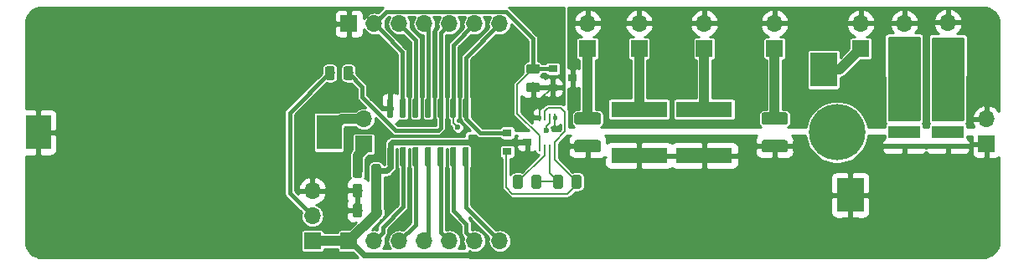
<source format=gbr>
G04 #@! TF.GenerationSoftware,KiCad,Pcbnew,(5.1.2)-2*
G04 #@! TF.CreationDate,2020-04-06T22:20:43-04:00*
G04 #@! TF.ProjectId,led_everled,6c65645f-6576-4657-926c-65642e6b6963,rev?*
G04 #@! TF.SameCoordinates,Original*
G04 #@! TF.FileFunction,Copper,L1,Top*
G04 #@! TF.FilePolarity,Positive*
%FSLAX46Y46*%
G04 Gerber Fmt 4.6, Leading zero omitted, Abs format (unit mm)*
G04 Created by KiCad (PCBNEW (5.1.2)-2) date 2020-04-06 22:20:43*
%MOMM*%
%LPD*%
G04 APERTURE LIST*
%ADD10R,2.700000X3.500000*%
%ADD11C,5.700000*%
%ADD12C,0.100000*%
%ADD13C,1.250000*%
%ADD14R,3.300000X0.500000*%
%ADD15R,3.300000X1.300000*%
%ADD16O,1.700000X1.700000*%
%ADD17R,1.700000X1.700000*%
%ADD18R,5.700000X1.600000*%
%ADD19R,0.900000X0.800000*%
%ADD20C,0.975000*%
%ADD21R,2.540000X3.510000*%
%ADD22R,0.250000X0.750000*%
%ADD23C,0.600000*%
%ADD24C,0.200000*%
%ADD25C,0.400000*%
%ADD26C,1.000000*%
%ADD27C,0.300000*%
%ADD28C,0.600000*%
%ADD29C,0.254000*%
G04 APERTURE END LIST*
D10*
X134950000Y-80650000D03*
X137650000Y-93350000D03*
D11*
X136300000Y-87000000D03*
D12*
G36*
X131099504Y-87776204D02*
G01*
X131123773Y-87779804D01*
X131147571Y-87785765D01*
X131170671Y-87794030D01*
X131192849Y-87804520D01*
X131213893Y-87817133D01*
X131233598Y-87831747D01*
X131251777Y-87848223D01*
X131268253Y-87866402D01*
X131282867Y-87886107D01*
X131295480Y-87907151D01*
X131305970Y-87929329D01*
X131314235Y-87952429D01*
X131320196Y-87976227D01*
X131323796Y-88000496D01*
X131325000Y-88025000D01*
X131325000Y-88775000D01*
X131323796Y-88799504D01*
X131320196Y-88823773D01*
X131314235Y-88847571D01*
X131305970Y-88870671D01*
X131295480Y-88892849D01*
X131282867Y-88913893D01*
X131268253Y-88933598D01*
X131251777Y-88951777D01*
X131233598Y-88968253D01*
X131213893Y-88982867D01*
X131192849Y-88995480D01*
X131170671Y-89005970D01*
X131147571Y-89014235D01*
X131123773Y-89020196D01*
X131099504Y-89023796D01*
X131075000Y-89025000D01*
X128925000Y-89025000D01*
X128900496Y-89023796D01*
X128876227Y-89020196D01*
X128852429Y-89014235D01*
X128829329Y-89005970D01*
X128807151Y-88995480D01*
X128786107Y-88982867D01*
X128766402Y-88968253D01*
X128748223Y-88951777D01*
X128731747Y-88933598D01*
X128717133Y-88913893D01*
X128704520Y-88892849D01*
X128694030Y-88870671D01*
X128685765Y-88847571D01*
X128679804Y-88823773D01*
X128676204Y-88799504D01*
X128675000Y-88775000D01*
X128675000Y-88025000D01*
X128676204Y-88000496D01*
X128679804Y-87976227D01*
X128685765Y-87952429D01*
X128694030Y-87929329D01*
X128704520Y-87907151D01*
X128717133Y-87886107D01*
X128731747Y-87866402D01*
X128748223Y-87848223D01*
X128766402Y-87831747D01*
X128786107Y-87817133D01*
X128807151Y-87804520D01*
X128829329Y-87794030D01*
X128852429Y-87785765D01*
X128876227Y-87779804D01*
X128900496Y-87776204D01*
X128925000Y-87775000D01*
X131075000Y-87775000D01*
X131099504Y-87776204D01*
X131099504Y-87776204D01*
G37*
D13*
X130000000Y-88400000D03*
D12*
G36*
X131099504Y-84976204D02*
G01*
X131123773Y-84979804D01*
X131147571Y-84985765D01*
X131170671Y-84994030D01*
X131192849Y-85004520D01*
X131213893Y-85017133D01*
X131233598Y-85031747D01*
X131251777Y-85048223D01*
X131268253Y-85066402D01*
X131282867Y-85086107D01*
X131295480Y-85107151D01*
X131305970Y-85129329D01*
X131314235Y-85152429D01*
X131320196Y-85176227D01*
X131323796Y-85200496D01*
X131325000Y-85225000D01*
X131325000Y-85975000D01*
X131323796Y-85999504D01*
X131320196Y-86023773D01*
X131314235Y-86047571D01*
X131305970Y-86070671D01*
X131295480Y-86092849D01*
X131282867Y-86113893D01*
X131268253Y-86133598D01*
X131251777Y-86151777D01*
X131233598Y-86168253D01*
X131213893Y-86182867D01*
X131192849Y-86195480D01*
X131170671Y-86205970D01*
X131147571Y-86214235D01*
X131123773Y-86220196D01*
X131099504Y-86223796D01*
X131075000Y-86225000D01*
X128925000Y-86225000D01*
X128900496Y-86223796D01*
X128876227Y-86220196D01*
X128852429Y-86214235D01*
X128829329Y-86205970D01*
X128807151Y-86195480D01*
X128786107Y-86182867D01*
X128766402Y-86168253D01*
X128748223Y-86151777D01*
X128731747Y-86133598D01*
X128717133Y-86113893D01*
X128704520Y-86092849D01*
X128694030Y-86070671D01*
X128685765Y-86047571D01*
X128679804Y-86023773D01*
X128676204Y-85999504D01*
X128675000Y-85975000D01*
X128675000Y-85225000D01*
X128676204Y-85200496D01*
X128679804Y-85176227D01*
X128685765Y-85152429D01*
X128694030Y-85129329D01*
X128704520Y-85107151D01*
X128717133Y-85086107D01*
X128731747Y-85066402D01*
X128748223Y-85048223D01*
X128766402Y-85031747D01*
X128786107Y-85017133D01*
X128807151Y-85004520D01*
X128829329Y-84994030D01*
X128852429Y-84985765D01*
X128876227Y-84979804D01*
X128900496Y-84976204D01*
X128925000Y-84975000D01*
X131075000Y-84975000D01*
X131099504Y-84976204D01*
X131099504Y-84976204D01*
G37*
D13*
X130000000Y-85600000D03*
D14*
X143100000Y-85600000D03*
X143100000Y-88400000D03*
D15*
X143100000Y-87000000D03*
X147500000Y-87000000D03*
D14*
X147500000Y-88400000D03*
X147500000Y-85600000D03*
D16*
X138700000Y-75960000D03*
D17*
X138700000Y-78500000D03*
D16*
X130000000Y-75960000D03*
D17*
X130000000Y-78500000D03*
X143100000Y-78500000D03*
D16*
X143100000Y-75960000D03*
D17*
X147500000Y-78400000D03*
D16*
X147500000Y-75860000D03*
D17*
X111100000Y-78500000D03*
D16*
X111100000Y-75960000D03*
X116300000Y-75960000D03*
D17*
X116300000Y-78500000D03*
X122900000Y-78500000D03*
D16*
X122900000Y-75960000D03*
D18*
X122900000Y-89350000D03*
X122900000Y-84650000D03*
D12*
G36*
X112199504Y-87776204D02*
G01*
X112223773Y-87779804D01*
X112247571Y-87785765D01*
X112270671Y-87794030D01*
X112292849Y-87804520D01*
X112313893Y-87817133D01*
X112333598Y-87831747D01*
X112351777Y-87848223D01*
X112368253Y-87866402D01*
X112382867Y-87886107D01*
X112395480Y-87907151D01*
X112405970Y-87929329D01*
X112414235Y-87952429D01*
X112420196Y-87976227D01*
X112423796Y-88000496D01*
X112425000Y-88025000D01*
X112425000Y-88775000D01*
X112423796Y-88799504D01*
X112420196Y-88823773D01*
X112414235Y-88847571D01*
X112405970Y-88870671D01*
X112395480Y-88892849D01*
X112382867Y-88913893D01*
X112368253Y-88933598D01*
X112351777Y-88951777D01*
X112333598Y-88968253D01*
X112313893Y-88982867D01*
X112292849Y-88995480D01*
X112270671Y-89005970D01*
X112247571Y-89014235D01*
X112223773Y-89020196D01*
X112199504Y-89023796D01*
X112175000Y-89025000D01*
X110025000Y-89025000D01*
X110000496Y-89023796D01*
X109976227Y-89020196D01*
X109952429Y-89014235D01*
X109929329Y-89005970D01*
X109907151Y-88995480D01*
X109886107Y-88982867D01*
X109866402Y-88968253D01*
X109848223Y-88951777D01*
X109831747Y-88933598D01*
X109817133Y-88913893D01*
X109804520Y-88892849D01*
X109794030Y-88870671D01*
X109785765Y-88847571D01*
X109779804Y-88823773D01*
X109776204Y-88799504D01*
X109775000Y-88775000D01*
X109775000Y-88025000D01*
X109776204Y-88000496D01*
X109779804Y-87976227D01*
X109785765Y-87952429D01*
X109794030Y-87929329D01*
X109804520Y-87907151D01*
X109817133Y-87886107D01*
X109831747Y-87866402D01*
X109848223Y-87848223D01*
X109866402Y-87831747D01*
X109886107Y-87817133D01*
X109907151Y-87804520D01*
X109929329Y-87794030D01*
X109952429Y-87785765D01*
X109976227Y-87779804D01*
X110000496Y-87776204D01*
X110025000Y-87775000D01*
X112175000Y-87775000D01*
X112199504Y-87776204D01*
X112199504Y-87776204D01*
G37*
D13*
X111100000Y-88400000D03*
D12*
G36*
X112199504Y-84976204D02*
G01*
X112223773Y-84979804D01*
X112247571Y-84985765D01*
X112270671Y-84994030D01*
X112292849Y-85004520D01*
X112313893Y-85017133D01*
X112333598Y-85031747D01*
X112351777Y-85048223D01*
X112368253Y-85066402D01*
X112382867Y-85086107D01*
X112395480Y-85107151D01*
X112405970Y-85129329D01*
X112414235Y-85152429D01*
X112420196Y-85176227D01*
X112423796Y-85200496D01*
X112425000Y-85225000D01*
X112425000Y-85975000D01*
X112423796Y-85999504D01*
X112420196Y-86023773D01*
X112414235Y-86047571D01*
X112405970Y-86070671D01*
X112395480Y-86092849D01*
X112382867Y-86113893D01*
X112368253Y-86133598D01*
X112351777Y-86151777D01*
X112333598Y-86168253D01*
X112313893Y-86182867D01*
X112292849Y-86195480D01*
X112270671Y-86205970D01*
X112247571Y-86214235D01*
X112223773Y-86220196D01*
X112199504Y-86223796D01*
X112175000Y-86225000D01*
X110025000Y-86225000D01*
X110000496Y-86223796D01*
X109976227Y-86220196D01*
X109952429Y-86214235D01*
X109929329Y-86205970D01*
X109907151Y-86195480D01*
X109886107Y-86182867D01*
X109866402Y-86168253D01*
X109848223Y-86151777D01*
X109831747Y-86133598D01*
X109817133Y-86113893D01*
X109804520Y-86092849D01*
X109794030Y-86070671D01*
X109785765Y-86047571D01*
X109779804Y-86023773D01*
X109776204Y-85999504D01*
X109775000Y-85975000D01*
X109775000Y-85225000D01*
X109776204Y-85200496D01*
X109779804Y-85176227D01*
X109785765Y-85152429D01*
X109794030Y-85129329D01*
X109804520Y-85107151D01*
X109817133Y-85086107D01*
X109831747Y-85066402D01*
X109848223Y-85048223D01*
X109866402Y-85031747D01*
X109886107Y-85017133D01*
X109907151Y-85004520D01*
X109929329Y-84994030D01*
X109952429Y-84985765D01*
X109976227Y-84979804D01*
X110000496Y-84976204D01*
X110025000Y-84975000D01*
X112175000Y-84975000D01*
X112199504Y-84976204D01*
X112199504Y-84976204D01*
G37*
D13*
X111100000Y-85600000D03*
D18*
X116300000Y-84650000D03*
X116300000Y-89350000D03*
D19*
X107600000Y-80550000D03*
X107600000Y-82450000D03*
X109600000Y-81500000D03*
D12*
G36*
X106080142Y-80076174D02*
G01*
X106103803Y-80079684D01*
X106127007Y-80085496D01*
X106149529Y-80093554D01*
X106171153Y-80103782D01*
X106191670Y-80116079D01*
X106210883Y-80130329D01*
X106228607Y-80146393D01*
X106244671Y-80164117D01*
X106258921Y-80183330D01*
X106271218Y-80203847D01*
X106281446Y-80225471D01*
X106289504Y-80247993D01*
X106295316Y-80271197D01*
X106298826Y-80294858D01*
X106300000Y-80318750D01*
X106300000Y-80806250D01*
X106298826Y-80830142D01*
X106295316Y-80853803D01*
X106289504Y-80877007D01*
X106281446Y-80899529D01*
X106271218Y-80921153D01*
X106258921Y-80941670D01*
X106244671Y-80960883D01*
X106228607Y-80978607D01*
X106210883Y-80994671D01*
X106191670Y-81008921D01*
X106171153Y-81021218D01*
X106149529Y-81031446D01*
X106127007Y-81039504D01*
X106103803Y-81045316D01*
X106080142Y-81048826D01*
X106056250Y-81050000D01*
X105143750Y-81050000D01*
X105119858Y-81048826D01*
X105096197Y-81045316D01*
X105072993Y-81039504D01*
X105050471Y-81031446D01*
X105028847Y-81021218D01*
X105008330Y-81008921D01*
X104989117Y-80994671D01*
X104971393Y-80978607D01*
X104955329Y-80960883D01*
X104941079Y-80941670D01*
X104928782Y-80921153D01*
X104918554Y-80899529D01*
X104910496Y-80877007D01*
X104904684Y-80853803D01*
X104901174Y-80830142D01*
X104900000Y-80806250D01*
X104900000Y-80318750D01*
X104901174Y-80294858D01*
X104904684Y-80271197D01*
X104910496Y-80247993D01*
X104918554Y-80225471D01*
X104928782Y-80203847D01*
X104941079Y-80183330D01*
X104955329Y-80164117D01*
X104971393Y-80146393D01*
X104989117Y-80130329D01*
X105008330Y-80116079D01*
X105028847Y-80103782D01*
X105050471Y-80093554D01*
X105072993Y-80085496D01*
X105096197Y-80079684D01*
X105119858Y-80076174D01*
X105143750Y-80075000D01*
X106056250Y-80075000D01*
X106080142Y-80076174D01*
X106080142Y-80076174D01*
G37*
D20*
X105600000Y-80562500D03*
D12*
G36*
X106080142Y-81951174D02*
G01*
X106103803Y-81954684D01*
X106127007Y-81960496D01*
X106149529Y-81968554D01*
X106171153Y-81978782D01*
X106191670Y-81991079D01*
X106210883Y-82005329D01*
X106228607Y-82021393D01*
X106244671Y-82039117D01*
X106258921Y-82058330D01*
X106271218Y-82078847D01*
X106281446Y-82100471D01*
X106289504Y-82122993D01*
X106295316Y-82146197D01*
X106298826Y-82169858D01*
X106300000Y-82193750D01*
X106300000Y-82681250D01*
X106298826Y-82705142D01*
X106295316Y-82728803D01*
X106289504Y-82752007D01*
X106281446Y-82774529D01*
X106271218Y-82796153D01*
X106258921Y-82816670D01*
X106244671Y-82835883D01*
X106228607Y-82853607D01*
X106210883Y-82869671D01*
X106191670Y-82883921D01*
X106171153Y-82896218D01*
X106149529Y-82906446D01*
X106127007Y-82914504D01*
X106103803Y-82920316D01*
X106080142Y-82923826D01*
X106056250Y-82925000D01*
X105143750Y-82925000D01*
X105119858Y-82923826D01*
X105096197Y-82920316D01*
X105072993Y-82914504D01*
X105050471Y-82906446D01*
X105028847Y-82896218D01*
X105008330Y-82883921D01*
X104989117Y-82869671D01*
X104971393Y-82853607D01*
X104955329Y-82835883D01*
X104941079Y-82816670D01*
X104928782Y-82796153D01*
X104918554Y-82774529D01*
X104910496Y-82752007D01*
X104904684Y-82728803D01*
X104901174Y-82705142D01*
X104900000Y-82681250D01*
X104900000Y-82193750D01*
X104901174Y-82169858D01*
X104904684Y-82146197D01*
X104910496Y-82122993D01*
X104918554Y-82100471D01*
X104928782Y-82078847D01*
X104941079Y-82058330D01*
X104955329Y-82039117D01*
X104971393Y-82021393D01*
X104989117Y-82005329D01*
X105008330Y-81991079D01*
X105028847Y-81978782D01*
X105050471Y-81968554D01*
X105072993Y-81960496D01*
X105096197Y-81954684D01*
X105119858Y-81951174D01*
X105143750Y-81950000D01*
X106056250Y-81950000D01*
X106080142Y-81951174D01*
X106080142Y-81951174D01*
G37*
D20*
X105600000Y-82437500D03*
D21*
X84980000Y-87000000D03*
X55620000Y-87000000D03*
D12*
G36*
X106205142Y-91301174D02*
G01*
X106228803Y-91304684D01*
X106252007Y-91310496D01*
X106274529Y-91318554D01*
X106296153Y-91328782D01*
X106316670Y-91341079D01*
X106335883Y-91355329D01*
X106353607Y-91371393D01*
X106369671Y-91389117D01*
X106383921Y-91408330D01*
X106396218Y-91428847D01*
X106406446Y-91450471D01*
X106414504Y-91472993D01*
X106420316Y-91496197D01*
X106423826Y-91519858D01*
X106425000Y-91543750D01*
X106425000Y-92456250D01*
X106423826Y-92480142D01*
X106420316Y-92503803D01*
X106414504Y-92527007D01*
X106406446Y-92549529D01*
X106396218Y-92571153D01*
X106383921Y-92591670D01*
X106369671Y-92610883D01*
X106353607Y-92628607D01*
X106335883Y-92644671D01*
X106316670Y-92658921D01*
X106296153Y-92671218D01*
X106274529Y-92681446D01*
X106252007Y-92689504D01*
X106228803Y-92695316D01*
X106205142Y-92698826D01*
X106181250Y-92700000D01*
X105693750Y-92700000D01*
X105669858Y-92698826D01*
X105646197Y-92695316D01*
X105622993Y-92689504D01*
X105600471Y-92681446D01*
X105578847Y-92671218D01*
X105558330Y-92658921D01*
X105539117Y-92644671D01*
X105521393Y-92628607D01*
X105505329Y-92610883D01*
X105491079Y-92591670D01*
X105478782Y-92571153D01*
X105468554Y-92549529D01*
X105460496Y-92527007D01*
X105454684Y-92503803D01*
X105451174Y-92480142D01*
X105450000Y-92456250D01*
X105450000Y-91543750D01*
X105451174Y-91519858D01*
X105454684Y-91496197D01*
X105460496Y-91472993D01*
X105468554Y-91450471D01*
X105478782Y-91428847D01*
X105491079Y-91408330D01*
X105505329Y-91389117D01*
X105521393Y-91371393D01*
X105539117Y-91355329D01*
X105558330Y-91341079D01*
X105578847Y-91328782D01*
X105600471Y-91318554D01*
X105622993Y-91310496D01*
X105646197Y-91304684D01*
X105669858Y-91301174D01*
X105693750Y-91300000D01*
X106181250Y-91300000D01*
X106205142Y-91301174D01*
X106205142Y-91301174D01*
G37*
D20*
X105937500Y-92000000D03*
D12*
G36*
X104330142Y-91301174D02*
G01*
X104353803Y-91304684D01*
X104377007Y-91310496D01*
X104399529Y-91318554D01*
X104421153Y-91328782D01*
X104441670Y-91341079D01*
X104460883Y-91355329D01*
X104478607Y-91371393D01*
X104494671Y-91389117D01*
X104508921Y-91408330D01*
X104521218Y-91428847D01*
X104531446Y-91450471D01*
X104539504Y-91472993D01*
X104545316Y-91496197D01*
X104548826Y-91519858D01*
X104550000Y-91543750D01*
X104550000Y-92456250D01*
X104548826Y-92480142D01*
X104545316Y-92503803D01*
X104539504Y-92527007D01*
X104531446Y-92549529D01*
X104521218Y-92571153D01*
X104508921Y-92591670D01*
X104494671Y-92610883D01*
X104478607Y-92628607D01*
X104460883Y-92644671D01*
X104441670Y-92658921D01*
X104421153Y-92671218D01*
X104399529Y-92681446D01*
X104377007Y-92689504D01*
X104353803Y-92695316D01*
X104330142Y-92698826D01*
X104306250Y-92700000D01*
X103818750Y-92700000D01*
X103794858Y-92698826D01*
X103771197Y-92695316D01*
X103747993Y-92689504D01*
X103725471Y-92681446D01*
X103703847Y-92671218D01*
X103683330Y-92658921D01*
X103664117Y-92644671D01*
X103646393Y-92628607D01*
X103630329Y-92610883D01*
X103616079Y-92591670D01*
X103603782Y-92571153D01*
X103593554Y-92549529D01*
X103585496Y-92527007D01*
X103579684Y-92503803D01*
X103576174Y-92480142D01*
X103575000Y-92456250D01*
X103575000Y-91543750D01*
X103576174Y-91519858D01*
X103579684Y-91496197D01*
X103585496Y-91472993D01*
X103593554Y-91450471D01*
X103603782Y-91428847D01*
X103616079Y-91408330D01*
X103630329Y-91389117D01*
X103646393Y-91371393D01*
X103664117Y-91355329D01*
X103683330Y-91341079D01*
X103703847Y-91328782D01*
X103725471Y-91318554D01*
X103747993Y-91310496D01*
X103771197Y-91304684D01*
X103794858Y-91301174D01*
X103818750Y-91300000D01*
X104306250Y-91300000D01*
X104330142Y-91301174D01*
X104330142Y-91301174D01*
G37*
D20*
X104062500Y-92000000D03*
D16*
X102240000Y-98000000D03*
X99700000Y-98000000D03*
X97160000Y-98000000D03*
X94620000Y-98000000D03*
X92080000Y-98000000D03*
X89540000Y-98000000D03*
D17*
X87000000Y-98000000D03*
X87000000Y-76000000D03*
D16*
X89540000Y-76000000D03*
X92080000Y-76000000D03*
X94620000Y-76000000D03*
X97160000Y-76000000D03*
X99700000Y-76000000D03*
X102240000Y-76000000D03*
D17*
X88500000Y-88200000D03*
D16*
X88500000Y-85660000D03*
D19*
X103000000Y-87050000D03*
X103000000Y-88950000D03*
X105000000Y-88000000D03*
D12*
G36*
X108392642Y-91301174D02*
G01*
X108416303Y-91304684D01*
X108439507Y-91310496D01*
X108462029Y-91318554D01*
X108483653Y-91328782D01*
X108504170Y-91341079D01*
X108523383Y-91355329D01*
X108541107Y-91371393D01*
X108557171Y-91389117D01*
X108571421Y-91408330D01*
X108583718Y-91428847D01*
X108593946Y-91450471D01*
X108602004Y-91472993D01*
X108607816Y-91496197D01*
X108611326Y-91519858D01*
X108612500Y-91543750D01*
X108612500Y-92456250D01*
X108611326Y-92480142D01*
X108607816Y-92503803D01*
X108602004Y-92527007D01*
X108593946Y-92549529D01*
X108583718Y-92571153D01*
X108571421Y-92591670D01*
X108557171Y-92610883D01*
X108541107Y-92628607D01*
X108523383Y-92644671D01*
X108504170Y-92658921D01*
X108483653Y-92671218D01*
X108462029Y-92681446D01*
X108439507Y-92689504D01*
X108416303Y-92695316D01*
X108392642Y-92698826D01*
X108368750Y-92700000D01*
X107881250Y-92700000D01*
X107857358Y-92698826D01*
X107833697Y-92695316D01*
X107810493Y-92689504D01*
X107787971Y-92681446D01*
X107766347Y-92671218D01*
X107745830Y-92658921D01*
X107726617Y-92644671D01*
X107708893Y-92628607D01*
X107692829Y-92610883D01*
X107678579Y-92591670D01*
X107666282Y-92571153D01*
X107656054Y-92549529D01*
X107647996Y-92527007D01*
X107642184Y-92503803D01*
X107638674Y-92480142D01*
X107637500Y-92456250D01*
X107637500Y-91543750D01*
X107638674Y-91519858D01*
X107642184Y-91496197D01*
X107647996Y-91472993D01*
X107656054Y-91450471D01*
X107666282Y-91428847D01*
X107678579Y-91408330D01*
X107692829Y-91389117D01*
X107708893Y-91371393D01*
X107726617Y-91355329D01*
X107745830Y-91341079D01*
X107766347Y-91328782D01*
X107787971Y-91318554D01*
X107810493Y-91310496D01*
X107833697Y-91304684D01*
X107857358Y-91301174D01*
X107881250Y-91300000D01*
X108368750Y-91300000D01*
X108392642Y-91301174D01*
X108392642Y-91301174D01*
G37*
D20*
X108125000Y-92000000D03*
D12*
G36*
X110267642Y-91301174D02*
G01*
X110291303Y-91304684D01*
X110314507Y-91310496D01*
X110337029Y-91318554D01*
X110358653Y-91328782D01*
X110379170Y-91341079D01*
X110398383Y-91355329D01*
X110416107Y-91371393D01*
X110432171Y-91389117D01*
X110446421Y-91408330D01*
X110458718Y-91428847D01*
X110468946Y-91450471D01*
X110477004Y-91472993D01*
X110482816Y-91496197D01*
X110486326Y-91519858D01*
X110487500Y-91543750D01*
X110487500Y-92456250D01*
X110486326Y-92480142D01*
X110482816Y-92503803D01*
X110477004Y-92527007D01*
X110468946Y-92549529D01*
X110458718Y-92571153D01*
X110446421Y-92591670D01*
X110432171Y-92610883D01*
X110416107Y-92628607D01*
X110398383Y-92644671D01*
X110379170Y-92658921D01*
X110358653Y-92671218D01*
X110337029Y-92681446D01*
X110314507Y-92689504D01*
X110291303Y-92695316D01*
X110267642Y-92698826D01*
X110243750Y-92700000D01*
X109756250Y-92700000D01*
X109732358Y-92698826D01*
X109708697Y-92695316D01*
X109685493Y-92689504D01*
X109662971Y-92681446D01*
X109641347Y-92671218D01*
X109620830Y-92658921D01*
X109601617Y-92644671D01*
X109583893Y-92628607D01*
X109567829Y-92610883D01*
X109553579Y-92591670D01*
X109541282Y-92571153D01*
X109531054Y-92549529D01*
X109522996Y-92527007D01*
X109517184Y-92503803D01*
X109513674Y-92480142D01*
X109512500Y-92456250D01*
X109512500Y-91543750D01*
X109513674Y-91519858D01*
X109517184Y-91496197D01*
X109522996Y-91472993D01*
X109531054Y-91450471D01*
X109541282Y-91428847D01*
X109553579Y-91408330D01*
X109567829Y-91389117D01*
X109583893Y-91371393D01*
X109601617Y-91355329D01*
X109620830Y-91341079D01*
X109641347Y-91328782D01*
X109662971Y-91318554D01*
X109685493Y-91310496D01*
X109708697Y-91304684D01*
X109732358Y-91301174D01*
X109756250Y-91300000D01*
X110243750Y-91300000D01*
X110267642Y-91301174D01*
X110267642Y-91301174D01*
G37*
D20*
X110000000Y-92000000D03*
D12*
G36*
X90005142Y-90201174D02*
G01*
X90028803Y-90204684D01*
X90052007Y-90210496D01*
X90074529Y-90218554D01*
X90096153Y-90228782D01*
X90116670Y-90241079D01*
X90135883Y-90255329D01*
X90153607Y-90271393D01*
X90169671Y-90289117D01*
X90183921Y-90308330D01*
X90196218Y-90328847D01*
X90206446Y-90350471D01*
X90214504Y-90372993D01*
X90220316Y-90396197D01*
X90223826Y-90419858D01*
X90225000Y-90443750D01*
X90225000Y-91356250D01*
X90223826Y-91380142D01*
X90220316Y-91403803D01*
X90214504Y-91427007D01*
X90206446Y-91449529D01*
X90196218Y-91471153D01*
X90183921Y-91491670D01*
X90169671Y-91510883D01*
X90153607Y-91528607D01*
X90135883Y-91544671D01*
X90116670Y-91558921D01*
X90096153Y-91571218D01*
X90074529Y-91581446D01*
X90052007Y-91589504D01*
X90028803Y-91595316D01*
X90005142Y-91598826D01*
X89981250Y-91600000D01*
X89493750Y-91600000D01*
X89469858Y-91598826D01*
X89446197Y-91595316D01*
X89422993Y-91589504D01*
X89400471Y-91581446D01*
X89378847Y-91571218D01*
X89358330Y-91558921D01*
X89339117Y-91544671D01*
X89321393Y-91528607D01*
X89305329Y-91510883D01*
X89291079Y-91491670D01*
X89278782Y-91471153D01*
X89268554Y-91449529D01*
X89260496Y-91427007D01*
X89254684Y-91403803D01*
X89251174Y-91380142D01*
X89250000Y-91356250D01*
X89250000Y-90443750D01*
X89251174Y-90419858D01*
X89254684Y-90396197D01*
X89260496Y-90372993D01*
X89268554Y-90350471D01*
X89278782Y-90328847D01*
X89291079Y-90308330D01*
X89305329Y-90289117D01*
X89321393Y-90271393D01*
X89339117Y-90255329D01*
X89358330Y-90241079D01*
X89378847Y-90228782D01*
X89400471Y-90218554D01*
X89422993Y-90210496D01*
X89446197Y-90204684D01*
X89469858Y-90201174D01*
X89493750Y-90200000D01*
X89981250Y-90200000D01*
X90005142Y-90201174D01*
X90005142Y-90201174D01*
G37*
D20*
X89737500Y-90900000D03*
D12*
G36*
X88130142Y-90201174D02*
G01*
X88153803Y-90204684D01*
X88177007Y-90210496D01*
X88199529Y-90218554D01*
X88221153Y-90228782D01*
X88241670Y-90241079D01*
X88260883Y-90255329D01*
X88278607Y-90271393D01*
X88294671Y-90289117D01*
X88308921Y-90308330D01*
X88321218Y-90328847D01*
X88331446Y-90350471D01*
X88339504Y-90372993D01*
X88345316Y-90396197D01*
X88348826Y-90419858D01*
X88350000Y-90443750D01*
X88350000Y-91356250D01*
X88348826Y-91380142D01*
X88345316Y-91403803D01*
X88339504Y-91427007D01*
X88331446Y-91449529D01*
X88321218Y-91471153D01*
X88308921Y-91491670D01*
X88294671Y-91510883D01*
X88278607Y-91528607D01*
X88260883Y-91544671D01*
X88241670Y-91558921D01*
X88221153Y-91571218D01*
X88199529Y-91581446D01*
X88177007Y-91589504D01*
X88153803Y-91595316D01*
X88130142Y-91598826D01*
X88106250Y-91600000D01*
X87618750Y-91600000D01*
X87594858Y-91598826D01*
X87571197Y-91595316D01*
X87547993Y-91589504D01*
X87525471Y-91581446D01*
X87503847Y-91571218D01*
X87483330Y-91558921D01*
X87464117Y-91544671D01*
X87446393Y-91528607D01*
X87430329Y-91510883D01*
X87416079Y-91491670D01*
X87403782Y-91471153D01*
X87393554Y-91449529D01*
X87385496Y-91427007D01*
X87379684Y-91403803D01*
X87376174Y-91380142D01*
X87375000Y-91356250D01*
X87375000Y-90443750D01*
X87376174Y-90419858D01*
X87379684Y-90396197D01*
X87385496Y-90372993D01*
X87393554Y-90350471D01*
X87403782Y-90328847D01*
X87416079Y-90308330D01*
X87430329Y-90289117D01*
X87446393Y-90271393D01*
X87464117Y-90255329D01*
X87483330Y-90241079D01*
X87503847Y-90228782D01*
X87525471Y-90218554D01*
X87547993Y-90210496D01*
X87571197Y-90204684D01*
X87594858Y-90201174D01*
X87618750Y-90200000D01*
X88106250Y-90200000D01*
X88130142Y-90201174D01*
X88130142Y-90201174D01*
G37*
D20*
X87862500Y-90900000D03*
D22*
X107750000Y-85450000D03*
X107250000Y-85450000D03*
X106750000Y-85450000D03*
X106250000Y-85450000D03*
X106250000Y-88550000D03*
X106750000Y-88550000D03*
X107250000Y-88550000D03*
X107750000Y-88550000D03*
D12*
G36*
X91354703Y-88500722D02*
G01*
X91369264Y-88502882D01*
X91383543Y-88506459D01*
X91397403Y-88511418D01*
X91410710Y-88517712D01*
X91423336Y-88525280D01*
X91435159Y-88534048D01*
X91446066Y-88543934D01*
X91455952Y-88554841D01*
X91464720Y-88566664D01*
X91472288Y-88579290D01*
X91478582Y-88592597D01*
X91483541Y-88606457D01*
X91487118Y-88620736D01*
X91489278Y-88635297D01*
X91490000Y-88650000D01*
X91490000Y-90300000D01*
X91489278Y-90314703D01*
X91487118Y-90329264D01*
X91483541Y-90343543D01*
X91478582Y-90357403D01*
X91472288Y-90370710D01*
X91464720Y-90383336D01*
X91455952Y-90395159D01*
X91446066Y-90406066D01*
X91435159Y-90415952D01*
X91423336Y-90424720D01*
X91410710Y-90432288D01*
X91397403Y-90438582D01*
X91383543Y-90443541D01*
X91369264Y-90447118D01*
X91354703Y-90449278D01*
X91340000Y-90450000D01*
X91040000Y-90450000D01*
X91025297Y-90449278D01*
X91010736Y-90447118D01*
X90996457Y-90443541D01*
X90982597Y-90438582D01*
X90969290Y-90432288D01*
X90956664Y-90424720D01*
X90944841Y-90415952D01*
X90933934Y-90406066D01*
X90924048Y-90395159D01*
X90915280Y-90383336D01*
X90907712Y-90370710D01*
X90901418Y-90357403D01*
X90896459Y-90343543D01*
X90892882Y-90329264D01*
X90890722Y-90314703D01*
X90890000Y-90300000D01*
X90890000Y-88650000D01*
X90890722Y-88635297D01*
X90892882Y-88620736D01*
X90896459Y-88606457D01*
X90901418Y-88592597D01*
X90907712Y-88579290D01*
X90915280Y-88566664D01*
X90924048Y-88554841D01*
X90933934Y-88543934D01*
X90944841Y-88534048D01*
X90956664Y-88525280D01*
X90969290Y-88517712D01*
X90982597Y-88511418D01*
X90996457Y-88506459D01*
X91010736Y-88502882D01*
X91025297Y-88500722D01*
X91040000Y-88500000D01*
X91340000Y-88500000D01*
X91354703Y-88500722D01*
X91354703Y-88500722D01*
G37*
D23*
X91190000Y-89475000D03*
D12*
G36*
X92624703Y-88500722D02*
G01*
X92639264Y-88502882D01*
X92653543Y-88506459D01*
X92667403Y-88511418D01*
X92680710Y-88517712D01*
X92693336Y-88525280D01*
X92705159Y-88534048D01*
X92716066Y-88543934D01*
X92725952Y-88554841D01*
X92734720Y-88566664D01*
X92742288Y-88579290D01*
X92748582Y-88592597D01*
X92753541Y-88606457D01*
X92757118Y-88620736D01*
X92759278Y-88635297D01*
X92760000Y-88650000D01*
X92760000Y-90300000D01*
X92759278Y-90314703D01*
X92757118Y-90329264D01*
X92753541Y-90343543D01*
X92748582Y-90357403D01*
X92742288Y-90370710D01*
X92734720Y-90383336D01*
X92725952Y-90395159D01*
X92716066Y-90406066D01*
X92705159Y-90415952D01*
X92693336Y-90424720D01*
X92680710Y-90432288D01*
X92667403Y-90438582D01*
X92653543Y-90443541D01*
X92639264Y-90447118D01*
X92624703Y-90449278D01*
X92610000Y-90450000D01*
X92310000Y-90450000D01*
X92295297Y-90449278D01*
X92280736Y-90447118D01*
X92266457Y-90443541D01*
X92252597Y-90438582D01*
X92239290Y-90432288D01*
X92226664Y-90424720D01*
X92214841Y-90415952D01*
X92203934Y-90406066D01*
X92194048Y-90395159D01*
X92185280Y-90383336D01*
X92177712Y-90370710D01*
X92171418Y-90357403D01*
X92166459Y-90343543D01*
X92162882Y-90329264D01*
X92160722Y-90314703D01*
X92160000Y-90300000D01*
X92160000Y-88650000D01*
X92160722Y-88635297D01*
X92162882Y-88620736D01*
X92166459Y-88606457D01*
X92171418Y-88592597D01*
X92177712Y-88579290D01*
X92185280Y-88566664D01*
X92194048Y-88554841D01*
X92203934Y-88543934D01*
X92214841Y-88534048D01*
X92226664Y-88525280D01*
X92239290Y-88517712D01*
X92252597Y-88511418D01*
X92266457Y-88506459D01*
X92280736Y-88502882D01*
X92295297Y-88500722D01*
X92310000Y-88500000D01*
X92610000Y-88500000D01*
X92624703Y-88500722D01*
X92624703Y-88500722D01*
G37*
D23*
X92460000Y-89475000D03*
D12*
G36*
X93894703Y-88500722D02*
G01*
X93909264Y-88502882D01*
X93923543Y-88506459D01*
X93937403Y-88511418D01*
X93950710Y-88517712D01*
X93963336Y-88525280D01*
X93975159Y-88534048D01*
X93986066Y-88543934D01*
X93995952Y-88554841D01*
X94004720Y-88566664D01*
X94012288Y-88579290D01*
X94018582Y-88592597D01*
X94023541Y-88606457D01*
X94027118Y-88620736D01*
X94029278Y-88635297D01*
X94030000Y-88650000D01*
X94030000Y-90300000D01*
X94029278Y-90314703D01*
X94027118Y-90329264D01*
X94023541Y-90343543D01*
X94018582Y-90357403D01*
X94012288Y-90370710D01*
X94004720Y-90383336D01*
X93995952Y-90395159D01*
X93986066Y-90406066D01*
X93975159Y-90415952D01*
X93963336Y-90424720D01*
X93950710Y-90432288D01*
X93937403Y-90438582D01*
X93923543Y-90443541D01*
X93909264Y-90447118D01*
X93894703Y-90449278D01*
X93880000Y-90450000D01*
X93580000Y-90450000D01*
X93565297Y-90449278D01*
X93550736Y-90447118D01*
X93536457Y-90443541D01*
X93522597Y-90438582D01*
X93509290Y-90432288D01*
X93496664Y-90424720D01*
X93484841Y-90415952D01*
X93473934Y-90406066D01*
X93464048Y-90395159D01*
X93455280Y-90383336D01*
X93447712Y-90370710D01*
X93441418Y-90357403D01*
X93436459Y-90343543D01*
X93432882Y-90329264D01*
X93430722Y-90314703D01*
X93430000Y-90300000D01*
X93430000Y-88650000D01*
X93430722Y-88635297D01*
X93432882Y-88620736D01*
X93436459Y-88606457D01*
X93441418Y-88592597D01*
X93447712Y-88579290D01*
X93455280Y-88566664D01*
X93464048Y-88554841D01*
X93473934Y-88543934D01*
X93484841Y-88534048D01*
X93496664Y-88525280D01*
X93509290Y-88517712D01*
X93522597Y-88511418D01*
X93536457Y-88506459D01*
X93550736Y-88502882D01*
X93565297Y-88500722D01*
X93580000Y-88500000D01*
X93880000Y-88500000D01*
X93894703Y-88500722D01*
X93894703Y-88500722D01*
G37*
D23*
X93730000Y-89475000D03*
D12*
G36*
X95164703Y-88500722D02*
G01*
X95179264Y-88502882D01*
X95193543Y-88506459D01*
X95207403Y-88511418D01*
X95220710Y-88517712D01*
X95233336Y-88525280D01*
X95245159Y-88534048D01*
X95256066Y-88543934D01*
X95265952Y-88554841D01*
X95274720Y-88566664D01*
X95282288Y-88579290D01*
X95288582Y-88592597D01*
X95293541Y-88606457D01*
X95297118Y-88620736D01*
X95299278Y-88635297D01*
X95300000Y-88650000D01*
X95300000Y-90300000D01*
X95299278Y-90314703D01*
X95297118Y-90329264D01*
X95293541Y-90343543D01*
X95288582Y-90357403D01*
X95282288Y-90370710D01*
X95274720Y-90383336D01*
X95265952Y-90395159D01*
X95256066Y-90406066D01*
X95245159Y-90415952D01*
X95233336Y-90424720D01*
X95220710Y-90432288D01*
X95207403Y-90438582D01*
X95193543Y-90443541D01*
X95179264Y-90447118D01*
X95164703Y-90449278D01*
X95150000Y-90450000D01*
X94850000Y-90450000D01*
X94835297Y-90449278D01*
X94820736Y-90447118D01*
X94806457Y-90443541D01*
X94792597Y-90438582D01*
X94779290Y-90432288D01*
X94766664Y-90424720D01*
X94754841Y-90415952D01*
X94743934Y-90406066D01*
X94734048Y-90395159D01*
X94725280Y-90383336D01*
X94717712Y-90370710D01*
X94711418Y-90357403D01*
X94706459Y-90343543D01*
X94702882Y-90329264D01*
X94700722Y-90314703D01*
X94700000Y-90300000D01*
X94700000Y-88650000D01*
X94700722Y-88635297D01*
X94702882Y-88620736D01*
X94706459Y-88606457D01*
X94711418Y-88592597D01*
X94717712Y-88579290D01*
X94725280Y-88566664D01*
X94734048Y-88554841D01*
X94743934Y-88543934D01*
X94754841Y-88534048D01*
X94766664Y-88525280D01*
X94779290Y-88517712D01*
X94792597Y-88511418D01*
X94806457Y-88506459D01*
X94820736Y-88502882D01*
X94835297Y-88500722D01*
X94850000Y-88500000D01*
X95150000Y-88500000D01*
X95164703Y-88500722D01*
X95164703Y-88500722D01*
G37*
D23*
X95000000Y-89475000D03*
D12*
G36*
X96434703Y-88500722D02*
G01*
X96449264Y-88502882D01*
X96463543Y-88506459D01*
X96477403Y-88511418D01*
X96490710Y-88517712D01*
X96503336Y-88525280D01*
X96515159Y-88534048D01*
X96526066Y-88543934D01*
X96535952Y-88554841D01*
X96544720Y-88566664D01*
X96552288Y-88579290D01*
X96558582Y-88592597D01*
X96563541Y-88606457D01*
X96567118Y-88620736D01*
X96569278Y-88635297D01*
X96570000Y-88650000D01*
X96570000Y-90300000D01*
X96569278Y-90314703D01*
X96567118Y-90329264D01*
X96563541Y-90343543D01*
X96558582Y-90357403D01*
X96552288Y-90370710D01*
X96544720Y-90383336D01*
X96535952Y-90395159D01*
X96526066Y-90406066D01*
X96515159Y-90415952D01*
X96503336Y-90424720D01*
X96490710Y-90432288D01*
X96477403Y-90438582D01*
X96463543Y-90443541D01*
X96449264Y-90447118D01*
X96434703Y-90449278D01*
X96420000Y-90450000D01*
X96120000Y-90450000D01*
X96105297Y-90449278D01*
X96090736Y-90447118D01*
X96076457Y-90443541D01*
X96062597Y-90438582D01*
X96049290Y-90432288D01*
X96036664Y-90424720D01*
X96024841Y-90415952D01*
X96013934Y-90406066D01*
X96004048Y-90395159D01*
X95995280Y-90383336D01*
X95987712Y-90370710D01*
X95981418Y-90357403D01*
X95976459Y-90343543D01*
X95972882Y-90329264D01*
X95970722Y-90314703D01*
X95970000Y-90300000D01*
X95970000Y-88650000D01*
X95970722Y-88635297D01*
X95972882Y-88620736D01*
X95976459Y-88606457D01*
X95981418Y-88592597D01*
X95987712Y-88579290D01*
X95995280Y-88566664D01*
X96004048Y-88554841D01*
X96013934Y-88543934D01*
X96024841Y-88534048D01*
X96036664Y-88525280D01*
X96049290Y-88517712D01*
X96062597Y-88511418D01*
X96076457Y-88506459D01*
X96090736Y-88502882D01*
X96105297Y-88500722D01*
X96120000Y-88500000D01*
X96420000Y-88500000D01*
X96434703Y-88500722D01*
X96434703Y-88500722D01*
G37*
D23*
X96270000Y-89475000D03*
D12*
G36*
X97704703Y-88500722D02*
G01*
X97719264Y-88502882D01*
X97733543Y-88506459D01*
X97747403Y-88511418D01*
X97760710Y-88517712D01*
X97773336Y-88525280D01*
X97785159Y-88534048D01*
X97796066Y-88543934D01*
X97805952Y-88554841D01*
X97814720Y-88566664D01*
X97822288Y-88579290D01*
X97828582Y-88592597D01*
X97833541Y-88606457D01*
X97837118Y-88620736D01*
X97839278Y-88635297D01*
X97840000Y-88650000D01*
X97840000Y-90300000D01*
X97839278Y-90314703D01*
X97837118Y-90329264D01*
X97833541Y-90343543D01*
X97828582Y-90357403D01*
X97822288Y-90370710D01*
X97814720Y-90383336D01*
X97805952Y-90395159D01*
X97796066Y-90406066D01*
X97785159Y-90415952D01*
X97773336Y-90424720D01*
X97760710Y-90432288D01*
X97747403Y-90438582D01*
X97733543Y-90443541D01*
X97719264Y-90447118D01*
X97704703Y-90449278D01*
X97690000Y-90450000D01*
X97390000Y-90450000D01*
X97375297Y-90449278D01*
X97360736Y-90447118D01*
X97346457Y-90443541D01*
X97332597Y-90438582D01*
X97319290Y-90432288D01*
X97306664Y-90424720D01*
X97294841Y-90415952D01*
X97283934Y-90406066D01*
X97274048Y-90395159D01*
X97265280Y-90383336D01*
X97257712Y-90370710D01*
X97251418Y-90357403D01*
X97246459Y-90343543D01*
X97242882Y-90329264D01*
X97240722Y-90314703D01*
X97240000Y-90300000D01*
X97240000Y-88650000D01*
X97240722Y-88635297D01*
X97242882Y-88620736D01*
X97246459Y-88606457D01*
X97251418Y-88592597D01*
X97257712Y-88579290D01*
X97265280Y-88566664D01*
X97274048Y-88554841D01*
X97283934Y-88543934D01*
X97294841Y-88534048D01*
X97306664Y-88525280D01*
X97319290Y-88517712D01*
X97332597Y-88511418D01*
X97346457Y-88506459D01*
X97360736Y-88502882D01*
X97375297Y-88500722D01*
X97390000Y-88500000D01*
X97690000Y-88500000D01*
X97704703Y-88500722D01*
X97704703Y-88500722D01*
G37*
D23*
X97540000Y-89475000D03*
D12*
G36*
X98974703Y-88500722D02*
G01*
X98989264Y-88502882D01*
X99003543Y-88506459D01*
X99017403Y-88511418D01*
X99030710Y-88517712D01*
X99043336Y-88525280D01*
X99055159Y-88534048D01*
X99066066Y-88543934D01*
X99075952Y-88554841D01*
X99084720Y-88566664D01*
X99092288Y-88579290D01*
X99098582Y-88592597D01*
X99103541Y-88606457D01*
X99107118Y-88620736D01*
X99109278Y-88635297D01*
X99110000Y-88650000D01*
X99110000Y-90300000D01*
X99109278Y-90314703D01*
X99107118Y-90329264D01*
X99103541Y-90343543D01*
X99098582Y-90357403D01*
X99092288Y-90370710D01*
X99084720Y-90383336D01*
X99075952Y-90395159D01*
X99066066Y-90406066D01*
X99055159Y-90415952D01*
X99043336Y-90424720D01*
X99030710Y-90432288D01*
X99017403Y-90438582D01*
X99003543Y-90443541D01*
X98989264Y-90447118D01*
X98974703Y-90449278D01*
X98960000Y-90450000D01*
X98660000Y-90450000D01*
X98645297Y-90449278D01*
X98630736Y-90447118D01*
X98616457Y-90443541D01*
X98602597Y-90438582D01*
X98589290Y-90432288D01*
X98576664Y-90424720D01*
X98564841Y-90415952D01*
X98553934Y-90406066D01*
X98544048Y-90395159D01*
X98535280Y-90383336D01*
X98527712Y-90370710D01*
X98521418Y-90357403D01*
X98516459Y-90343543D01*
X98512882Y-90329264D01*
X98510722Y-90314703D01*
X98510000Y-90300000D01*
X98510000Y-88650000D01*
X98510722Y-88635297D01*
X98512882Y-88620736D01*
X98516459Y-88606457D01*
X98521418Y-88592597D01*
X98527712Y-88579290D01*
X98535280Y-88566664D01*
X98544048Y-88554841D01*
X98553934Y-88543934D01*
X98564841Y-88534048D01*
X98576664Y-88525280D01*
X98589290Y-88517712D01*
X98602597Y-88511418D01*
X98616457Y-88506459D01*
X98630736Y-88502882D01*
X98645297Y-88500722D01*
X98660000Y-88500000D01*
X98960000Y-88500000D01*
X98974703Y-88500722D01*
X98974703Y-88500722D01*
G37*
D23*
X98810000Y-89475000D03*
D12*
G36*
X98974703Y-83550722D02*
G01*
X98989264Y-83552882D01*
X99003543Y-83556459D01*
X99017403Y-83561418D01*
X99030710Y-83567712D01*
X99043336Y-83575280D01*
X99055159Y-83584048D01*
X99066066Y-83593934D01*
X99075952Y-83604841D01*
X99084720Y-83616664D01*
X99092288Y-83629290D01*
X99098582Y-83642597D01*
X99103541Y-83656457D01*
X99107118Y-83670736D01*
X99109278Y-83685297D01*
X99110000Y-83700000D01*
X99110000Y-85350000D01*
X99109278Y-85364703D01*
X99107118Y-85379264D01*
X99103541Y-85393543D01*
X99098582Y-85407403D01*
X99092288Y-85420710D01*
X99084720Y-85433336D01*
X99075952Y-85445159D01*
X99066066Y-85456066D01*
X99055159Y-85465952D01*
X99043336Y-85474720D01*
X99030710Y-85482288D01*
X99017403Y-85488582D01*
X99003543Y-85493541D01*
X98989264Y-85497118D01*
X98974703Y-85499278D01*
X98960000Y-85500000D01*
X98660000Y-85500000D01*
X98645297Y-85499278D01*
X98630736Y-85497118D01*
X98616457Y-85493541D01*
X98602597Y-85488582D01*
X98589290Y-85482288D01*
X98576664Y-85474720D01*
X98564841Y-85465952D01*
X98553934Y-85456066D01*
X98544048Y-85445159D01*
X98535280Y-85433336D01*
X98527712Y-85420710D01*
X98521418Y-85407403D01*
X98516459Y-85393543D01*
X98512882Y-85379264D01*
X98510722Y-85364703D01*
X98510000Y-85350000D01*
X98510000Y-83700000D01*
X98510722Y-83685297D01*
X98512882Y-83670736D01*
X98516459Y-83656457D01*
X98521418Y-83642597D01*
X98527712Y-83629290D01*
X98535280Y-83616664D01*
X98544048Y-83604841D01*
X98553934Y-83593934D01*
X98564841Y-83584048D01*
X98576664Y-83575280D01*
X98589290Y-83567712D01*
X98602597Y-83561418D01*
X98616457Y-83556459D01*
X98630736Y-83552882D01*
X98645297Y-83550722D01*
X98660000Y-83550000D01*
X98960000Y-83550000D01*
X98974703Y-83550722D01*
X98974703Y-83550722D01*
G37*
D23*
X98810000Y-84525000D03*
D12*
G36*
X97704703Y-83550722D02*
G01*
X97719264Y-83552882D01*
X97733543Y-83556459D01*
X97747403Y-83561418D01*
X97760710Y-83567712D01*
X97773336Y-83575280D01*
X97785159Y-83584048D01*
X97796066Y-83593934D01*
X97805952Y-83604841D01*
X97814720Y-83616664D01*
X97822288Y-83629290D01*
X97828582Y-83642597D01*
X97833541Y-83656457D01*
X97837118Y-83670736D01*
X97839278Y-83685297D01*
X97840000Y-83700000D01*
X97840000Y-85350000D01*
X97839278Y-85364703D01*
X97837118Y-85379264D01*
X97833541Y-85393543D01*
X97828582Y-85407403D01*
X97822288Y-85420710D01*
X97814720Y-85433336D01*
X97805952Y-85445159D01*
X97796066Y-85456066D01*
X97785159Y-85465952D01*
X97773336Y-85474720D01*
X97760710Y-85482288D01*
X97747403Y-85488582D01*
X97733543Y-85493541D01*
X97719264Y-85497118D01*
X97704703Y-85499278D01*
X97690000Y-85500000D01*
X97390000Y-85500000D01*
X97375297Y-85499278D01*
X97360736Y-85497118D01*
X97346457Y-85493541D01*
X97332597Y-85488582D01*
X97319290Y-85482288D01*
X97306664Y-85474720D01*
X97294841Y-85465952D01*
X97283934Y-85456066D01*
X97274048Y-85445159D01*
X97265280Y-85433336D01*
X97257712Y-85420710D01*
X97251418Y-85407403D01*
X97246459Y-85393543D01*
X97242882Y-85379264D01*
X97240722Y-85364703D01*
X97240000Y-85350000D01*
X97240000Y-83700000D01*
X97240722Y-83685297D01*
X97242882Y-83670736D01*
X97246459Y-83656457D01*
X97251418Y-83642597D01*
X97257712Y-83629290D01*
X97265280Y-83616664D01*
X97274048Y-83604841D01*
X97283934Y-83593934D01*
X97294841Y-83584048D01*
X97306664Y-83575280D01*
X97319290Y-83567712D01*
X97332597Y-83561418D01*
X97346457Y-83556459D01*
X97360736Y-83552882D01*
X97375297Y-83550722D01*
X97390000Y-83550000D01*
X97690000Y-83550000D01*
X97704703Y-83550722D01*
X97704703Y-83550722D01*
G37*
D23*
X97540000Y-84525000D03*
D12*
G36*
X96434703Y-83550722D02*
G01*
X96449264Y-83552882D01*
X96463543Y-83556459D01*
X96477403Y-83561418D01*
X96490710Y-83567712D01*
X96503336Y-83575280D01*
X96515159Y-83584048D01*
X96526066Y-83593934D01*
X96535952Y-83604841D01*
X96544720Y-83616664D01*
X96552288Y-83629290D01*
X96558582Y-83642597D01*
X96563541Y-83656457D01*
X96567118Y-83670736D01*
X96569278Y-83685297D01*
X96570000Y-83700000D01*
X96570000Y-85350000D01*
X96569278Y-85364703D01*
X96567118Y-85379264D01*
X96563541Y-85393543D01*
X96558582Y-85407403D01*
X96552288Y-85420710D01*
X96544720Y-85433336D01*
X96535952Y-85445159D01*
X96526066Y-85456066D01*
X96515159Y-85465952D01*
X96503336Y-85474720D01*
X96490710Y-85482288D01*
X96477403Y-85488582D01*
X96463543Y-85493541D01*
X96449264Y-85497118D01*
X96434703Y-85499278D01*
X96420000Y-85500000D01*
X96120000Y-85500000D01*
X96105297Y-85499278D01*
X96090736Y-85497118D01*
X96076457Y-85493541D01*
X96062597Y-85488582D01*
X96049290Y-85482288D01*
X96036664Y-85474720D01*
X96024841Y-85465952D01*
X96013934Y-85456066D01*
X96004048Y-85445159D01*
X95995280Y-85433336D01*
X95987712Y-85420710D01*
X95981418Y-85407403D01*
X95976459Y-85393543D01*
X95972882Y-85379264D01*
X95970722Y-85364703D01*
X95970000Y-85350000D01*
X95970000Y-83700000D01*
X95970722Y-83685297D01*
X95972882Y-83670736D01*
X95976459Y-83656457D01*
X95981418Y-83642597D01*
X95987712Y-83629290D01*
X95995280Y-83616664D01*
X96004048Y-83604841D01*
X96013934Y-83593934D01*
X96024841Y-83584048D01*
X96036664Y-83575280D01*
X96049290Y-83567712D01*
X96062597Y-83561418D01*
X96076457Y-83556459D01*
X96090736Y-83552882D01*
X96105297Y-83550722D01*
X96120000Y-83550000D01*
X96420000Y-83550000D01*
X96434703Y-83550722D01*
X96434703Y-83550722D01*
G37*
D23*
X96270000Y-84525000D03*
D12*
G36*
X95164703Y-83550722D02*
G01*
X95179264Y-83552882D01*
X95193543Y-83556459D01*
X95207403Y-83561418D01*
X95220710Y-83567712D01*
X95233336Y-83575280D01*
X95245159Y-83584048D01*
X95256066Y-83593934D01*
X95265952Y-83604841D01*
X95274720Y-83616664D01*
X95282288Y-83629290D01*
X95288582Y-83642597D01*
X95293541Y-83656457D01*
X95297118Y-83670736D01*
X95299278Y-83685297D01*
X95300000Y-83700000D01*
X95300000Y-85350000D01*
X95299278Y-85364703D01*
X95297118Y-85379264D01*
X95293541Y-85393543D01*
X95288582Y-85407403D01*
X95282288Y-85420710D01*
X95274720Y-85433336D01*
X95265952Y-85445159D01*
X95256066Y-85456066D01*
X95245159Y-85465952D01*
X95233336Y-85474720D01*
X95220710Y-85482288D01*
X95207403Y-85488582D01*
X95193543Y-85493541D01*
X95179264Y-85497118D01*
X95164703Y-85499278D01*
X95150000Y-85500000D01*
X94850000Y-85500000D01*
X94835297Y-85499278D01*
X94820736Y-85497118D01*
X94806457Y-85493541D01*
X94792597Y-85488582D01*
X94779290Y-85482288D01*
X94766664Y-85474720D01*
X94754841Y-85465952D01*
X94743934Y-85456066D01*
X94734048Y-85445159D01*
X94725280Y-85433336D01*
X94717712Y-85420710D01*
X94711418Y-85407403D01*
X94706459Y-85393543D01*
X94702882Y-85379264D01*
X94700722Y-85364703D01*
X94700000Y-85350000D01*
X94700000Y-83700000D01*
X94700722Y-83685297D01*
X94702882Y-83670736D01*
X94706459Y-83656457D01*
X94711418Y-83642597D01*
X94717712Y-83629290D01*
X94725280Y-83616664D01*
X94734048Y-83604841D01*
X94743934Y-83593934D01*
X94754841Y-83584048D01*
X94766664Y-83575280D01*
X94779290Y-83567712D01*
X94792597Y-83561418D01*
X94806457Y-83556459D01*
X94820736Y-83552882D01*
X94835297Y-83550722D01*
X94850000Y-83550000D01*
X95150000Y-83550000D01*
X95164703Y-83550722D01*
X95164703Y-83550722D01*
G37*
D23*
X95000000Y-84525000D03*
D12*
G36*
X93894703Y-83550722D02*
G01*
X93909264Y-83552882D01*
X93923543Y-83556459D01*
X93937403Y-83561418D01*
X93950710Y-83567712D01*
X93963336Y-83575280D01*
X93975159Y-83584048D01*
X93986066Y-83593934D01*
X93995952Y-83604841D01*
X94004720Y-83616664D01*
X94012288Y-83629290D01*
X94018582Y-83642597D01*
X94023541Y-83656457D01*
X94027118Y-83670736D01*
X94029278Y-83685297D01*
X94030000Y-83700000D01*
X94030000Y-85350000D01*
X94029278Y-85364703D01*
X94027118Y-85379264D01*
X94023541Y-85393543D01*
X94018582Y-85407403D01*
X94012288Y-85420710D01*
X94004720Y-85433336D01*
X93995952Y-85445159D01*
X93986066Y-85456066D01*
X93975159Y-85465952D01*
X93963336Y-85474720D01*
X93950710Y-85482288D01*
X93937403Y-85488582D01*
X93923543Y-85493541D01*
X93909264Y-85497118D01*
X93894703Y-85499278D01*
X93880000Y-85500000D01*
X93580000Y-85500000D01*
X93565297Y-85499278D01*
X93550736Y-85497118D01*
X93536457Y-85493541D01*
X93522597Y-85488582D01*
X93509290Y-85482288D01*
X93496664Y-85474720D01*
X93484841Y-85465952D01*
X93473934Y-85456066D01*
X93464048Y-85445159D01*
X93455280Y-85433336D01*
X93447712Y-85420710D01*
X93441418Y-85407403D01*
X93436459Y-85393543D01*
X93432882Y-85379264D01*
X93430722Y-85364703D01*
X93430000Y-85350000D01*
X93430000Y-83700000D01*
X93430722Y-83685297D01*
X93432882Y-83670736D01*
X93436459Y-83656457D01*
X93441418Y-83642597D01*
X93447712Y-83629290D01*
X93455280Y-83616664D01*
X93464048Y-83604841D01*
X93473934Y-83593934D01*
X93484841Y-83584048D01*
X93496664Y-83575280D01*
X93509290Y-83567712D01*
X93522597Y-83561418D01*
X93536457Y-83556459D01*
X93550736Y-83552882D01*
X93565297Y-83550722D01*
X93580000Y-83550000D01*
X93880000Y-83550000D01*
X93894703Y-83550722D01*
X93894703Y-83550722D01*
G37*
D23*
X93730000Y-84525000D03*
D12*
G36*
X92624703Y-83550722D02*
G01*
X92639264Y-83552882D01*
X92653543Y-83556459D01*
X92667403Y-83561418D01*
X92680710Y-83567712D01*
X92693336Y-83575280D01*
X92705159Y-83584048D01*
X92716066Y-83593934D01*
X92725952Y-83604841D01*
X92734720Y-83616664D01*
X92742288Y-83629290D01*
X92748582Y-83642597D01*
X92753541Y-83656457D01*
X92757118Y-83670736D01*
X92759278Y-83685297D01*
X92760000Y-83700000D01*
X92760000Y-85350000D01*
X92759278Y-85364703D01*
X92757118Y-85379264D01*
X92753541Y-85393543D01*
X92748582Y-85407403D01*
X92742288Y-85420710D01*
X92734720Y-85433336D01*
X92725952Y-85445159D01*
X92716066Y-85456066D01*
X92705159Y-85465952D01*
X92693336Y-85474720D01*
X92680710Y-85482288D01*
X92667403Y-85488582D01*
X92653543Y-85493541D01*
X92639264Y-85497118D01*
X92624703Y-85499278D01*
X92610000Y-85500000D01*
X92310000Y-85500000D01*
X92295297Y-85499278D01*
X92280736Y-85497118D01*
X92266457Y-85493541D01*
X92252597Y-85488582D01*
X92239290Y-85482288D01*
X92226664Y-85474720D01*
X92214841Y-85465952D01*
X92203934Y-85456066D01*
X92194048Y-85445159D01*
X92185280Y-85433336D01*
X92177712Y-85420710D01*
X92171418Y-85407403D01*
X92166459Y-85393543D01*
X92162882Y-85379264D01*
X92160722Y-85364703D01*
X92160000Y-85350000D01*
X92160000Y-83700000D01*
X92160722Y-83685297D01*
X92162882Y-83670736D01*
X92166459Y-83656457D01*
X92171418Y-83642597D01*
X92177712Y-83629290D01*
X92185280Y-83616664D01*
X92194048Y-83604841D01*
X92203934Y-83593934D01*
X92214841Y-83584048D01*
X92226664Y-83575280D01*
X92239290Y-83567712D01*
X92252597Y-83561418D01*
X92266457Y-83556459D01*
X92280736Y-83552882D01*
X92295297Y-83550722D01*
X92310000Y-83550000D01*
X92610000Y-83550000D01*
X92624703Y-83550722D01*
X92624703Y-83550722D01*
G37*
D23*
X92460000Y-84525000D03*
D12*
G36*
X91354703Y-83550722D02*
G01*
X91369264Y-83552882D01*
X91383543Y-83556459D01*
X91397403Y-83561418D01*
X91410710Y-83567712D01*
X91423336Y-83575280D01*
X91435159Y-83584048D01*
X91446066Y-83593934D01*
X91455952Y-83604841D01*
X91464720Y-83616664D01*
X91472288Y-83629290D01*
X91478582Y-83642597D01*
X91483541Y-83656457D01*
X91487118Y-83670736D01*
X91489278Y-83685297D01*
X91490000Y-83700000D01*
X91490000Y-85350000D01*
X91489278Y-85364703D01*
X91487118Y-85379264D01*
X91483541Y-85393543D01*
X91478582Y-85407403D01*
X91472288Y-85420710D01*
X91464720Y-85433336D01*
X91455952Y-85445159D01*
X91446066Y-85456066D01*
X91435159Y-85465952D01*
X91423336Y-85474720D01*
X91410710Y-85482288D01*
X91397403Y-85488582D01*
X91383543Y-85493541D01*
X91369264Y-85497118D01*
X91354703Y-85499278D01*
X91340000Y-85500000D01*
X91040000Y-85500000D01*
X91025297Y-85499278D01*
X91010736Y-85497118D01*
X90996457Y-85493541D01*
X90982597Y-85488582D01*
X90969290Y-85482288D01*
X90956664Y-85474720D01*
X90944841Y-85465952D01*
X90933934Y-85456066D01*
X90924048Y-85445159D01*
X90915280Y-85433336D01*
X90907712Y-85420710D01*
X90901418Y-85407403D01*
X90896459Y-85393543D01*
X90892882Y-85379264D01*
X90890722Y-85364703D01*
X90890000Y-85350000D01*
X90890000Y-83700000D01*
X90890722Y-83685297D01*
X90892882Y-83670736D01*
X90896459Y-83656457D01*
X90901418Y-83642597D01*
X90907712Y-83629290D01*
X90915280Y-83616664D01*
X90924048Y-83604841D01*
X90933934Y-83593934D01*
X90944841Y-83584048D01*
X90956664Y-83575280D01*
X90969290Y-83567712D01*
X90982597Y-83561418D01*
X90996457Y-83556459D01*
X91010736Y-83552882D01*
X91025297Y-83550722D01*
X91040000Y-83550000D01*
X91340000Y-83550000D01*
X91354703Y-83550722D01*
X91354703Y-83550722D01*
G37*
D23*
X91190000Y-84525000D03*
D12*
G36*
X90005142Y-92201174D02*
G01*
X90028803Y-92204684D01*
X90052007Y-92210496D01*
X90074529Y-92218554D01*
X90096153Y-92228782D01*
X90116670Y-92241079D01*
X90135883Y-92255329D01*
X90153607Y-92271393D01*
X90169671Y-92289117D01*
X90183921Y-92308330D01*
X90196218Y-92328847D01*
X90206446Y-92350471D01*
X90214504Y-92372993D01*
X90220316Y-92396197D01*
X90223826Y-92419858D01*
X90225000Y-92443750D01*
X90225000Y-93356250D01*
X90223826Y-93380142D01*
X90220316Y-93403803D01*
X90214504Y-93427007D01*
X90206446Y-93449529D01*
X90196218Y-93471153D01*
X90183921Y-93491670D01*
X90169671Y-93510883D01*
X90153607Y-93528607D01*
X90135883Y-93544671D01*
X90116670Y-93558921D01*
X90096153Y-93571218D01*
X90074529Y-93581446D01*
X90052007Y-93589504D01*
X90028803Y-93595316D01*
X90005142Y-93598826D01*
X89981250Y-93600000D01*
X89493750Y-93600000D01*
X89469858Y-93598826D01*
X89446197Y-93595316D01*
X89422993Y-93589504D01*
X89400471Y-93581446D01*
X89378847Y-93571218D01*
X89358330Y-93558921D01*
X89339117Y-93544671D01*
X89321393Y-93528607D01*
X89305329Y-93510883D01*
X89291079Y-93491670D01*
X89278782Y-93471153D01*
X89268554Y-93449529D01*
X89260496Y-93427007D01*
X89254684Y-93403803D01*
X89251174Y-93380142D01*
X89250000Y-93356250D01*
X89250000Y-92443750D01*
X89251174Y-92419858D01*
X89254684Y-92396197D01*
X89260496Y-92372993D01*
X89268554Y-92350471D01*
X89278782Y-92328847D01*
X89291079Y-92308330D01*
X89305329Y-92289117D01*
X89321393Y-92271393D01*
X89339117Y-92255329D01*
X89358330Y-92241079D01*
X89378847Y-92228782D01*
X89400471Y-92218554D01*
X89422993Y-92210496D01*
X89446197Y-92204684D01*
X89469858Y-92201174D01*
X89493750Y-92200000D01*
X89981250Y-92200000D01*
X90005142Y-92201174D01*
X90005142Y-92201174D01*
G37*
D20*
X89737500Y-92900000D03*
D12*
G36*
X88130142Y-92201174D02*
G01*
X88153803Y-92204684D01*
X88177007Y-92210496D01*
X88199529Y-92218554D01*
X88221153Y-92228782D01*
X88241670Y-92241079D01*
X88260883Y-92255329D01*
X88278607Y-92271393D01*
X88294671Y-92289117D01*
X88308921Y-92308330D01*
X88321218Y-92328847D01*
X88331446Y-92350471D01*
X88339504Y-92372993D01*
X88345316Y-92396197D01*
X88348826Y-92419858D01*
X88350000Y-92443750D01*
X88350000Y-93356250D01*
X88348826Y-93380142D01*
X88345316Y-93403803D01*
X88339504Y-93427007D01*
X88331446Y-93449529D01*
X88321218Y-93471153D01*
X88308921Y-93491670D01*
X88294671Y-93510883D01*
X88278607Y-93528607D01*
X88260883Y-93544671D01*
X88241670Y-93558921D01*
X88221153Y-93571218D01*
X88199529Y-93581446D01*
X88177007Y-93589504D01*
X88153803Y-93595316D01*
X88130142Y-93598826D01*
X88106250Y-93600000D01*
X87618750Y-93600000D01*
X87594858Y-93598826D01*
X87571197Y-93595316D01*
X87547993Y-93589504D01*
X87525471Y-93581446D01*
X87503847Y-93571218D01*
X87483330Y-93558921D01*
X87464117Y-93544671D01*
X87446393Y-93528607D01*
X87430329Y-93510883D01*
X87416079Y-93491670D01*
X87403782Y-93471153D01*
X87393554Y-93449529D01*
X87385496Y-93427007D01*
X87379684Y-93403803D01*
X87376174Y-93380142D01*
X87375000Y-93356250D01*
X87375000Y-92443750D01*
X87376174Y-92419858D01*
X87379684Y-92396197D01*
X87385496Y-92372993D01*
X87393554Y-92350471D01*
X87403782Y-92328847D01*
X87416079Y-92308330D01*
X87430329Y-92289117D01*
X87446393Y-92271393D01*
X87464117Y-92255329D01*
X87483330Y-92241079D01*
X87503847Y-92228782D01*
X87525471Y-92218554D01*
X87547993Y-92210496D01*
X87571197Y-92204684D01*
X87594858Y-92201174D01*
X87618750Y-92200000D01*
X88106250Y-92200000D01*
X88130142Y-92201174D01*
X88130142Y-92201174D01*
G37*
D20*
X87862500Y-92900000D03*
D12*
G36*
X88130142Y-94201174D02*
G01*
X88153803Y-94204684D01*
X88177007Y-94210496D01*
X88199529Y-94218554D01*
X88221153Y-94228782D01*
X88241670Y-94241079D01*
X88260883Y-94255329D01*
X88278607Y-94271393D01*
X88294671Y-94289117D01*
X88308921Y-94308330D01*
X88321218Y-94328847D01*
X88331446Y-94350471D01*
X88339504Y-94372993D01*
X88345316Y-94396197D01*
X88348826Y-94419858D01*
X88350000Y-94443750D01*
X88350000Y-95356250D01*
X88348826Y-95380142D01*
X88345316Y-95403803D01*
X88339504Y-95427007D01*
X88331446Y-95449529D01*
X88321218Y-95471153D01*
X88308921Y-95491670D01*
X88294671Y-95510883D01*
X88278607Y-95528607D01*
X88260883Y-95544671D01*
X88241670Y-95558921D01*
X88221153Y-95571218D01*
X88199529Y-95581446D01*
X88177007Y-95589504D01*
X88153803Y-95595316D01*
X88130142Y-95598826D01*
X88106250Y-95600000D01*
X87618750Y-95600000D01*
X87594858Y-95598826D01*
X87571197Y-95595316D01*
X87547993Y-95589504D01*
X87525471Y-95581446D01*
X87503847Y-95571218D01*
X87483330Y-95558921D01*
X87464117Y-95544671D01*
X87446393Y-95528607D01*
X87430329Y-95510883D01*
X87416079Y-95491670D01*
X87403782Y-95471153D01*
X87393554Y-95449529D01*
X87385496Y-95427007D01*
X87379684Y-95403803D01*
X87376174Y-95380142D01*
X87375000Y-95356250D01*
X87375000Y-94443750D01*
X87376174Y-94419858D01*
X87379684Y-94396197D01*
X87385496Y-94372993D01*
X87393554Y-94350471D01*
X87403782Y-94328847D01*
X87416079Y-94308330D01*
X87430329Y-94289117D01*
X87446393Y-94271393D01*
X87464117Y-94255329D01*
X87483330Y-94241079D01*
X87503847Y-94228782D01*
X87525471Y-94218554D01*
X87547993Y-94210496D01*
X87571197Y-94204684D01*
X87594858Y-94201174D01*
X87618750Y-94200000D01*
X88106250Y-94200000D01*
X88130142Y-94201174D01*
X88130142Y-94201174D01*
G37*
D20*
X87862500Y-94900000D03*
D12*
G36*
X90005142Y-94201174D02*
G01*
X90028803Y-94204684D01*
X90052007Y-94210496D01*
X90074529Y-94218554D01*
X90096153Y-94228782D01*
X90116670Y-94241079D01*
X90135883Y-94255329D01*
X90153607Y-94271393D01*
X90169671Y-94289117D01*
X90183921Y-94308330D01*
X90196218Y-94328847D01*
X90206446Y-94350471D01*
X90214504Y-94372993D01*
X90220316Y-94396197D01*
X90223826Y-94419858D01*
X90225000Y-94443750D01*
X90225000Y-95356250D01*
X90223826Y-95380142D01*
X90220316Y-95403803D01*
X90214504Y-95427007D01*
X90206446Y-95449529D01*
X90196218Y-95471153D01*
X90183921Y-95491670D01*
X90169671Y-95510883D01*
X90153607Y-95528607D01*
X90135883Y-95544671D01*
X90116670Y-95558921D01*
X90096153Y-95571218D01*
X90074529Y-95581446D01*
X90052007Y-95589504D01*
X90028803Y-95595316D01*
X90005142Y-95598826D01*
X89981250Y-95600000D01*
X89493750Y-95600000D01*
X89469858Y-95598826D01*
X89446197Y-95595316D01*
X89422993Y-95589504D01*
X89400471Y-95581446D01*
X89378847Y-95571218D01*
X89358330Y-95558921D01*
X89339117Y-95544671D01*
X89321393Y-95528607D01*
X89305329Y-95510883D01*
X89291079Y-95491670D01*
X89278782Y-95471153D01*
X89268554Y-95449529D01*
X89260496Y-95427007D01*
X89254684Y-95403803D01*
X89251174Y-95380142D01*
X89250000Y-95356250D01*
X89250000Y-94443750D01*
X89251174Y-94419858D01*
X89254684Y-94396197D01*
X89260496Y-94372993D01*
X89268554Y-94350471D01*
X89278782Y-94328847D01*
X89291079Y-94308330D01*
X89305329Y-94289117D01*
X89321393Y-94271393D01*
X89339117Y-94255329D01*
X89358330Y-94241079D01*
X89378847Y-94228782D01*
X89400471Y-94218554D01*
X89422993Y-94210496D01*
X89446197Y-94204684D01*
X89469858Y-94201174D01*
X89493750Y-94200000D01*
X89981250Y-94200000D01*
X90005142Y-94201174D01*
X90005142Y-94201174D01*
G37*
D20*
X89737500Y-94900000D03*
D17*
X151400000Y-88200000D03*
D16*
X151400000Y-85660000D03*
D17*
X83300000Y-98000000D03*
D16*
X83300000Y-95460000D03*
X83300000Y-92920000D03*
D12*
G36*
X85330142Y-80301174D02*
G01*
X85353803Y-80304684D01*
X85377007Y-80310496D01*
X85399529Y-80318554D01*
X85421153Y-80328782D01*
X85441670Y-80341079D01*
X85460883Y-80355329D01*
X85478607Y-80371393D01*
X85494671Y-80389117D01*
X85508921Y-80408330D01*
X85521218Y-80428847D01*
X85531446Y-80450471D01*
X85539504Y-80472993D01*
X85545316Y-80496197D01*
X85548826Y-80519858D01*
X85550000Y-80543750D01*
X85550000Y-81456250D01*
X85548826Y-81480142D01*
X85545316Y-81503803D01*
X85539504Y-81527007D01*
X85531446Y-81549529D01*
X85521218Y-81571153D01*
X85508921Y-81591670D01*
X85494671Y-81610883D01*
X85478607Y-81628607D01*
X85460883Y-81644671D01*
X85441670Y-81658921D01*
X85421153Y-81671218D01*
X85399529Y-81681446D01*
X85377007Y-81689504D01*
X85353803Y-81695316D01*
X85330142Y-81698826D01*
X85306250Y-81700000D01*
X84818750Y-81700000D01*
X84794858Y-81698826D01*
X84771197Y-81695316D01*
X84747993Y-81689504D01*
X84725471Y-81681446D01*
X84703847Y-81671218D01*
X84683330Y-81658921D01*
X84664117Y-81644671D01*
X84646393Y-81628607D01*
X84630329Y-81610883D01*
X84616079Y-81591670D01*
X84603782Y-81571153D01*
X84593554Y-81549529D01*
X84585496Y-81527007D01*
X84579684Y-81503803D01*
X84576174Y-81480142D01*
X84575000Y-81456250D01*
X84575000Y-80543750D01*
X84576174Y-80519858D01*
X84579684Y-80496197D01*
X84585496Y-80472993D01*
X84593554Y-80450471D01*
X84603782Y-80428847D01*
X84616079Y-80408330D01*
X84630329Y-80389117D01*
X84646393Y-80371393D01*
X84664117Y-80355329D01*
X84683330Y-80341079D01*
X84703847Y-80328782D01*
X84725471Y-80318554D01*
X84747993Y-80310496D01*
X84771197Y-80304684D01*
X84794858Y-80301174D01*
X84818750Y-80300000D01*
X85306250Y-80300000D01*
X85330142Y-80301174D01*
X85330142Y-80301174D01*
G37*
D20*
X85062500Y-81000000D03*
D12*
G36*
X87205142Y-80301174D02*
G01*
X87228803Y-80304684D01*
X87252007Y-80310496D01*
X87274529Y-80318554D01*
X87296153Y-80328782D01*
X87316670Y-80341079D01*
X87335883Y-80355329D01*
X87353607Y-80371393D01*
X87369671Y-80389117D01*
X87383921Y-80408330D01*
X87396218Y-80428847D01*
X87406446Y-80450471D01*
X87414504Y-80472993D01*
X87420316Y-80496197D01*
X87423826Y-80519858D01*
X87425000Y-80543750D01*
X87425000Y-81456250D01*
X87423826Y-81480142D01*
X87420316Y-81503803D01*
X87414504Y-81527007D01*
X87406446Y-81549529D01*
X87396218Y-81571153D01*
X87383921Y-81591670D01*
X87369671Y-81610883D01*
X87353607Y-81628607D01*
X87335883Y-81644671D01*
X87316670Y-81658921D01*
X87296153Y-81671218D01*
X87274529Y-81681446D01*
X87252007Y-81689504D01*
X87228803Y-81695316D01*
X87205142Y-81698826D01*
X87181250Y-81700000D01*
X86693750Y-81700000D01*
X86669858Y-81698826D01*
X86646197Y-81695316D01*
X86622993Y-81689504D01*
X86600471Y-81681446D01*
X86578847Y-81671218D01*
X86558330Y-81658921D01*
X86539117Y-81644671D01*
X86521393Y-81628607D01*
X86505329Y-81610883D01*
X86491079Y-81591670D01*
X86478782Y-81571153D01*
X86468554Y-81549529D01*
X86460496Y-81527007D01*
X86454684Y-81503803D01*
X86451174Y-81480142D01*
X86450000Y-81456250D01*
X86450000Y-80543750D01*
X86451174Y-80519858D01*
X86454684Y-80496197D01*
X86460496Y-80472993D01*
X86468554Y-80450471D01*
X86478782Y-80428847D01*
X86491079Y-80408330D01*
X86505329Y-80389117D01*
X86521393Y-80371393D01*
X86539117Y-80355329D01*
X86558330Y-80341079D01*
X86578847Y-80328782D01*
X86600471Y-80318554D01*
X86622993Y-80310496D01*
X86646197Y-80304684D01*
X86669858Y-80301174D01*
X86693750Y-80300000D01*
X87181250Y-80300000D01*
X87205142Y-80301174D01*
X87205142Y-80301174D01*
G37*
D20*
X86937500Y-81000000D03*
D23*
X106300000Y-84200000D03*
X108000004Y-86600004D03*
X86000000Y-91900000D03*
X85800000Y-94900000D03*
X91300000Y-82400000D03*
X91300000Y-92200000D03*
X92600000Y-95700000D03*
X97300000Y-95800000D03*
X104900000Y-77800000D03*
X99600000Y-79800000D03*
X106400000Y-77100000D03*
X92500000Y-77700000D03*
X99800000Y-85400000D03*
X103800000Y-86000000D03*
X104700000Y-83800000D03*
X103200000Y-83800000D03*
X107600000Y-83700000D03*
X104100000Y-74700000D03*
X91600000Y-79300000D03*
X98000000Y-86500000D03*
X106900000Y-86800000D03*
D24*
X107750000Y-89750000D02*
X110000000Y-92000000D01*
X107750000Y-88550000D02*
X107750000Y-89750000D01*
X110000000Y-92300000D02*
X110000000Y-92000000D01*
X109100000Y-93200000D02*
X110000000Y-92300000D01*
X103500000Y-93200000D02*
X109100000Y-93200000D01*
X102900000Y-92600000D02*
X103500000Y-93200000D01*
X103000000Y-88950000D02*
X102900000Y-89050000D01*
X102900000Y-89050000D02*
X102900000Y-92600000D01*
X106750000Y-84875000D02*
X107112500Y-84512500D01*
X106750000Y-85450000D02*
X106750000Y-84875000D01*
X107750000Y-87975000D02*
X107750000Y-88550000D01*
X107112500Y-84512500D02*
X108412500Y-84512500D01*
X108412500Y-84512500D02*
X108800000Y-84900000D01*
X108800000Y-84900000D02*
X108800000Y-86925000D01*
X108800000Y-86925000D02*
X107750000Y-87975000D01*
X106250000Y-85450000D02*
X106250000Y-85750000D01*
X106250000Y-85450000D02*
X106250000Y-84250000D01*
X106250000Y-84250000D02*
X106300000Y-84200000D01*
X105600000Y-83500000D02*
X106300000Y-84200000D01*
X105600000Y-82437500D02*
X105600000Y-83500000D01*
X106300000Y-83775736D02*
X106300000Y-84200000D01*
X106300000Y-83700000D02*
X106300000Y-83775736D01*
X107600000Y-82450000D02*
X107550000Y-82450000D01*
X107550000Y-82450000D02*
X106300000Y-83700000D01*
X107750000Y-85450000D02*
X107750000Y-86350000D01*
X107750000Y-86350000D02*
X108000004Y-86600004D01*
D25*
X87862500Y-92900000D02*
X87000000Y-92900000D01*
X87000000Y-92900000D02*
X86000000Y-91900000D01*
X87862500Y-94900000D02*
X85800000Y-94900000D01*
X91190000Y-84525000D02*
X91190000Y-82510000D01*
X91190000Y-82510000D02*
X91300000Y-82400000D01*
D26*
X136550000Y-80650000D02*
X138700000Y-78500000D01*
X134950000Y-80650000D02*
X136550000Y-80650000D01*
X130000000Y-85600000D02*
X130000000Y-78500000D01*
D27*
X105612500Y-80550000D02*
X105600000Y-80562500D01*
D25*
X89540000Y-76000000D02*
X89540000Y-75860000D01*
X89540000Y-76000000D02*
X90790001Y-74749999D01*
X90790001Y-74749999D02*
X102840001Y-74749999D01*
X90389999Y-76849999D02*
X89540000Y-76000000D01*
X92400000Y-78860000D02*
X90389999Y-76849999D01*
X92460000Y-84525000D02*
X92400000Y-84465000D01*
X92400000Y-84465000D02*
X92400000Y-78860000D01*
X105600000Y-77509998D02*
X105600000Y-80562500D01*
X102840001Y-74749999D02*
X105600000Y-77509998D01*
X107600000Y-80550000D02*
X105612500Y-80550000D01*
D24*
X106250000Y-88550000D02*
X106250000Y-87350000D01*
X106250000Y-87350000D02*
X104000000Y-85100000D01*
X104000000Y-82162500D02*
X105600000Y-80562500D01*
X104000000Y-85100000D02*
X104000000Y-82162500D01*
D26*
X111100000Y-85600000D02*
X111100000Y-78500000D01*
X116300000Y-84650000D02*
X116300000Y-78500000D01*
X122900000Y-84650000D02*
X122900000Y-78500000D01*
X86320000Y-85660000D02*
X88500000Y-85660000D01*
X84980000Y-87000000D02*
X86320000Y-85660000D01*
D24*
X107250000Y-91125000D02*
X108125000Y-92000000D01*
X107250000Y-88550000D02*
X107250000Y-91125000D01*
X106525000Y-92000000D02*
X108125000Y-92000000D01*
X105937500Y-92000000D02*
X106525000Y-92000000D01*
X106750000Y-89312500D02*
X104062500Y-92000000D01*
X106750000Y-88550000D02*
X106750000Y-89312500D01*
D25*
X98810000Y-94570000D02*
X102240000Y-98000000D01*
X98810000Y-89475000D02*
X98810000Y-94570000D01*
X98850001Y-97150001D02*
X98850001Y-96250001D01*
X99700000Y-98000000D02*
X98850001Y-97150001D01*
X97540000Y-94940000D02*
X97540000Y-89475000D01*
X98850001Y-96250001D02*
X97540000Y-94940000D01*
X96270000Y-97110000D02*
X96270000Y-89475000D01*
X97160000Y-98000000D02*
X96270000Y-97110000D01*
X95000000Y-97620000D02*
X94620000Y-98000000D01*
X95000000Y-89475000D02*
X95000000Y-97620000D01*
X93730000Y-96350000D02*
X93730000Y-89475000D01*
X92080000Y-98000000D02*
X93730000Y-96350000D01*
X92460000Y-94540000D02*
X92460000Y-89475000D01*
X90389999Y-96610001D02*
X92460000Y-94540000D01*
X89540000Y-98000000D02*
X90389999Y-97150001D01*
X90389999Y-97150001D02*
X90389999Y-96610001D01*
X93730000Y-77650000D02*
X92080000Y-76000000D01*
X93730000Y-84525000D02*
X93730000Y-77650000D01*
X95000000Y-76380000D02*
X94620000Y-76000000D01*
X95000000Y-84525000D02*
X95000000Y-76380000D01*
X96270000Y-76890000D02*
X97160000Y-76000000D01*
X96270000Y-84525000D02*
X96270000Y-76890000D01*
X96270000Y-86530000D02*
X96270000Y-84525000D01*
X96000000Y-86800000D02*
X96270000Y-86530000D01*
X88300000Y-83400000D02*
X91700000Y-86800000D01*
X91700000Y-86800000D02*
X96000000Y-86800000D01*
X88300000Y-82362500D02*
X86937500Y-81000000D01*
X88300000Y-83400000D02*
X88300000Y-82362500D01*
X97540000Y-78160000D02*
X99700000Y-76000000D01*
X97540000Y-84525000D02*
X97540000Y-78160000D01*
D24*
X97540000Y-84525000D02*
X97540000Y-86040000D01*
X97540000Y-86040000D02*
X98000000Y-86500000D01*
X106900000Y-86800000D02*
X106900000Y-86375000D01*
X107250000Y-86025000D02*
X107250000Y-85450000D01*
X106900000Y-86375000D02*
X107250000Y-86025000D01*
D25*
X98810000Y-79430000D02*
X102240000Y-76000000D01*
X98810000Y-84525000D02*
X98810000Y-79430000D01*
X98810000Y-84525000D02*
X98810000Y-85610000D01*
X100250000Y-87050000D02*
X103000000Y-87050000D01*
X98810000Y-85610000D02*
X100250000Y-87050000D01*
D26*
X87862500Y-90900000D02*
X87862500Y-89362500D01*
X88500000Y-88725000D02*
X87862500Y-89362500D01*
X88500000Y-88200000D02*
X88500000Y-88725000D01*
X83400000Y-98000000D02*
X87000000Y-98000000D01*
X89837500Y-95162500D02*
X89837500Y-95000000D01*
X89737500Y-95262500D02*
X89737500Y-94900000D01*
X87000000Y-98000000D02*
X89737500Y-95262500D01*
X89737500Y-94900000D02*
X89737500Y-92900000D01*
X89737500Y-90900000D02*
X89737500Y-92900000D01*
D28*
X89737500Y-90900000D02*
X90800000Y-90900000D01*
X90800000Y-90900000D02*
X91200000Y-90500000D01*
X91200000Y-89485000D02*
X91190000Y-89475000D01*
X91200000Y-90500000D02*
X91200000Y-89485000D01*
X105000000Y-88000000D02*
X91360000Y-88000000D01*
X91190000Y-88170000D02*
X91190000Y-89475000D01*
X91360000Y-88000000D02*
X91190000Y-88170000D01*
X87000000Y-98000000D02*
X87100000Y-98000000D01*
X87100000Y-98000000D02*
X88500000Y-99400000D01*
X88500000Y-99400000D02*
X101200000Y-99400000D01*
D25*
X85062500Y-81000000D02*
X85000000Y-81000000D01*
X85000000Y-81000000D02*
X81000000Y-85000000D01*
X81000000Y-93160000D02*
X83300000Y-95460000D01*
X81000000Y-85000000D02*
X81000000Y-93160000D01*
D29*
G36*
X99733050Y-87278341D02*
G01*
X99859053Y-87404344D01*
X99875552Y-87424448D01*
X99955798Y-87490304D01*
X100047350Y-87539239D01*
X100110999Y-87558547D01*
X100146690Y-87569374D01*
X100250000Y-87579549D01*
X100275881Y-87577000D01*
X102247102Y-87577000D01*
X102276794Y-87632550D01*
X102317657Y-87682343D01*
X102367450Y-87723206D01*
X102424257Y-87753570D01*
X102485897Y-87772268D01*
X102550000Y-87778582D01*
X103450000Y-87778582D01*
X103514103Y-87772268D01*
X103575743Y-87753570D01*
X103632550Y-87723206D01*
X103682343Y-87682343D01*
X103723206Y-87632550D01*
X103753570Y-87575743D01*
X103772268Y-87514103D01*
X103778582Y-87450000D01*
X103778582Y-87285738D01*
X103997744Y-87286139D01*
X103960498Y-87355820D01*
X103924188Y-87475518D01*
X103911928Y-87600000D01*
X103915000Y-87714250D01*
X104073750Y-87873000D01*
X104873000Y-87873000D01*
X104873000Y-87853000D01*
X105127000Y-87853000D01*
X105127000Y-87873000D01*
X105147000Y-87873000D01*
X105147000Y-88127000D01*
X105127000Y-88127000D01*
X105127000Y-88876250D01*
X105285750Y-89035000D01*
X105450000Y-89038072D01*
X105574482Y-89025812D01*
X105694180Y-88989502D01*
X105797340Y-88934361D01*
X105802732Y-88989103D01*
X105821430Y-89050743D01*
X105851794Y-89107550D01*
X105892657Y-89157343D01*
X105942450Y-89198206D01*
X105999257Y-89228570D01*
X106060897Y-89247268D01*
X106125000Y-89253582D01*
X106205049Y-89253582D01*
X104462645Y-90995986D01*
X104417906Y-90982415D01*
X104306250Y-90971418D01*
X103818750Y-90971418D01*
X103707094Y-90982415D01*
X103599728Y-91014984D01*
X103500779Y-91067873D01*
X103414050Y-91139050D01*
X103342873Y-91225779D01*
X103327000Y-91255475D01*
X103327000Y-89678582D01*
X103450000Y-89678582D01*
X103514103Y-89672268D01*
X103575743Y-89653570D01*
X103632550Y-89623206D01*
X103682343Y-89582343D01*
X103723206Y-89532550D01*
X103753570Y-89475743D01*
X103772268Y-89414103D01*
X103778582Y-89350000D01*
X103778582Y-88550000D01*
X103772268Y-88485897D01*
X103753570Y-88424257D01*
X103740605Y-88400000D01*
X103911928Y-88400000D01*
X103924188Y-88524482D01*
X103960498Y-88644180D01*
X104019463Y-88754494D01*
X104098815Y-88851185D01*
X104195506Y-88930537D01*
X104305820Y-88989502D01*
X104425518Y-89025812D01*
X104550000Y-89038072D01*
X104714250Y-89035000D01*
X104873000Y-88876250D01*
X104873000Y-88127000D01*
X104073750Y-88127000D01*
X103915000Y-88285750D01*
X103911928Y-88400000D01*
X103740605Y-88400000D01*
X103723206Y-88367450D01*
X103682343Y-88317657D01*
X103632550Y-88276794D01*
X103575743Y-88246430D01*
X103514103Y-88227732D01*
X103450000Y-88221418D01*
X102550000Y-88221418D01*
X102485897Y-88227732D01*
X102424257Y-88246430D01*
X102367450Y-88276794D01*
X102317657Y-88317657D01*
X102276794Y-88367450D01*
X102246430Y-88424257D01*
X102227732Y-88485897D01*
X102221418Y-88550000D01*
X102221418Y-89350000D01*
X102227732Y-89414103D01*
X102246430Y-89475743D01*
X102276794Y-89532550D01*
X102317657Y-89582343D01*
X102367450Y-89623206D01*
X102424257Y-89653570D01*
X102473000Y-89668356D01*
X102473001Y-92579023D01*
X102470935Y-92600000D01*
X102479179Y-92683706D01*
X102503596Y-92764196D01*
X102543245Y-92838376D01*
X102583232Y-92887100D01*
X102583237Y-92887105D01*
X102596606Y-92903395D01*
X102612895Y-92916763D01*
X103183241Y-93487110D01*
X103196605Y-93503395D01*
X103212889Y-93516759D01*
X103212898Y-93516768D01*
X103261623Y-93556755D01*
X103301273Y-93577948D01*
X103335804Y-93596405D01*
X103416293Y-93620822D01*
X103479022Y-93627000D01*
X103479032Y-93627000D01*
X103499999Y-93629065D01*
X103520966Y-93627000D01*
X109079033Y-93627000D01*
X109100000Y-93629065D01*
X109120967Y-93627000D01*
X109120978Y-93627000D01*
X109183707Y-93620822D01*
X109264196Y-93596405D01*
X109338376Y-93556755D01*
X109403395Y-93503395D01*
X109416768Y-93487100D01*
X109875287Y-93028582D01*
X110243750Y-93028582D01*
X110355406Y-93017585D01*
X110462772Y-92985016D01*
X110561721Y-92932127D01*
X110648450Y-92860950D01*
X110719627Y-92774221D01*
X110772516Y-92675272D01*
X110805085Y-92567906D01*
X110816082Y-92456250D01*
X110816082Y-91600000D01*
X135661928Y-91600000D01*
X135665000Y-93064250D01*
X135823750Y-93223000D01*
X137523000Y-93223000D01*
X137523000Y-91123750D01*
X137777000Y-91123750D01*
X137777000Y-93223000D01*
X139476250Y-93223000D01*
X139635000Y-93064250D01*
X139638072Y-91600000D01*
X139625812Y-91475518D01*
X139589502Y-91355820D01*
X139530537Y-91245506D01*
X139451185Y-91148815D01*
X139354494Y-91069463D01*
X139244180Y-91010498D01*
X139124482Y-90974188D01*
X139000000Y-90961928D01*
X137935750Y-90965000D01*
X137777000Y-91123750D01*
X137523000Y-91123750D01*
X137364250Y-90965000D01*
X136300000Y-90961928D01*
X136175518Y-90974188D01*
X136055820Y-91010498D01*
X135945506Y-91069463D01*
X135848815Y-91148815D01*
X135769463Y-91245506D01*
X135710498Y-91355820D01*
X135674188Y-91475518D01*
X135661928Y-91600000D01*
X110816082Y-91600000D01*
X110816082Y-91543750D01*
X110805085Y-91432094D01*
X110772516Y-91324728D01*
X110719627Y-91225779D01*
X110648450Y-91139050D01*
X110561721Y-91067873D01*
X110462772Y-91014984D01*
X110355406Y-90982415D01*
X110243750Y-90971418D01*
X109756250Y-90971418D01*
X109644594Y-90982415D01*
X109599855Y-90995986D01*
X108177000Y-89573132D01*
X108177000Y-89053680D01*
X108178570Y-89050743D01*
X108186378Y-89025000D01*
X109136928Y-89025000D01*
X109149188Y-89149482D01*
X109185498Y-89269180D01*
X109244463Y-89379494D01*
X109323815Y-89476185D01*
X109420506Y-89555537D01*
X109530820Y-89614502D01*
X109650518Y-89650812D01*
X109775000Y-89663072D01*
X110814250Y-89660000D01*
X110973000Y-89501250D01*
X110973000Y-88527000D01*
X109298750Y-88527000D01*
X109140000Y-88685750D01*
X109136928Y-89025000D01*
X108186378Y-89025000D01*
X108197268Y-88989103D01*
X108203582Y-88925000D01*
X108203582Y-88175000D01*
X108199124Y-88129744D01*
X109033523Y-87295347D01*
X109357781Y-87295940D01*
X109323815Y-87323815D01*
X109244463Y-87420506D01*
X109185498Y-87530820D01*
X109149188Y-87650518D01*
X109136928Y-87775000D01*
X109140000Y-88114250D01*
X109298750Y-88273000D01*
X110973000Y-88273000D01*
X110973000Y-88253000D01*
X111227000Y-88253000D01*
X111227000Y-88273000D01*
X111247000Y-88273000D01*
X111247000Y-88527000D01*
X111227000Y-88527000D01*
X111227000Y-89501250D01*
X111385750Y-89660000D01*
X112425000Y-89663072D01*
X112549482Y-89650812D01*
X112669180Y-89614502D01*
X112779494Y-89555537D01*
X112875189Y-89477002D01*
X112973748Y-89477002D01*
X112815000Y-89635750D01*
X112811928Y-90150000D01*
X112824188Y-90274482D01*
X112860498Y-90394180D01*
X112919463Y-90504494D01*
X112998815Y-90601185D01*
X113095506Y-90680537D01*
X113205820Y-90739502D01*
X113325518Y-90775812D01*
X113450000Y-90788072D01*
X116014250Y-90785000D01*
X116173000Y-90626250D01*
X116173000Y-89477000D01*
X116427000Y-89477000D01*
X116427000Y-90626250D01*
X116585750Y-90785000D01*
X119150000Y-90788072D01*
X119274482Y-90775812D01*
X119394180Y-90739502D01*
X119504494Y-90680537D01*
X119600000Y-90602158D01*
X119695506Y-90680537D01*
X119805820Y-90739502D01*
X119925518Y-90775812D01*
X120050000Y-90788072D01*
X122614250Y-90785000D01*
X122773000Y-90626250D01*
X122773000Y-89477000D01*
X123027000Y-89477000D01*
X123027000Y-90626250D01*
X123185750Y-90785000D01*
X125750000Y-90788072D01*
X125874482Y-90775812D01*
X125994180Y-90739502D01*
X126104494Y-90680537D01*
X126201185Y-90601185D01*
X126280537Y-90504494D01*
X126339502Y-90394180D01*
X126375812Y-90274482D01*
X126388072Y-90150000D01*
X126385000Y-89635750D01*
X126226250Y-89477000D01*
X123027000Y-89477000D01*
X122773000Y-89477000D01*
X116427000Y-89477000D01*
X116173000Y-89477000D01*
X116153000Y-89477000D01*
X116153000Y-89223000D01*
X116173000Y-89223000D01*
X116173000Y-88073750D01*
X116427000Y-88073750D01*
X116427000Y-89223000D01*
X122773000Y-89223000D01*
X122773000Y-88073750D01*
X123027000Y-88073750D01*
X123027000Y-89223000D01*
X126226250Y-89223000D01*
X126385000Y-89064250D01*
X126385234Y-89025000D01*
X128036928Y-89025000D01*
X128049188Y-89149482D01*
X128085498Y-89269180D01*
X128144463Y-89379494D01*
X128223815Y-89476185D01*
X128320506Y-89555537D01*
X128430820Y-89614502D01*
X128550518Y-89650812D01*
X128675000Y-89663072D01*
X129714250Y-89660000D01*
X129873000Y-89501250D01*
X129873000Y-88527000D01*
X130127000Y-88527000D01*
X130127000Y-89501250D01*
X130285750Y-89660000D01*
X131325000Y-89663072D01*
X131449482Y-89650812D01*
X131569180Y-89614502D01*
X131679494Y-89555537D01*
X131776185Y-89476185D01*
X131855537Y-89379494D01*
X131914502Y-89269180D01*
X131950812Y-89149482D01*
X131963072Y-89025000D01*
X131960000Y-88685750D01*
X131801250Y-88527000D01*
X130127000Y-88527000D01*
X129873000Y-88527000D01*
X128198750Y-88527000D01*
X128040000Y-88685750D01*
X128036928Y-89025000D01*
X126385234Y-89025000D01*
X126388072Y-88550000D01*
X126375812Y-88425518D01*
X126339502Y-88305820D01*
X126280537Y-88195506D01*
X126201185Y-88098815D01*
X126104494Y-88019463D01*
X125994180Y-87960498D01*
X125874482Y-87924188D01*
X125750000Y-87911928D01*
X123185750Y-87915000D01*
X123027000Y-88073750D01*
X122773000Y-88073750D01*
X122614250Y-87915000D01*
X120050000Y-87911928D01*
X119925518Y-87924188D01*
X119805820Y-87960498D01*
X119695506Y-88019463D01*
X119600000Y-88097842D01*
X119504494Y-88019463D01*
X119394180Y-87960498D01*
X119274482Y-87924188D01*
X119150000Y-87911928D01*
X116585750Y-87915000D01*
X116427000Y-88073750D01*
X116173000Y-88073750D01*
X116014250Y-87915000D01*
X113450000Y-87911928D01*
X113325518Y-87924188D01*
X113205820Y-87960498D01*
X113095506Y-88019463D01*
X113060599Y-88048110D01*
X113063072Y-87775000D01*
X113050812Y-87650518D01*
X113014502Y-87530820D01*
X112955537Y-87420506D01*
X112876185Y-87323815D01*
X112850000Y-87302325D01*
X128218390Y-87330426D01*
X128144463Y-87420506D01*
X128085498Y-87530820D01*
X128049188Y-87650518D01*
X128036928Y-87775000D01*
X128040000Y-88114250D01*
X128198750Y-88273000D01*
X129873000Y-88273000D01*
X129873000Y-88253000D01*
X130127000Y-88253000D01*
X130127000Y-88273000D01*
X131801250Y-88273000D01*
X131960000Y-88114250D01*
X131963072Y-87775000D01*
X131950812Y-87650518D01*
X131914502Y-87530820D01*
X131855537Y-87420506D01*
X131786965Y-87336951D01*
X133128270Y-87339404D01*
X133245090Y-87926697D01*
X133484579Y-88504874D01*
X133832263Y-89025219D01*
X134274781Y-89467737D01*
X134795126Y-89815421D01*
X135373303Y-90054910D01*
X135987093Y-90177000D01*
X136612907Y-90177000D01*
X137226697Y-90054910D01*
X137804874Y-89815421D01*
X138325219Y-89467737D01*
X138767737Y-89025219D01*
X138997236Y-88681750D01*
X140815000Y-88681750D01*
X140825213Y-88779527D01*
X140862488Y-88898928D01*
X140922340Y-89008763D01*
X141002470Y-89104811D01*
X141099798Y-89183380D01*
X141210585Y-89241453D01*
X141330572Y-89276796D01*
X141455148Y-89288051D01*
X142814250Y-89285000D01*
X142973000Y-89126250D01*
X142973000Y-88523000D01*
X143227000Y-88523000D01*
X143227000Y-89126250D01*
X143385750Y-89285000D01*
X144744852Y-89288051D01*
X144869428Y-89276796D01*
X144989415Y-89241453D01*
X145100202Y-89183380D01*
X145197530Y-89104811D01*
X145277660Y-89008763D01*
X145300000Y-88967767D01*
X145322340Y-89008763D01*
X145402470Y-89104811D01*
X145499798Y-89183380D01*
X145610585Y-89241453D01*
X145730572Y-89276796D01*
X145855148Y-89288051D01*
X147214250Y-89285000D01*
X147373000Y-89126250D01*
X147373000Y-88523000D01*
X147627000Y-88523000D01*
X147627000Y-89126250D01*
X147785750Y-89285000D01*
X149144852Y-89288051D01*
X149269428Y-89276796D01*
X149389415Y-89241453D01*
X149500202Y-89183380D01*
X149597530Y-89104811D01*
X149643257Y-89050000D01*
X149911928Y-89050000D01*
X149924188Y-89174482D01*
X149960498Y-89294180D01*
X150019463Y-89404494D01*
X150098815Y-89501185D01*
X150195506Y-89580537D01*
X150305820Y-89639502D01*
X150425518Y-89675812D01*
X150550000Y-89688072D01*
X151114250Y-89685000D01*
X151273000Y-89526250D01*
X151273000Y-88327000D01*
X150073750Y-88327000D01*
X149915000Y-88485750D01*
X149911928Y-89050000D01*
X149643257Y-89050000D01*
X149677660Y-89008763D01*
X149737512Y-88898928D01*
X149774787Y-88779527D01*
X149785000Y-88681750D01*
X149626250Y-88523000D01*
X147627000Y-88523000D01*
X147373000Y-88523000D01*
X145373750Y-88523000D01*
X145300000Y-88596750D01*
X145226250Y-88523000D01*
X143227000Y-88523000D01*
X142973000Y-88523000D01*
X140973750Y-88523000D01*
X140815000Y-88681750D01*
X138997236Y-88681750D01*
X139115421Y-88504874D01*
X139354910Y-87926697D01*
X139469423Y-87350998D01*
X141121418Y-87354019D01*
X141121418Y-87605287D01*
X141099798Y-87616620D01*
X141002470Y-87695189D01*
X140922340Y-87791237D01*
X140862488Y-87901072D01*
X140825213Y-88020473D01*
X140815000Y-88118250D01*
X140973750Y-88277000D01*
X142973000Y-88277000D01*
X142973000Y-88253000D01*
X143227000Y-88253000D01*
X143227000Y-88277000D01*
X145226250Y-88277000D01*
X145300000Y-88203250D01*
X145373750Y-88277000D01*
X147373000Y-88277000D01*
X147373000Y-88253000D01*
X147627000Y-88253000D01*
X147627000Y-88277000D01*
X149626250Y-88277000D01*
X149785000Y-88118250D01*
X149774787Y-88020473D01*
X149737512Y-87901072D01*
X149677660Y-87791237D01*
X149597530Y-87695189D01*
X149500202Y-87616620D01*
X149478582Y-87605287D01*
X149478582Y-87369300D01*
X149912037Y-87370092D01*
X149915000Y-87914250D01*
X150073750Y-88073000D01*
X151273000Y-88073000D01*
X151273000Y-88053000D01*
X151527000Y-88053000D01*
X151527000Y-88073000D01*
X151547000Y-88073000D01*
X151547000Y-88327000D01*
X151527000Y-88327000D01*
X151527000Y-89526250D01*
X151685750Y-89685000D01*
X152250000Y-89688072D01*
X152374482Y-89675812D01*
X152494180Y-89639502D01*
X152604494Y-89580537D01*
X152668000Y-89528419D01*
X152668000Y-97983767D01*
X152634672Y-98323673D01*
X152540672Y-98635015D01*
X152387988Y-98922173D01*
X152182434Y-99174208D01*
X151931846Y-99381513D01*
X151645759Y-99536200D01*
X151335079Y-99632372D01*
X150996099Y-99668000D01*
X99127000Y-99668000D01*
X99127000Y-99028310D01*
X99247403Y-99092667D01*
X99469268Y-99159969D01*
X99642188Y-99177000D01*
X99757812Y-99177000D01*
X99930732Y-99159969D01*
X100152597Y-99092667D01*
X100357070Y-98983374D01*
X100536291Y-98836291D01*
X100683374Y-98657070D01*
X100792667Y-98452597D01*
X100859969Y-98230732D01*
X100882694Y-98000000D01*
X100859969Y-97769268D01*
X100792667Y-97547403D01*
X100683374Y-97342930D01*
X100536291Y-97163709D01*
X100357070Y-97016626D01*
X100152597Y-96907333D01*
X99930732Y-96840031D01*
X99757812Y-96823000D01*
X99642188Y-96823000D01*
X99469268Y-96840031D01*
X99377001Y-96868020D01*
X99377001Y-96275881D01*
X99379550Y-96250000D01*
X99369375Y-96146691D01*
X99339240Y-96047351D01*
X99290305Y-95955799D01*
X99224449Y-95875553D01*
X99204340Y-95859050D01*
X99127000Y-95781710D01*
X99127000Y-95632289D01*
X101122844Y-97628134D01*
X101080031Y-97769268D01*
X101057306Y-98000000D01*
X101080031Y-98230732D01*
X101147333Y-98452597D01*
X101256626Y-98657070D01*
X101403709Y-98836291D01*
X101582930Y-98983374D01*
X101787403Y-99092667D01*
X102009268Y-99159969D01*
X102182188Y-99177000D01*
X102297812Y-99177000D01*
X102470732Y-99159969D01*
X102692597Y-99092667D01*
X102897070Y-98983374D01*
X103076291Y-98836291D01*
X103223374Y-98657070D01*
X103332667Y-98452597D01*
X103399969Y-98230732D01*
X103422694Y-98000000D01*
X103399969Y-97769268D01*
X103332667Y-97547403D01*
X103223374Y-97342930D01*
X103076291Y-97163709D01*
X102897070Y-97016626D01*
X102692597Y-96907333D01*
X102470732Y-96840031D01*
X102297812Y-96823000D01*
X102182188Y-96823000D01*
X102009268Y-96840031D01*
X101868134Y-96882844D01*
X100085290Y-95100000D01*
X135661928Y-95100000D01*
X135674188Y-95224482D01*
X135710498Y-95344180D01*
X135769463Y-95454494D01*
X135848815Y-95551185D01*
X135945506Y-95630537D01*
X136055820Y-95689502D01*
X136175518Y-95725812D01*
X136300000Y-95738072D01*
X137364250Y-95735000D01*
X137523000Y-95576250D01*
X137523000Y-93477000D01*
X137777000Y-93477000D01*
X137777000Y-95576250D01*
X137935750Y-95735000D01*
X139000000Y-95738072D01*
X139124482Y-95725812D01*
X139244180Y-95689502D01*
X139354494Y-95630537D01*
X139451185Y-95551185D01*
X139530537Y-95454494D01*
X139589502Y-95344180D01*
X139625812Y-95224482D01*
X139638072Y-95100000D01*
X139635000Y-93635750D01*
X139476250Y-93477000D01*
X137777000Y-93477000D01*
X137523000Y-93477000D01*
X135823750Y-93477000D01*
X135665000Y-93635750D01*
X135661928Y-95100000D01*
X100085290Y-95100000D01*
X99337000Y-94351711D01*
X99337000Y-90591385D01*
X99357926Y-90565886D01*
X99402152Y-90483145D01*
X99429386Y-90393367D01*
X99438582Y-90300000D01*
X99438582Y-88650000D01*
X99429386Y-88556633D01*
X99402152Y-88466855D01*
X99357926Y-88384114D01*
X99298409Y-88311591D01*
X99225886Y-88252074D01*
X99143145Y-88207848D01*
X99127000Y-88202950D01*
X99127000Y-87277233D01*
X99733050Y-87278341D01*
X99733050Y-87278341D01*
G37*
X99733050Y-87278341D02*
X99859053Y-87404344D01*
X99875552Y-87424448D01*
X99955798Y-87490304D01*
X100047350Y-87539239D01*
X100110999Y-87558547D01*
X100146690Y-87569374D01*
X100250000Y-87579549D01*
X100275881Y-87577000D01*
X102247102Y-87577000D01*
X102276794Y-87632550D01*
X102317657Y-87682343D01*
X102367450Y-87723206D01*
X102424257Y-87753570D01*
X102485897Y-87772268D01*
X102550000Y-87778582D01*
X103450000Y-87778582D01*
X103514103Y-87772268D01*
X103575743Y-87753570D01*
X103632550Y-87723206D01*
X103682343Y-87682343D01*
X103723206Y-87632550D01*
X103753570Y-87575743D01*
X103772268Y-87514103D01*
X103778582Y-87450000D01*
X103778582Y-87285738D01*
X103997744Y-87286139D01*
X103960498Y-87355820D01*
X103924188Y-87475518D01*
X103911928Y-87600000D01*
X103915000Y-87714250D01*
X104073750Y-87873000D01*
X104873000Y-87873000D01*
X104873000Y-87853000D01*
X105127000Y-87853000D01*
X105127000Y-87873000D01*
X105147000Y-87873000D01*
X105147000Y-88127000D01*
X105127000Y-88127000D01*
X105127000Y-88876250D01*
X105285750Y-89035000D01*
X105450000Y-89038072D01*
X105574482Y-89025812D01*
X105694180Y-88989502D01*
X105797340Y-88934361D01*
X105802732Y-88989103D01*
X105821430Y-89050743D01*
X105851794Y-89107550D01*
X105892657Y-89157343D01*
X105942450Y-89198206D01*
X105999257Y-89228570D01*
X106060897Y-89247268D01*
X106125000Y-89253582D01*
X106205049Y-89253582D01*
X104462645Y-90995986D01*
X104417906Y-90982415D01*
X104306250Y-90971418D01*
X103818750Y-90971418D01*
X103707094Y-90982415D01*
X103599728Y-91014984D01*
X103500779Y-91067873D01*
X103414050Y-91139050D01*
X103342873Y-91225779D01*
X103327000Y-91255475D01*
X103327000Y-89678582D01*
X103450000Y-89678582D01*
X103514103Y-89672268D01*
X103575743Y-89653570D01*
X103632550Y-89623206D01*
X103682343Y-89582343D01*
X103723206Y-89532550D01*
X103753570Y-89475743D01*
X103772268Y-89414103D01*
X103778582Y-89350000D01*
X103778582Y-88550000D01*
X103772268Y-88485897D01*
X103753570Y-88424257D01*
X103740605Y-88400000D01*
X103911928Y-88400000D01*
X103924188Y-88524482D01*
X103960498Y-88644180D01*
X104019463Y-88754494D01*
X104098815Y-88851185D01*
X104195506Y-88930537D01*
X104305820Y-88989502D01*
X104425518Y-89025812D01*
X104550000Y-89038072D01*
X104714250Y-89035000D01*
X104873000Y-88876250D01*
X104873000Y-88127000D01*
X104073750Y-88127000D01*
X103915000Y-88285750D01*
X103911928Y-88400000D01*
X103740605Y-88400000D01*
X103723206Y-88367450D01*
X103682343Y-88317657D01*
X103632550Y-88276794D01*
X103575743Y-88246430D01*
X103514103Y-88227732D01*
X103450000Y-88221418D01*
X102550000Y-88221418D01*
X102485897Y-88227732D01*
X102424257Y-88246430D01*
X102367450Y-88276794D01*
X102317657Y-88317657D01*
X102276794Y-88367450D01*
X102246430Y-88424257D01*
X102227732Y-88485897D01*
X102221418Y-88550000D01*
X102221418Y-89350000D01*
X102227732Y-89414103D01*
X102246430Y-89475743D01*
X102276794Y-89532550D01*
X102317657Y-89582343D01*
X102367450Y-89623206D01*
X102424257Y-89653570D01*
X102473000Y-89668356D01*
X102473001Y-92579023D01*
X102470935Y-92600000D01*
X102479179Y-92683706D01*
X102503596Y-92764196D01*
X102543245Y-92838376D01*
X102583232Y-92887100D01*
X102583237Y-92887105D01*
X102596606Y-92903395D01*
X102612895Y-92916763D01*
X103183241Y-93487110D01*
X103196605Y-93503395D01*
X103212889Y-93516759D01*
X103212898Y-93516768D01*
X103261623Y-93556755D01*
X103301273Y-93577948D01*
X103335804Y-93596405D01*
X103416293Y-93620822D01*
X103479022Y-93627000D01*
X103479032Y-93627000D01*
X103499999Y-93629065D01*
X103520966Y-93627000D01*
X109079033Y-93627000D01*
X109100000Y-93629065D01*
X109120967Y-93627000D01*
X109120978Y-93627000D01*
X109183707Y-93620822D01*
X109264196Y-93596405D01*
X109338376Y-93556755D01*
X109403395Y-93503395D01*
X109416768Y-93487100D01*
X109875287Y-93028582D01*
X110243750Y-93028582D01*
X110355406Y-93017585D01*
X110462772Y-92985016D01*
X110561721Y-92932127D01*
X110648450Y-92860950D01*
X110719627Y-92774221D01*
X110772516Y-92675272D01*
X110805085Y-92567906D01*
X110816082Y-92456250D01*
X110816082Y-91600000D01*
X135661928Y-91600000D01*
X135665000Y-93064250D01*
X135823750Y-93223000D01*
X137523000Y-93223000D01*
X137523000Y-91123750D01*
X137777000Y-91123750D01*
X137777000Y-93223000D01*
X139476250Y-93223000D01*
X139635000Y-93064250D01*
X139638072Y-91600000D01*
X139625812Y-91475518D01*
X139589502Y-91355820D01*
X139530537Y-91245506D01*
X139451185Y-91148815D01*
X139354494Y-91069463D01*
X139244180Y-91010498D01*
X139124482Y-90974188D01*
X139000000Y-90961928D01*
X137935750Y-90965000D01*
X137777000Y-91123750D01*
X137523000Y-91123750D01*
X137364250Y-90965000D01*
X136300000Y-90961928D01*
X136175518Y-90974188D01*
X136055820Y-91010498D01*
X135945506Y-91069463D01*
X135848815Y-91148815D01*
X135769463Y-91245506D01*
X135710498Y-91355820D01*
X135674188Y-91475518D01*
X135661928Y-91600000D01*
X110816082Y-91600000D01*
X110816082Y-91543750D01*
X110805085Y-91432094D01*
X110772516Y-91324728D01*
X110719627Y-91225779D01*
X110648450Y-91139050D01*
X110561721Y-91067873D01*
X110462772Y-91014984D01*
X110355406Y-90982415D01*
X110243750Y-90971418D01*
X109756250Y-90971418D01*
X109644594Y-90982415D01*
X109599855Y-90995986D01*
X108177000Y-89573132D01*
X108177000Y-89053680D01*
X108178570Y-89050743D01*
X108186378Y-89025000D01*
X109136928Y-89025000D01*
X109149188Y-89149482D01*
X109185498Y-89269180D01*
X109244463Y-89379494D01*
X109323815Y-89476185D01*
X109420506Y-89555537D01*
X109530820Y-89614502D01*
X109650518Y-89650812D01*
X109775000Y-89663072D01*
X110814250Y-89660000D01*
X110973000Y-89501250D01*
X110973000Y-88527000D01*
X109298750Y-88527000D01*
X109140000Y-88685750D01*
X109136928Y-89025000D01*
X108186378Y-89025000D01*
X108197268Y-88989103D01*
X108203582Y-88925000D01*
X108203582Y-88175000D01*
X108199124Y-88129744D01*
X109033523Y-87295347D01*
X109357781Y-87295940D01*
X109323815Y-87323815D01*
X109244463Y-87420506D01*
X109185498Y-87530820D01*
X109149188Y-87650518D01*
X109136928Y-87775000D01*
X109140000Y-88114250D01*
X109298750Y-88273000D01*
X110973000Y-88273000D01*
X110973000Y-88253000D01*
X111227000Y-88253000D01*
X111227000Y-88273000D01*
X111247000Y-88273000D01*
X111247000Y-88527000D01*
X111227000Y-88527000D01*
X111227000Y-89501250D01*
X111385750Y-89660000D01*
X112425000Y-89663072D01*
X112549482Y-89650812D01*
X112669180Y-89614502D01*
X112779494Y-89555537D01*
X112875189Y-89477002D01*
X112973748Y-89477002D01*
X112815000Y-89635750D01*
X112811928Y-90150000D01*
X112824188Y-90274482D01*
X112860498Y-90394180D01*
X112919463Y-90504494D01*
X112998815Y-90601185D01*
X113095506Y-90680537D01*
X113205820Y-90739502D01*
X113325518Y-90775812D01*
X113450000Y-90788072D01*
X116014250Y-90785000D01*
X116173000Y-90626250D01*
X116173000Y-89477000D01*
X116427000Y-89477000D01*
X116427000Y-90626250D01*
X116585750Y-90785000D01*
X119150000Y-90788072D01*
X119274482Y-90775812D01*
X119394180Y-90739502D01*
X119504494Y-90680537D01*
X119600000Y-90602158D01*
X119695506Y-90680537D01*
X119805820Y-90739502D01*
X119925518Y-90775812D01*
X120050000Y-90788072D01*
X122614250Y-90785000D01*
X122773000Y-90626250D01*
X122773000Y-89477000D01*
X123027000Y-89477000D01*
X123027000Y-90626250D01*
X123185750Y-90785000D01*
X125750000Y-90788072D01*
X125874482Y-90775812D01*
X125994180Y-90739502D01*
X126104494Y-90680537D01*
X126201185Y-90601185D01*
X126280537Y-90504494D01*
X126339502Y-90394180D01*
X126375812Y-90274482D01*
X126388072Y-90150000D01*
X126385000Y-89635750D01*
X126226250Y-89477000D01*
X123027000Y-89477000D01*
X122773000Y-89477000D01*
X116427000Y-89477000D01*
X116173000Y-89477000D01*
X116153000Y-89477000D01*
X116153000Y-89223000D01*
X116173000Y-89223000D01*
X116173000Y-88073750D01*
X116427000Y-88073750D01*
X116427000Y-89223000D01*
X122773000Y-89223000D01*
X122773000Y-88073750D01*
X123027000Y-88073750D01*
X123027000Y-89223000D01*
X126226250Y-89223000D01*
X126385000Y-89064250D01*
X126385234Y-89025000D01*
X128036928Y-89025000D01*
X128049188Y-89149482D01*
X128085498Y-89269180D01*
X128144463Y-89379494D01*
X128223815Y-89476185D01*
X128320506Y-89555537D01*
X128430820Y-89614502D01*
X128550518Y-89650812D01*
X128675000Y-89663072D01*
X129714250Y-89660000D01*
X129873000Y-89501250D01*
X129873000Y-88527000D01*
X130127000Y-88527000D01*
X130127000Y-89501250D01*
X130285750Y-89660000D01*
X131325000Y-89663072D01*
X131449482Y-89650812D01*
X131569180Y-89614502D01*
X131679494Y-89555537D01*
X131776185Y-89476185D01*
X131855537Y-89379494D01*
X131914502Y-89269180D01*
X131950812Y-89149482D01*
X131963072Y-89025000D01*
X131960000Y-88685750D01*
X131801250Y-88527000D01*
X130127000Y-88527000D01*
X129873000Y-88527000D01*
X128198750Y-88527000D01*
X128040000Y-88685750D01*
X128036928Y-89025000D01*
X126385234Y-89025000D01*
X126388072Y-88550000D01*
X126375812Y-88425518D01*
X126339502Y-88305820D01*
X126280537Y-88195506D01*
X126201185Y-88098815D01*
X126104494Y-88019463D01*
X125994180Y-87960498D01*
X125874482Y-87924188D01*
X125750000Y-87911928D01*
X123185750Y-87915000D01*
X123027000Y-88073750D01*
X122773000Y-88073750D01*
X122614250Y-87915000D01*
X120050000Y-87911928D01*
X119925518Y-87924188D01*
X119805820Y-87960498D01*
X119695506Y-88019463D01*
X119600000Y-88097842D01*
X119504494Y-88019463D01*
X119394180Y-87960498D01*
X119274482Y-87924188D01*
X119150000Y-87911928D01*
X116585750Y-87915000D01*
X116427000Y-88073750D01*
X116173000Y-88073750D01*
X116014250Y-87915000D01*
X113450000Y-87911928D01*
X113325518Y-87924188D01*
X113205820Y-87960498D01*
X113095506Y-88019463D01*
X113060599Y-88048110D01*
X113063072Y-87775000D01*
X113050812Y-87650518D01*
X113014502Y-87530820D01*
X112955537Y-87420506D01*
X112876185Y-87323815D01*
X112850000Y-87302325D01*
X128218390Y-87330426D01*
X128144463Y-87420506D01*
X128085498Y-87530820D01*
X128049188Y-87650518D01*
X128036928Y-87775000D01*
X128040000Y-88114250D01*
X128198750Y-88273000D01*
X129873000Y-88273000D01*
X129873000Y-88253000D01*
X130127000Y-88253000D01*
X130127000Y-88273000D01*
X131801250Y-88273000D01*
X131960000Y-88114250D01*
X131963072Y-87775000D01*
X131950812Y-87650518D01*
X131914502Y-87530820D01*
X131855537Y-87420506D01*
X131786965Y-87336951D01*
X133128270Y-87339404D01*
X133245090Y-87926697D01*
X133484579Y-88504874D01*
X133832263Y-89025219D01*
X134274781Y-89467737D01*
X134795126Y-89815421D01*
X135373303Y-90054910D01*
X135987093Y-90177000D01*
X136612907Y-90177000D01*
X137226697Y-90054910D01*
X137804874Y-89815421D01*
X138325219Y-89467737D01*
X138767737Y-89025219D01*
X138997236Y-88681750D01*
X140815000Y-88681750D01*
X140825213Y-88779527D01*
X140862488Y-88898928D01*
X140922340Y-89008763D01*
X141002470Y-89104811D01*
X141099798Y-89183380D01*
X141210585Y-89241453D01*
X141330572Y-89276796D01*
X141455148Y-89288051D01*
X142814250Y-89285000D01*
X142973000Y-89126250D01*
X142973000Y-88523000D01*
X143227000Y-88523000D01*
X143227000Y-89126250D01*
X143385750Y-89285000D01*
X144744852Y-89288051D01*
X144869428Y-89276796D01*
X144989415Y-89241453D01*
X145100202Y-89183380D01*
X145197530Y-89104811D01*
X145277660Y-89008763D01*
X145300000Y-88967767D01*
X145322340Y-89008763D01*
X145402470Y-89104811D01*
X145499798Y-89183380D01*
X145610585Y-89241453D01*
X145730572Y-89276796D01*
X145855148Y-89288051D01*
X147214250Y-89285000D01*
X147373000Y-89126250D01*
X147373000Y-88523000D01*
X147627000Y-88523000D01*
X147627000Y-89126250D01*
X147785750Y-89285000D01*
X149144852Y-89288051D01*
X149269428Y-89276796D01*
X149389415Y-89241453D01*
X149500202Y-89183380D01*
X149597530Y-89104811D01*
X149643257Y-89050000D01*
X149911928Y-89050000D01*
X149924188Y-89174482D01*
X149960498Y-89294180D01*
X150019463Y-89404494D01*
X150098815Y-89501185D01*
X150195506Y-89580537D01*
X150305820Y-89639502D01*
X150425518Y-89675812D01*
X150550000Y-89688072D01*
X151114250Y-89685000D01*
X151273000Y-89526250D01*
X151273000Y-88327000D01*
X150073750Y-88327000D01*
X149915000Y-88485750D01*
X149911928Y-89050000D01*
X149643257Y-89050000D01*
X149677660Y-89008763D01*
X149737512Y-88898928D01*
X149774787Y-88779527D01*
X149785000Y-88681750D01*
X149626250Y-88523000D01*
X147627000Y-88523000D01*
X147373000Y-88523000D01*
X145373750Y-88523000D01*
X145300000Y-88596750D01*
X145226250Y-88523000D01*
X143227000Y-88523000D01*
X142973000Y-88523000D01*
X140973750Y-88523000D01*
X140815000Y-88681750D01*
X138997236Y-88681750D01*
X139115421Y-88504874D01*
X139354910Y-87926697D01*
X139469423Y-87350998D01*
X141121418Y-87354019D01*
X141121418Y-87605287D01*
X141099798Y-87616620D01*
X141002470Y-87695189D01*
X140922340Y-87791237D01*
X140862488Y-87901072D01*
X140825213Y-88020473D01*
X140815000Y-88118250D01*
X140973750Y-88277000D01*
X142973000Y-88277000D01*
X142973000Y-88253000D01*
X143227000Y-88253000D01*
X143227000Y-88277000D01*
X145226250Y-88277000D01*
X145300000Y-88203250D01*
X145373750Y-88277000D01*
X147373000Y-88277000D01*
X147373000Y-88253000D01*
X147627000Y-88253000D01*
X147627000Y-88277000D01*
X149626250Y-88277000D01*
X149785000Y-88118250D01*
X149774787Y-88020473D01*
X149737512Y-87901072D01*
X149677660Y-87791237D01*
X149597530Y-87695189D01*
X149500202Y-87616620D01*
X149478582Y-87605287D01*
X149478582Y-87369300D01*
X149912037Y-87370092D01*
X149915000Y-87914250D01*
X150073750Y-88073000D01*
X151273000Y-88073000D01*
X151273000Y-88053000D01*
X151527000Y-88053000D01*
X151527000Y-88073000D01*
X151547000Y-88073000D01*
X151547000Y-88327000D01*
X151527000Y-88327000D01*
X151527000Y-89526250D01*
X151685750Y-89685000D01*
X152250000Y-89688072D01*
X152374482Y-89675812D01*
X152494180Y-89639502D01*
X152604494Y-89580537D01*
X152668000Y-89528419D01*
X152668000Y-97983767D01*
X152634672Y-98323673D01*
X152540672Y-98635015D01*
X152387988Y-98922173D01*
X152182434Y-99174208D01*
X151931846Y-99381513D01*
X151645759Y-99536200D01*
X151335079Y-99632372D01*
X150996099Y-99668000D01*
X99127000Y-99668000D01*
X99127000Y-99028310D01*
X99247403Y-99092667D01*
X99469268Y-99159969D01*
X99642188Y-99177000D01*
X99757812Y-99177000D01*
X99930732Y-99159969D01*
X100152597Y-99092667D01*
X100357070Y-98983374D01*
X100536291Y-98836291D01*
X100683374Y-98657070D01*
X100792667Y-98452597D01*
X100859969Y-98230732D01*
X100882694Y-98000000D01*
X100859969Y-97769268D01*
X100792667Y-97547403D01*
X100683374Y-97342930D01*
X100536291Y-97163709D01*
X100357070Y-97016626D01*
X100152597Y-96907333D01*
X99930732Y-96840031D01*
X99757812Y-96823000D01*
X99642188Y-96823000D01*
X99469268Y-96840031D01*
X99377001Y-96868020D01*
X99377001Y-96275881D01*
X99379550Y-96250000D01*
X99369375Y-96146691D01*
X99339240Y-96047351D01*
X99290305Y-95955799D01*
X99224449Y-95875553D01*
X99204340Y-95859050D01*
X99127000Y-95781710D01*
X99127000Y-95632289D01*
X101122844Y-97628134D01*
X101080031Y-97769268D01*
X101057306Y-98000000D01*
X101080031Y-98230732D01*
X101147333Y-98452597D01*
X101256626Y-98657070D01*
X101403709Y-98836291D01*
X101582930Y-98983374D01*
X101787403Y-99092667D01*
X102009268Y-99159969D01*
X102182188Y-99177000D01*
X102297812Y-99177000D01*
X102470732Y-99159969D01*
X102692597Y-99092667D01*
X102897070Y-98983374D01*
X103076291Y-98836291D01*
X103223374Y-98657070D01*
X103332667Y-98452597D01*
X103399969Y-98230732D01*
X103422694Y-98000000D01*
X103399969Y-97769268D01*
X103332667Y-97547403D01*
X103223374Y-97342930D01*
X103076291Y-97163709D01*
X102897070Y-97016626D01*
X102692597Y-96907333D01*
X102470732Y-96840031D01*
X102297812Y-96823000D01*
X102182188Y-96823000D01*
X102009268Y-96840031D01*
X101868134Y-96882844D01*
X100085290Y-95100000D01*
X135661928Y-95100000D01*
X135674188Y-95224482D01*
X135710498Y-95344180D01*
X135769463Y-95454494D01*
X135848815Y-95551185D01*
X135945506Y-95630537D01*
X136055820Y-95689502D01*
X136175518Y-95725812D01*
X136300000Y-95738072D01*
X137364250Y-95735000D01*
X137523000Y-95576250D01*
X137523000Y-93477000D01*
X137777000Y-93477000D01*
X137777000Y-95576250D01*
X137935750Y-95735000D01*
X139000000Y-95738072D01*
X139124482Y-95725812D01*
X139244180Y-95689502D01*
X139354494Y-95630537D01*
X139451185Y-95551185D01*
X139530537Y-95454494D01*
X139589502Y-95344180D01*
X139625812Y-95224482D01*
X139638072Y-95100000D01*
X139635000Y-93635750D01*
X139476250Y-93477000D01*
X137777000Y-93477000D01*
X137523000Y-93477000D01*
X135823750Y-93477000D01*
X135665000Y-93635750D01*
X135661928Y-95100000D01*
X100085290Y-95100000D01*
X99337000Y-94351711D01*
X99337000Y-90591385D01*
X99357926Y-90565886D01*
X99402152Y-90483145D01*
X99429386Y-90393367D01*
X99438582Y-90300000D01*
X99438582Y-88650000D01*
X99429386Y-88556633D01*
X99402152Y-88466855D01*
X99357926Y-88384114D01*
X99298409Y-88311591D01*
X99225886Y-88252074D01*
X99143145Y-88207848D01*
X99127000Y-88202950D01*
X99127000Y-87277233D01*
X99733050Y-87278341D01*
G36*
X151323673Y-74365328D02*
G01*
X151635021Y-74459330D01*
X151922176Y-74612013D01*
X152174207Y-74817566D01*
X152381516Y-75068157D01*
X152536200Y-75354241D01*
X152632372Y-75664925D01*
X152668001Y-76003909D01*
X152668001Y-84888199D01*
X152497588Y-84659731D01*
X152281355Y-84464822D01*
X152031252Y-84315843D01*
X151756891Y-84218519D01*
X151527000Y-84339186D01*
X151527000Y-85533000D01*
X151547000Y-85533000D01*
X151547000Y-85787000D01*
X151527000Y-85787000D01*
X151527000Y-85807000D01*
X151273000Y-85807000D01*
X151273000Y-85787000D01*
X150079845Y-85787000D01*
X149958524Y-86016890D01*
X150003175Y-86164099D01*
X150128359Y-86426920D01*
X150162730Y-86473000D01*
X149478582Y-86473000D01*
X149478582Y-86350000D01*
X149472268Y-86285897D01*
X149453570Y-86224257D01*
X149423206Y-86167450D01*
X149382343Y-86117657D01*
X149360827Y-86100000D01*
X149382343Y-86082343D01*
X149423206Y-86032550D01*
X149453570Y-85975743D01*
X149472268Y-85914103D01*
X149478582Y-85850000D01*
X149478582Y-85350000D01*
X149478471Y-85348877D01*
X149478605Y-85303110D01*
X149958524Y-85303110D01*
X150079845Y-85533000D01*
X151273000Y-85533000D01*
X151273000Y-84339186D01*
X151043109Y-84218519D01*
X150768748Y-84315843D01*
X150518645Y-84464822D01*
X150302412Y-84659731D01*
X150128359Y-84893080D01*
X150003175Y-85155901D01*
X149958524Y-85303110D01*
X149478605Y-85303110D01*
X149501999Y-77325959D01*
X149495717Y-77261205D01*
X149477109Y-77199863D01*
X149446891Y-77143329D01*
X149406224Y-77093776D01*
X149356671Y-77053109D01*
X149300137Y-77022891D01*
X149238795Y-77004283D01*
X149175000Y-76998000D01*
X148444789Y-76998000D01*
X148597588Y-76860269D01*
X148771641Y-76626920D01*
X148896825Y-76364099D01*
X148941476Y-76216890D01*
X148820155Y-75987000D01*
X147627000Y-75987000D01*
X147627000Y-76007000D01*
X147373000Y-76007000D01*
X147373000Y-75987000D01*
X146179845Y-75987000D01*
X146058524Y-76216890D01*
X146103175Y-76364099D01*
X146228359Y-76626920D01*
X146402412Y-76860269D01*
X146555211Y-76998000D01*
X145875000Y-76998000D01*
X145812146Y-77004098D01*
X145750749Y-77022526D01*
X145694127Y-77052578D01*
X145644455Y-77093099D01*
X145603643Y-77142532D01*
X145573260Y-77198977D01*
X145554472Y-77260265D01*
X145548001Y-77324041D01*
X145524558Y-85318122D01*
X145521418Y-85350000D01*
X145521418Y-85850000D01*
X145527732Y-85914103D01*
X145546430Y-85975743D01*
X145576794Y-86032550D01*
X145617657Y-86082343D01*
X145639173Y-86100000D01*
X145617657Y-86117657D01*
X145576794Y-86167450D01*
X145546430Y-86224257D01*
X145527732Y-86285897D01*
X145521418Y-86350000D01*
X145521418Y-86473000D01*
X145078582Y-86473000D01*
X145078582Y-86350000D01*
X145072268Y-86285897D01*
X145053570Y-86224257D01*
X145023206Y-86167450D01*
X144982343Y-86117657D01*
X144960827Y-86100000D01*
X144982343Y-86082343D01*
X145023206Y-86032550D01*
X145053570Y-85975743D01*
X145072268Y-85914103D01*
X145078582Y-85850000D01*
X145078582Y-85350000D01*
X145075456Y-85318263D01*
X145051999Y-77249049D01*
X145045717Y-77186205D01*
X145027109Y-77124863D01*
X144996891Y-77068329D01*
X144956224Y-77018776D01*
X144906671Y-76978109D01*
X144850137Y-76947891D01*
X144788795Y-76929283D01*
X144725000Y-76923000D01*
X144225387Y-76923000D01*
X144371641Y-76726920D01*
X144496825Y-76464099D01*
X144541476Y-76316890D01*
X144420155Y-76087000D01*
X143227000Y-76087000D01*
X143227000Y-76107000D01*
X142973000Y-76107000D01*
X142973000Y-76087000D01*
X141779845Y-76087000D01*
X141658524Y-76316890D01*
X141703175Y-76464099D01*
X141828359Y-76726920D01*
X141974613Y-76923000D01*
X141425000Y-76923000D01*
X141360273Y-76929470D01*
X141298985Y-76948256D01*
X141242539Y-76978639D01*
X141193105Y-77019449D01*
X141152582Y-77069120D01*
X141122529Y-77125741D01*
X141104099Y-77187138D01*
X141098001Y-77250951D01*
X141121541Y-85348750D01*
X141121418Y-85350000D01*
X141121418Y-85850000D01*
X141127732Y-85914103D01*
X141146430Y-85975743D01*
X141176794Y-86032550D01*
X141217657Y-86082343D01*
X141239173Y-86100000D01*
X141217657Y-86117657D01*
X141176794Y-86167450D01*
X141146430Y-86224257D01*
X141127732Y-86285897D01*
X141121418Y-86350000D01*
X141121418Y-86473000D01*
X139434414Y-86473000D01*
X139354910Y-86073303D01*
X139115421Y-85495126D01*
X138767737Y-84974781D01*
X138325219Y-84532263D01*
X137804874Y-84184579D01*
X137226697Y-83945090D01*
X136612907Y-83823000D01*
X135987093Y-83823000D01*
X135373303Y-83945090D01*
X134795126Y-84184579D01*
X134274781Y-84532263D01*
X133832263Y-84974781D01*
X133484579Y-85495126D01*
X133245090Y-86073303D01*
X133165586Y-86473000D01*
X131364775Y-86473000D01*
X131396443Y-86456073D01*
X131484119Y-86384119D01*
X131556073Y-86296443D01*
X131609540Y-86196414D01*
X131642465Y-86087876D01*
X131653582Y-85975000D01*
X131653582Y-85225000D01*
X131642465Y-85112124D01*
X131609540Y-85003586D01*
X131556073Y-84903557D01*
X131484119Y-84815881D01*
X131396443Y-84743927D01*
X131296414Y-84690460D01*
X131187876Y-84657535D01*
X131075000Y-84646418D01*
X130827000Y-84646418D01*
X130827000Y-79678582D01*
X130850000Y-79678582D01*
X130914103Y-79672268D01*
X130975743Y-79653570D01*
X131032550Y-79623206D01*
X131082343Y-79582343D01*
X131123206Y-79532550D01*
X131153570Y-79475743D01*
X131172268Y-79414103D01*
X131178582Y-79350000D01*
X131178582Y-78900000D01*
X133271418Y-78900000D01*
X133271418Y-82400000D01*
X133277732Y-82464103D01*
X133296430Y-82525743D01*
X133326794Y-82582550D01*
X133367657Y-82632343D01*
X133417450Y-82673206D01*
X133474257Y-82703570D01*
X133535897Y-82722268D01*
X133600000Y-82728582D01*
X136300000Y-82728582D01*
X136364103Y-82722268D01*
X136425743Y-82703570D01*
X136482550Y-82673206D01*
X136532343Y-82632343D01*
X136573206Y-82582550D01*
X136603570Y-82525743D01*
X136622268Y-82464103D01*
X136628582Y-82400000D01*
X136628582Y-81473262D01*
X136712120Y-81465034D01*
X136868010Y-81417745D01*
X137011679Y-81340952D01*
X137137606Y-81237606D01*
X137163505Y-81206048D01*
X138690972Y-79678582D01*
X139550000Y-79678582D01*
X139614103Y-79672268D01*
X139675743Y-79653570D01*
X139732550Y-79623206D01*
X139782343Y-79582343D01*
X139823206Y-79532550D01*
X139853570Y-79475743D01*
X139872268Y-79414103D01*
X139878582Y-79350000D01*
X139878582Y-77650000D01*
X139872268Y-77585897D01*
X139853570Y-77524257D01*
X139823206Y-77467450D01*
X139782343Y-77417657D01*
X139732550Y-77376794D01*
X139675743Y-77346430D01*
X139614103Y-77327732D01*
X139550000Y-77321418D01*
X139282592Y-77321418D01*
X139331252Y-77304157D01*
X139581355Y-77155178D01*
X139797588Y-76960269D01*
X139971641Y-76726920D01*
X140096825Y-76464099D01*
X140141476Y-76316890D01*
X140020155Y-76087000D01*
X138827000Y-76087000D01*
X138827000Y-76107000D01*
X138573000Y-76107000D01*
X138573000Y-76087000D01*
X137379845Y-76087000D01*
X137258524Y-76316890D01*
X137303175Y-76464099D01*
X137428359Y-76726920D01*
X137602412Y-76960269D01*
X137818645Y-77155178D01*
X138068748Y-77304157D01*
X138117408Y-77321418D01*
X137850000Y-77321418D01*
X137785897Y-77327732D01*
X137724257Y-77346430D01*
X137667450Y-77376794D01*
X137617657Y-77417657D01*
X137576794Y-77467450D01*
X137546430Y-77524257D01*
X137527732Y-77585897D01*
X137521418Y-77650000D01*
X137521418Y-78509028D01*
X136628582Y-79401865D01*
X136628582Y-78900000D01*
X136622268Y-78835897D01*
X136603570Y-78774257D01*
X136573206Y-78717450D01*
X136532343Y-78667657D01*
X136482550Y-78626794D01*
X136425743Y-78596430D01*
X136364103Y-78577732D01*
X136300000Y-78571418D01*
X133600000Y-78571418D01*
X133535897Y-78577732D01*
X133474257Y-78596430D01*
X133417450Y-78626794D01*
X133367657Y-78667657D01*
X133326794Y-78717450D01*
X133296430Y-78774257D01*
X133277732Y-78835897D01*
X133271418Y-78900000D01*
X131178582Y-78900000D01*
X131178582Y-77650000D01*
X131172268Y-77585897D01*
X131153570Y-77524257D01*
X131123206Y-77467450D01*
X131082343Y-77417657D01*
X131032550Y-77376794D01*
X130975743Y-77346430D01*
X130914103Y-77327732D01*
X130850000Y-77321418D01*
X130582592Y-77321418D01*
X130631252Y-77304157D01*
X130881355Y-77155178D01*
X131097588Y-76960269D01*
X131271641Y-76726920D01*
X131396825Y-76464099D01*
X131441476Y-76316890D01*
X131320155Y-76087000D01*
X130127000Y-76087000D01*
X130127000Y-76107000D01*
X129873000Y-76107000D01*
X129873000Y-76087000D01*
X128679845Y-76087000D01*
X128558524Y-76316890D01*
X128603175Y-76464099D01*
X128728359Y-76726920D01*
X128902412Y-76960269D01*
X129118645Y-77155178D01*
X129368748Y-77304157D01*
X129417408Y-77321418D01*
X129150000Y-77321418D01*
X129085897Y-77327732D01*
X129024257Y-77346430D01*
X128967450Y-77376794D01*
X128917657Y-77417657D01*
X128876794Y-77467450D01*
X128846430Y-77524257D01*
X128827732Y-77585897D01*
X128821418Y-77650000D01*
X128821418Y-79350000D01*
X128827732Y-79414103D01*
X128846430Y-79475743D01*
X128876794Y-79532550D01*
X128917657Y-79582343D01*
X128967450Y-79623206D01*
X129024257Y-79653570D01*
X129085897Y-79672268D01*
X129150000Y-79678582D01*
X129173001Y-79678582D01*
X129173000Y-84646418D01*
X128925000Y-84646418D01*
X128812124Y-84657535D01*
X128703586Y-84690460D01*
X128603557Y-84743927D01*
X128515881Y-84815881D01*
X128443927Y-84903557D01*
X128390460Y-85003586D01*
X128357535Y-85112124D01*
X128346418Y-85225000D01*
X128346418Y-85975000D01*
X128357535Y-86087876D01*
X128390460Y-86196414D01*
X128443927Y-86296443D01*
X128515881Y-86384119D01*
X128603557Y-86456073D01*
X128635225Y-86473000D01*
X112464775Y-86473000D01*
X112496443Y-86456073D01*
X112584119Y-86384119D01*
X112656073Y-86296443D01*
X112709540Y-86196414D01*
X112742465Y-86087876D01*
X112753582Y-85975000D01*
X112753582Y-85225000D01*
X112742465Y-85112124D01*
X112709540Y-85003586D01*
X112656073Y-84903557D01*
X112584119Y-84815881D01*
X112496443Y-84743927D01*
X112396414Y-84690460D01*
X112287876Y-84657535D01*
X112175000Y-84646418D01*
X111927000Y-84646418D01*
X111927000Y-83850000D01*
X113121418Y-83850000D01*
X113121418Y-85450000D01*
X113127732Y-85514103D01*
X113146430Y-85575743D01*
X113176794Y-85632550D01*
X113217657Y-85682343D01*
X113267450Y-85723206D01*
X113324257Y-85753570D01*
X113385897Y-85772268D01*
X113450000Y-85778582D01*
X119150000Y-85778582D01*
X119214103Y-85772268D01*
X119275743Y-85753570D01*
X119332550Y-85723206D01*
X119382343Y-85682343D01*
X119423206Y-85632550D01*
X119453570Y-85575743D01*
X119472268Y-85514103D01*
X119478582Y-85450000D01*
X119478582Y-83850000D01*
X119721418Y-83850000D01*
X119721418Y-85450000D01*
X119727732Y-85514103D01*
X119746430Y-85575743D01*
X119776794Y-85632550D01*
X119817657Y-85682343D01*
X119867450Y-85723206D01*
X119924257Y-85753570D01*
X119985897Y-85772268D01*
X120050000Y-85778582D01*
X125750000Y-85778582D01*
X125814103Y-85772268D01*
X125875743Y-85753570D01*
X125932550Y-85723206D01*
X125982343Y-85682343D01*
X126023206Y-85632550D01*
X126053570Y-85575743D01*
X126072268Y-85514103D01*
X126078582Y-85450000D01*
X126078582Y-83850000D01*
X126072268Y-83785897D01*
X126053570Y-83724257D01*
X126023206Y-83667450D01*
X125982343Y-83617657D01*
X125932550Y-83576794D01*
X125875743Y-83546430D01*
X125814103Y-83527732D01*
X125750000Y-83521418D01*
X123727000Y-83521418D01*
X123727000Y-79678582D01*
X123750000Y-79678582D01*
X123814103Y-79672268D01*
X123875743Y-79653570D01*
X123932550Y-79623206D01*
X123982343Y-79582343D01*
X124023206Y-79532550D01*
X124053570Y-79475743D01*
X124072268Y-79414103D01*
X124078582Y-79350000D01*
X124078582Y-77650000D01*
X124072268Y-77585897D01*
X124053570Y-77524257D01*
X124023206Y-77467450D01*
X123982343Y-77417657D01*
X123932550Y-77376794D01*
X123875743Y-77346430D01*
X123814103Y-77327732D01*
X123750000Y-77321418D01*
X123482592Y-77321418D01*
X123531252Y-77304157D01*
X123781355Y-77155178D01*
X123997588Y-76960269D01*
X124171641Y-76726920D01*
X124296825Y-76464099D01*
X124341476Y-76316890D01*
X124220155Y-76087000D01*
X123027000Y-76087000D01*
X123027000Y-76107000D01*
X122773000Y-76107000D01*
X122773000Y-76087000D01*
X121579845Y-76087000D01*
X121458524Y-76316890D01*
X121503175Y-76464099D01*
X121628359Y-76726920D01*
X121802412Y-76960269D01*
X122018645Y-77155178D01*
X122268748Y-77304157D01*
X122317408Y-77321418D01*
X122050000Y-77321418D01*
X121985897Y-77327732D01*
X121924257Y-77346430D01*
X121867450Y-77376794D01*
X121817657Y-77417657D01*
X121776794Y-77467450D01*
X121746430Y-77524257D01*
X121727732Y-77585897D01*
X121721418Y-77650000D01*
X121721418Y-79350000D01*
X121727732Y-79414103D01*
X121746430Y-79475743D01*
X121776794Y-79532550D01*
X121817657Y-79582343D01*
X121867450Y-79623206D01*
X121924257Y-79653570D01*
X121985897Y-79672268D01*
X122050000Y-79678582D01*
X122073001Y-79678582D01*
X122073000Y-83521418D01*
X120050000Y-83521418D01*
X119985897Y-83527732D01*
X119924257Y-83546430D01*
X119867450Y-83576794D01*
X119817657Y-83617657D01*
X119776794Y-83667450D01*
X119746430Y-83724257D01*
X119727732Y-83785897D01*
X119721418Y-83850000D01*
X119478582Y-83850000D01*
X119472268Y-83785897D01*
X119453570Y-83724257D01*
X119423206Y-83667450D01*
X119382343Y-83617657D01*
X119332550Y-83576794D01*
X119275743Y-83546430D01*
X119214103Y-83527732D01*
X119150000Y-83521418D01*
X117127000Y-83521418D01*
X117127000Y-79678582D01*
X117150000Y-79678582D01*
X117214103Y-79672268D01*
X117275743Y-79653570D01*
X117332550Y-79623206D01*
X117382343Y-79582343D01*
X117423206Y-79532550D01*
X117453570Y-79475743D01*
X117472268Y-79414103D01*
X117478582Y-79350000D01*
X117478582Y-77650000D01*
X117472268Y-77585897D01*
X117453570Y-77524257D01*
X117423206Y-77467450D01*
X117382343Y-77417657D01*
X117332550Y-77376794D01*
X117275743Y-77346430D01*
X117214103Y-77327732D01*
X117150000Y-77321418D01*
X116882592Y-77321418D01*
X116931252Y-77304157D01*
X117181355Y-77155178D01*
X117397588Y-76960269D01*
X117571641Y-76726920D01*
X117696825Y-76464099D01*
X117741476Y-76316890D01*
X117620155Y-76087000D01*
X116427000Y-76087000D01*
X116427000Y-76107000D01*
X116173000Y-76107000D01*
X116173000Y-76087000D01*
X114979845Y-76087000D01*
X114858524Y-76316890D01*
X114903175Y-76464099D01*
X115028359Y-76726920D01*
X115202412Y-76960269D01*
X115418645Y-77155178D01*
X115668748Y-77304157D01*
X115717408Y-77321418D01*
X115450000Y-77321418D01*
X115385897Y-77327732D01*
X115324257Y-77346430D01*
X115267450Y-77376794D01*
X115217657Y-77417657D01*
X115176794Y-77467450D01*
X115146430Y-77524257D01*
X115127732Y-77585897D01*
X115121418Y-77650000D01*
X115121418Y-79350000D01*
X115127732Y-79414103D01*
X115146430Y-79475743D01*
X115176794Y-79532550D01*
X115217657Y-79582343D01*
X115267450Y-79623206D01*
X115324257Y-79653570D01*
X115385897Y-79672268D01*
X115450000Y-79678582D01*
X115473001Y-79678582D01*
X115473000Y-83521418D01*
X113450000Y-83521418D01*
X113385897Y-83527732D01*
X113324257Y-83546430D01*
X113267450Y-83576794D01*
X113217657Y-83617657D01*
X113176794Y-83667450D01*
X113146430Y-83724257D01*
X113127732Y-83785897D01*
X113121418Y-83850000D01*
X111927000Y-83850000D01*
X111927000Y-79678582D01*
X111950000Y-79678582D01*
X112014103Y-79672268D01*
X112075743Y-79653570D01*
X112132550Y-79623206D01*
X112182343Y-79582343D01*
X112223206Y-79532550D01*
X112253570Y-79475743D01*
X112272268Y-79414103D01*
X112278582Y-79350000D01*
X112278582Y-77650000D01*
X112272268Y-77585897D01*
X112253570Y-77524257D01*
X112223206Y-77467450D01*
X112182343Y-77417657D01*
X112132550Y-77376794D01*
X112075743Y-77346430D01*
X112014103Y-77327732D01*
X111950000Y-77321418D01*
X111682592Y-77321418D01*
X111731252Y-77304157D01*
X111981355Y-77155178D01*
X112197588Y-76960269D01*
X112371641Y-76726920D01*
X112496825Y-76464099D01*
X112541476Y-76316890D01*
X112420155Y-76087000D01*
X111227000Y-76087000D01*
X111227000Y-76107000D01*
X110973000Y-76107000D01*
X110973000Y-76087000D01*
X109779845Y-76087000D01*
X109658524Y-76316890D01*
X109703175Y-76464099D01*
X109828359Y-76726920D01*
X110002412Y-76960269D01*
X110218645Y-77155178D01*
X110468748Y-77304157D01*
X110517408Y-77321418D01*
X110250000Y-77321418D01*
X110185897Y-77327732D01*
X110124257Y-77346430D01*
X110067450Y-77376794D01*
X110017657Y-77417657D01*
X109976794Y-77467450D01*
X109946430Y-77524257D01*
X109927732Y-77585897D01*
X109921418Y-77650000D01*
X109921418Y-79350000D01*
X109927732Y-79414103D01*
X109946430Y-79475743D01*
X109976794Y-79532550D01*
X110017657Y-79582343D01*
X110067450Y-79623206D01*
X110124257Y-79653570D01*
X110185897Y-79672268D01*
X110250000Y-79678582D01*
X110273001Y-79678582D01*
X110273001Y-80504073D01*
X110174482Y-80474188D01*
X110050000Y-80461928D01*
X109885750Y-80465000D01*
X109727000Y-80623750D01*
X109727000Y-81373000D01*
X109747000Y-81373000D01*
X109747000Y-81627000D01*
X109727000Y-81627000D01*
X109727000Y-82376250D01*
X109885750Y-82535000D01*
X110050000Y-82538072D01*
X110174482Y-82525812D01*
X110273000Y-82495927D01*
X110273000Y-84646418D01*
X110025000Y-84646418D01*
X109912124Y-84657535D01*
X109803586Y-84690460D01*
X109703557Y-84743927D01*
X109615881Y-84815881D01*
X109543927Y-84903557D01*
X109490460Y-85003586D01*
X109457535Y-85112124D01*
X109446418Y-85225000D01*
X109446418Y-85975000D01*
X109457535Y-86087876D01*
X109490460Y-86196414D01*
X109543927Y-86296443D01*
X109615881Y-86384119D01*
X109703557Y-86456073D01*
X109735225Y-86473000D01*
X109227000Y-86473000D01*
X109227000Y-84920967D01*
X109229065Y-84900000D01*
X109227000Y-84879033D01*
X109227000Y-84879022D01*
X109220822Y-84816293D01*
X109196405Y-84735804D01*
X109187176Y-84718538D01*
X109170582Y-84687492D01*
X109163369Y-82537822D01*
X109314250Y-82535000D01*
X109473000Y-82376250D01*
X109473000Y-81627000D01*
X109453000Y-81627000D01*
X109453000Y-81373000D01*
X109473000Y-81373000D01*
X109473000Y-80623750D01*
X109314250Y-80465000D01*
X109156403Y-80462048D01*
X109140099Y-75603110D01*
X109658524Y-75603110D01*
X109779845Y-75833000D01*
X110973000Y-75833000D01*
X110973000Y-74639186D01*
X111227000Y-74639186D01*
X111227000Y-75833000D01*
X112420155Y-75833000D01*
X112541476Y-75603110D01*
X114858524Y-75603110D01*
X114979845Y-75833000D01*
X116173000Y-75833000D01*
X116173000Y-74639186D01*
X116427000Y-74639186D01*
X116427000Y-75833000D01*
X117620155Y-75833000D01*
X117741476Y-75603110D01*
X121458524Y-75603110D01*
X121579845Y-75833000D01*
X122773000Y-75833000D01*
X122773000Y-74639186D01*
X123027000Y-74639186D01*
X123027000Y-75833000D01*
X124220155Y-75833000D01*
X124341476Y-75603110D01*
X128558524Y-75603110D01*
X128679845Y-75833000D01*
X129873000Y-75833000D01*
X129873000Y-74639186D01*
X130127000Y-74639186D01*
X130127000Y-75833000D01*
X131320155Y-75833000D01*
X131441476Y-75603110D01*
X137258524Y-75603110D01*
X137379845Y-75833000D01*
X138573000Y-75833000D01*
X138573000Y-74639186D01*
X138827000Y-74639186D01*
X138827000Y-75833000D01*
X140020155Y-75833000D01*
X140141476Y-75603110D01*
X141658524Y-75603110D01*
X141779845Y-75833000D01*
X142973000Y-75833000D01*
X142973000Y-74639186D01*
X143227000Y-74639186D01*
X143227000Y-75833000D01*
X144420155Y-75833000D01*
X144541476Y-75603110D01*
X144511145Y-75503110D01*
X146058524Y-75503110D01*
X146179845Y-75733000D01*
X147373000Y-75733000D01*
X147373000Y-74539186D01*
X147627000Y-74539186D01*
X147627000Y-75733000D01*
X148820155Y-75733000D01*
X148941476Y-75503110D01*
X148896825Y-75355901D01*
X148771641Y-75093080D01*
X148597588Y-74859731D01*
X148381355Y-74664822D01*
X148131252Y-74515843D01*
X147856891Y-74418519D01*
X147627000Y-74539186D01*
X147373000Y-74539186D01*
X147143109Y-74418519D01*
X146868748Y-74515843D01*
X146618645Y-74664822D01*
X146402412Y-74859731D01*
X146228359Y-75093080D01*
X146103175Y-75355901D01*
X146058524Y-75503110D01*
X144511145Y-75503110D01*
X144496825Y-75455901D01*
X144371641Y-75193080D01*
X144197588Y-74959731D01*
X143981355Y-74764822D01*
X143731252Y-74615843D01*
X143456891Y-74518519D01*
X143227000Y-74639186D01*
X142973000Y-74639186D01*
X142743109Y-74518519D01*
X142468748Y-74615843D01*
X142218645Y-74764822D01*
X142002412Y-74959731D01*
X141828359Y-75193080D01*
X141703175Y-75455901D01*
X141658524Y-75603110D01*
X140141476Y-75603110D01*
X140096825Y-75455901D01*
X139971641Y-75193080D01*
X139797588Y-74959731D01*
X139581355Y-74764822D01*
X139331252Y-74615843D01*
X139056891Y-74518519D01*
X138827000Y-74639186D01*
X138573000Y-74639186D01*
X138343109Y-74518519D01*
X138068748Y-74615843D01*
X137818645Y-74764822D01*
X137602412Y-74959731D01*
X137428359Y-75193080D01*
X137303175Y-75455901D01*
X137258524Y-75603110D01*
X131441476Y-75603110D01*
X131396825Y-75455901D01*
X131271641Y-75193080D01*
X131097588Y-74959731D01*
X130881355Y-74764822D01*
X130631252Y-74615843D01*
X130356891Y-74518519D01*
X130127000Y-74639186D01*
X129873000Y-74639186D01*
X129643109Y-74518519D01*
X129368748Y-74615843D01*
X129118645Y-74764822D01*
X128902412Y-74959731D01*
X128728359Y-75193080D01*
X128603175Y-75455901D01*
X128558524Y-75603110D01*
X124341476Y-75603110D01*
X124296825Y-75455901D01*
X124171641Y-75193080D01*
X123997588Y-74959731D01*
X123781355Y-74764822D01*
X123531252Y-74615843D01*
X123256891Y-74518519D01*
X123027000Y-74639186D01*
X122773000Y-74639186D01*
X122543109Y-74518519D01*
X122268748Y-74615843D01*
X122018645Y-74764822D01*
X121802412Y-74959731D01*
X121628359Y-75193080D01*
X121503175Y-75455901D01*
X121458524Y-75603110D01*
X117741476Y-75603110D01*
X117696825Y-75455901D01*
X117571641Y-75193080D01*
X117397588Y-74959731D01*
X117181355Y-74764822D01*
X116931252Y-74615843D01*
X116656891Y-74518519D01*
X116427000Y-74639186D01*
X116173000Y-74639186D01*
X115943109Y-74518519D01*
X115668748Y-74615843D01*
X115418645Y-74764822D01*
X115202412Y-74959731D01*
X115028359Y-75193080D01*
X114903175Y-75455901D01*
X114858524Y-75603110D01*
X112541476Y-75603110D01*
X112496825Y-75455901D01*
X112371641Y-75193080D01*
X112197588Y-74959731D01*
X111981355Y-74764822D01*
X111731252Y-74615843D01*
X111456891Y-74518519D01*
X111227000Y-74639186D01*
X110973000Y-74639186D01*
X110743109Y-74518519D01*
X110468748Y-74615843D01*
X110218645Y-74764822D01*
X110002412Y-74959731D01*
X109828359Y-75193080D01*
X109703175Y-75455901D01*
X109658524Y-75603110D01*
X109140099Y-75603110D01*
X109135833Y-74332000D01*
X150983767Y-74332000D01*
X151323673Y-74365328D01*
X151323673Y-74365328D01*
G37*
X151323673Y-74365328D02*
X151635021Y-74459330D01*
X151922176Y-74612013D01*
X152174207Y-74817566D01*
X152381516Y-75068157D01*
X152536200Y-75354241D01*
X152632372Y-75664925D01*
X152668001Y-76003909D01*
X152668001Y-84888199D01*
X152497588Y-84659731D01*
X152281355Y-84464822D01*
X152031252Y-84315843D01*
X151756891Y-84218519D01*
X151527000Y-84339186D01*
X151527000Y-85533000D01*
X151547000Y-85533000D01*
X151547000Y-85787000D01*
X151527000Y-85787000D01*
X151527000Y-85807000D01*
X151273000Y-85807000D01*
X151273000Y-85787000D01*
X150079845Y-85787000D01*
X149958524Y-86016890D01*
X150003175Y-86164099D01*
X150128359Y-86426920D01*
X150162730Y-86473000D01*
X149478582Y-86473000D01*
X149478582Y-86350000D01*
X149472268Y-86285897D01*
X149453570Y-86224257D01*
X149423206Y-86167450D01*
X149382343Y-86117657D01*
X149360827Y-86100000D01*
X149382343Y-86082343D01*
X149423206Y-86032550D01*
X149453570Y-85975743D01*
X149472268Y-85914103D01*
X149478582Y-85850000D01*
X149478582Y-85350000D01*
X149478471Y-85348877D01*
X149478605Y-85303110D01*
X149958524Y-85303110D01*
X150079845Y-85533000D01*
X151273000Y-85533000D01*
X151273000Y-84339186D01*
X151043109Y-84218519D01*
X150768748Y-84315843D01*
X150518645Y-84464822D01*
X150302412Y-84659731D01*
X150128359Y-84893080D01*
X150003175Y-85155901D01*
X149958524Y-85303110D01*
X149478605Y-85303110D01*
X149501999Y-77325959D01*
X149495717Y-77261205D01*
X149477109Y-77199863D01*
X149446891Y-77143329D01*
X149406224Y-77093776D01*
X149356671Y-77053109D01*
X149300137Y-77022891D01*
X149238795Y-77004283D01*
X149175000Y-76998000D01*
X148444789Y-76998000D01*
X148597588Y-76860269D01*
X148771641Y-76626920D01*
X148896825Y-76364099D01*
X148941476Y-76216890D01*
X148820155Y-75987000D01*
X147627000Y-75987000D01*
X147627000Y-76007000D01*
X147373000Y-76007000D01*
X147373000Y-75987000D01*
X146179845Y-75987000D01*
X146058524Y-76216890D01*
X146103175Y-76364099D01*
X146228359Y-76626920D01*
X146402412Y-76860269D01*
X146555211Y-76998000D01*
X145875000Y-76998000D01*
X145812146Y-77004098D01*
X145750749Y-77022526D01*
X145694127Y-77052578D01*
X145644455Y-77093099D01*
X145603643Y-77142532D01*
X145573260Y-77198977D01*
X145554472Y-77260265D01*
X145548001Y-77324041D01*
X145524558Y-85318122D01*
X145521418Y-85350000D01*
X145521418Y-85850000D01*
X145527732Y-85914103D01*
X145546430Y-85975743D01*
X145576794Y-86032550D01*
X145617657Y-86082343D01*
X145639173Y-86100000D01*
X145617657Y-86117657D01*
X145576794Y-86167450D01*
X145546430Y-86224257D01*
X145527732Y-86285897D01*
X145521418Y-86350000D01*
X145521418Y-86473000D01*
X145078582Y-86473000D01*
X145078582Y-86350000D01*
X145072268Y-86285897D01*
X145053570Y-86224257D01*
X145023206Y-86167450D01*
X144982343Y-86117657D01*
X144960827Y-86100000D01*
X144982343Y-86082343D01*
X145023206Y-86032550D01*
X145053570Y-85975743D01*
X145072268Y-85914103D01*
X145078582Y-85850000D01*
X145078582Y-85350000D01*
X145075456Y-85318263D01*
X145051999Y-77249049D01*
X145045717Y-77186205D01*
X145027109Y-77124863D01*
X144996891Y-77068329D01*
X144956224Y-77018776D01*
X144906671Y-76978109D01*
X144850137Y-76947891D01*
X144788795Y-76929283D01*
X144725000Y-76923000D01*
X144225387Y-76923000D01*
X144371641Y-76726920D01*
X144496825Y-76464099D01*
X144541476Y-76316890D01*
X144420155Y-76087000D01*
X143227000Y-76087000D01*
X143227000Y-76107000D01*
X142973000Y-76107000D01*
X142973000Y-76087000D01*
X141779845Y-76087000D01*
X141658524Y-76316890D01*
X141703175Y-76464099D01*
X141828359Y-76726920D01*
X141974613Y-76923000D01*
X141425000Y-76923000D01*
X141360273Y-76929470D01*
X141298985Y-76948256D01*
X141242539Y-76978639D01*
X141193105Y-77019449D01*
X141152582Y-77069120D01*
X141122529Y-77125741D01*
X141104099Y-77187138D01*
X141098001Y-77250951D01*
X141121541Y-85348750D01*
X141121418Y-85350000D01*
X141121418Y-85850000D01*
X141127732Y-85914103D01*
X141146430Y-85975743D01*
X141176794Y-86032550D01*
X141217657Y-86082343D01*
X141239173Y-86100000D01*
X141217657Y-86117657D01*
X141176794Y-86167450D01*
X141146430Y-86224257D01*
X141127732Y-86285897D01*
X141121418Y-86350000D01*
X141121418Y-86473000D01*
X139434414Y-86473000D01*
X139354910Y-86073303D01*
X139115421Y-85495126D01*
X138767737Y-84974781D01*
X138325219Y-84532263D01*
X137804874Y-84184579D01*
X137226697Y-83945090D01*
X136612907Y-83823000D01*
X135987093Y-83823000D01*
X135373303Y-83945090D01*
X134795126Y-84184579D01*
X134274781Y-84532263D01*
X133832263Y-84974781D01*
X133484579Y-85495126D01*
X133245090Y-86073303D01*
X133165586Y-86473000D01*
X131364775Y-86473000D01*
X131396443Y-86456073D01*
X131484119Y-86384119D01*
X131556073Y-86296443D01*
X131609540Y-86196414D01*
X131642465Y-86087876D01*
X131653582Y-85975000D01*
X131653582Y-85225000D01*
X131642465Y-85112124D01*
X131609540Y-85003586D01*
X131556073Y-84903557D01*
X131484119Y-84815881D01*
X131396443Y-84743927D01*
X131296414Y-84690460D01*
X131187876Y-84657535D01*
X131075000Y-84646418D01*
X130827000Y-84646418D01*
X130827000Y-79678582D01*
X130850000Y-79678582D01*
X130914103Y-79672268D01*
X130975743Y-79653570D01*
X131032550Y-79623206D01*
X131082343Y-79582343D01*
X131123206Y-79532550D01*
X131153570Y-79475743D01*
X131172268Y-79414103D01*
X131178582Y-79350000D01*
X131178582Y-78900000D01*
X133271418Y-78900000D01*
X133271418Y-82400000D01*
X133277732Y-82464103D01*
X133296430Y-82525743D01*
X133326794Y-82582550D01*
X133367657Y-82632343D01*
X133417450Y-82673206D01*
X133474257Y-82703570D01*
X133535897Y-82722268D01*
X133600000Y-82728582D01*
X136300000Y-82728582D01*
X136364103Y-82722268D01*
X136425743Y-82703570D01*
X136482550Y-82673206D01*
X136532343Y-82632343D01*
X136573206Y-82582550D01*
X136603570Y-82525743D01*
X136622268Y-82464103D01*
X136628582Y-82400000D01*
X136628582Y-81473262D01*
X136712120Y-81465034D01*
X136868010Y-81417745D01*
X137011679Y-81340952D01*
X137137606Y-81237606D01*
X137163505Y-81206048D01*
X138690972Y-79678582D01*
X139550000Y-79678582D01*
X139614103Y-79672268D01*
X139675743Y-79653570D01*
X139732550Y-79623206D01*
X139782343Y-79582343D01*
X139823206Y-79532550D01*
X139853570Y-79475743D01*
X139872268Y-79414103D01*
X139878582Y-79350000D01*
X139878582Y-77650000D01*
X139872268Y-77585897D01*
X139853570Y-77524257D01*
X139823206Y-77467450D01*
X139782343Y-77417657D01*
X139732550Y-77376794D01*
X139675743Y-77346430D01*
X139614103Y-77327732D01*
X139550000Y-77321418D01*
X139282592Y-77321418D01*
X139331252Y-77304157D01*
X139581355Y-77155178D01*
X139797588Y-76960269D01*
X139971641Y-76726920D01*
X140096825Y-76464099D01*
X140141476Y-76316890D01*
X140020155Y-76087000D01*
X138827000Y-76087000D01*
X138827000Y-76107000D01*
X138573000Y-76107000D01*
X138573000Y-76087000D01*
X137379845Y-76087000D01*
X137258524Y-76316890D01*
X137303175Y-76464099D01*
X137428359Y-76726920D01*
X137602412Y-76960269D01*
X137818645Y-77155178D01*
X138068748Y-77304157D01*
X138117408Y-77321418D01*
X137850000Y-77321418D01*
X137785897Y-77327732D01*
X137724257Y-77346430D01*
X137667450Y-77376794D01*
X137617657Y-77417657D01*
X137576794Y-77467450D01*
X137546430Y-77524257D01*
X137527732Y-77585897D01*
X137521418Y-77650000D01*
X137521418Y-78509028D01*
X136628582Y-79401865D01*
X136628582Y-78900000D01*
X136622268Y-78835897D01*
X136603570Y-78774257D01*
X136573206Y-78717450D01*
X136532343Y-78667657D01*
X136482550Y-78626794D01*
X136425743Y-78596430D01*
X136364103Y-78577732D01*
X136300000Y-78571418D01*
X133600000Y-78571418D01*
X133535897Y-78577732D01*
X133474257Y-78596430D01*
X133417450Y-78626794D01*
X133367657Y-78667657D01*
X133326794Y-78717450D01*
X133296430Y-78774257D01*
X133277732Y-78835897D01*
X133271418Y-78900000D01*
X131178582Y-78900000D01*
X131178582Y-77650000D01*
X131172268Y-77585897D01*
X131153570Y-77524257D01*
X131123206Y-77467450D01*
X131082343Y-77417657D01*
X131032550Y-77376794D01*
X130975743Y-77346430D01*
X130914103Y-77327732D01*
X130850000Y-77321418D01*
X130582592Y-77321418D01*
X130631252Y-77304157D01*
X130881355Y-77155178D01*
X131097588Y-76960269D01*
X131271641Y-76726920D01*
X131396825Y-76464099D01*
X131441476Y-76316890D01*
X131320155Y-76087000D01*
X130127000Y-76087000D01*
X130127000Y-76107000D01*
X129873000Y-76107000D01*
X129873000Y-76087000D01*
X128679845Y-76087000D01*
X128558524Y-76316890D01*
X128603175Y-76464099D01*
X128728359Y-76726920D01*
X128902412Y-76960269D01*
X129118645Y-77155178D01*
X129368748Y-77304157D01*
X129417408Y-77321418D01*
X129150000Y-77321418D01*
X129085897Y-77327732D01*
X129024257Y-77346430D01*
X128967450Y-77376794D01*
X128917657Y-77417657D01*
X128876794Y-77467450D01*
X128846430Y-77524257D01*
X128827732Y-77585897D01*
X128821418Y-77650000D01*
X128821418Y-79350000D01*
X128827732Y-79414103D01*
X128846430Y-79475743D01*
X128876794Y-79532550D01*
X128917657Y-79582343D01*
X128967450Y-79623206D01*
X129024257Y-79653570D01*
X129085897Y-79672268D01*
X129150000Y-79678582D01*
X129173001Y-79678582D01*
X129173000Y-84646418D01*
X128925000Y-84646418D01*
X128812124Y-84657535D01*
X128703586Y-84690460D01*
X128603557Y-84743927D01*
X128515881Y-84815881D01*
X128443927Y-84903557D01*
X128390460Y-85003586D01*
X128357535Y-85112124D01*
X128346418Y-85225000D01*
X128346418Y-85975000D01*
X128357535Y-86087876D01*
X128390460Y-86196414D01*
X128443927Y-86296443D01*
X128515881Y-86384119D01*
X128603557Y-86456073D01*
X128635225Y-86473000D01*
X112464775Y-86473000D01*
X112496443Y-86456073D01*
X112584119Y-86384119D01*
X112656073Y-86296443D01*
X112709540Y-86196414D01*
X112742465Y-86087876D01*
X112753582Y-85975000D01*
X112753582Y-85225000D01*
X112742465Y-85112124D01*
X112709540Y-85003586D01*
X112656073Y-84903557D01*
X112584119Y-84815881D01*
X112496443Y-84743927D01*
X112396414Y-84690460D01*
X112287876Y-84657535D01*
X112175000Y-84646418D01*
X111927000Y-84646418D01*
X111927000Y-83850000D01*
X113121418Y-83850000D01*
X113121418Y-85450000D01*
X113127732Y-85514103D01*
X113146430Y-85575743D01*
X113176794Y-85632550D01*
X113217657Y-85682343D01*
X113267450Y-85723206D01*
X113324257Y-85753570D01*
X113385897Y-85772268D01*
X113450000Y-85778582D01*
X119150000Y-85778582D01*
X119214103Y-85772268D01*
X119275743Y-85753570D01*
X119332550Y-85723206D01*
X119382343Y-85682343D01*
X119423206Y-85632550D01*
X119453570Y-85575743D01*
X119472268Y-85514103D01*
X119478582Y-85450000D01*
X119478582Y-83850000D01*
X119721418Y-83850000D01*
X119721418Y-85450000D01*
X119727732Y-85514103D01*
X119746430Y-85575743D01*
X119776794Y-85632550D01*
X119817657Y-85682343D01*
X119867450Y-85723206D01*
X119924257Y-85753570D01*
X119985897Y-85772268D01*
X120050000Y-85778582D01*
X125750000Y-85778582D01*
X125814103Y-85772268D01*
X125875743Y-85753570D01*
X125932550Y-85723206D01*
X125982343Y-85682343D01*
X126023206Y-85632550D01*
X126053570Y-85575743D01*
X126072268Y-85514103D01*
X126078582Y-85450000D01*
X126078582Y-83850000D01*
X126072268Y-83785897D01*
X126053570Y-83724257D01*
X126023206Y-83667450D01*
X125982343Y-83617657D01*
X125932550Y-83576794D01*
X125875743Y-83546430D01*
X125814103Y-83527732D01*
X125750000Y-83521418D01*
X123727000Y-83521418D01*
X123727000Y-79678582D01*
X123750000Y-79678582D01*
X123814103Y-79672268D01*
X123875743Y-79653570D01*
X123932550Y-79623206D01*
X123982343Y-79582343D01*
X124023206Y-79532550D01*
X124053570Y-79475743D01*
X124072268Y-79414103D01*
X124078582Y-79350000D01*
X124078582Y-77650000D01*
X124072268Y-77585897D01*
X124053570Y-77524257D01*
X124023206Y-77467450D01*
X123982343Y-77417657D01*
X123932550Y-77376794D01*
X123875743Y-77346430D01*
X123814103Y-77327732D01*
X123750000Y-77321418D01*
X123482592Y-77321418D01*
X123531252Y-77304157D01*
X123781355Y-77155178D01*
X123997588Y-76960269D01*
X124171641Y-76726920D01*
X124296825Y-76464099D01*
X124341476Y-76316890D01*
X124220155Y-76087000D01*
X123027000Y-76087000D01*
X123027000Y-76107000D01*
X122773000Y-76107000D01*
X122773000Y-76087000D01*
X121579845Y-76087000D01*
X121458524Y-76316890D01*
X121503175Y-76464099D01*
X121628359Y-76726920D01*
X121802412Y-76960269D01*
X122018645Y-77155178D01*
X122268748Y-77304157D01*
X122317408Y-77321418D01*
X122050000Y-77321418D01*
X121985897Y-77327732D01*
X121924257Y-77346430D01*
X121867450Y-77376794D01*
X121817657Y-77417657D01*
X121776794Y-77467450D01*
X121746430Y-77524257D01*
X121727732Y-77585897D01*
X121721418Y-77650000D01*
X121721418Y-79350000D01*
X121727732Y-79414103D01*
X121746430Y-79475743D01*
X121776794Y-79532550D01*
X121817657Y-79582343D01*
X121867450Y-79623206D01*
X121924257Y-79653570D01*
X121985897Y-79672268D01*
X122050000Y-79678582D01*
X122073001Y-79678582D01*
X122073000Y-83521418D01*
X120050000Y-83521418D01*
X119985897Y-83527732D01*
X119924257Y-83546430D01*
X119867450Y-83576794D01*
X119817657Y-83617657D01*
X119776794Y-83667450D01*
X119746430Y-83724257D01*
X119727732Y-83785897D01*
X119721418Y-83850000D01*
X119478582Y-83850000D01*
X119472268Y-83785897D01*
X119453570Y-83724257D01*
X119423206Y-83667450D01*
X119382343Y-83617657D01*
X119332550Y-83576794D01*
X119275743Y-83546430D01*
X119214103Y-83527732D01*
X119150000Y-83521418D01*
X117127000Y-83521418D01*
X117127000Y-79678582D01*
X117150000Y-79678582D01*
X117214103Y-79672268D01*
X117275743Y-79653570D01*
X117332550Y-79623206D01*
X117382343Y-79582343D01*
X117423206Y-79532550D01*
X117453570Y-79475743D01*
X117472268Y-79414103D01*
X117478582Y-79350000D01*
X117478582Y-77650000D01*
X117472268Y-77585897D01*
X117453570Y-77524257D01*
X117423206Y-77467450D01*
X117382343Y-77417657D01*
X117332550Y-77376794D01*
X117275743Y-77346430D01*
X117214103Y-77327732D01*
X117150000Y-77321418D01*
X116882592Y-77321418D01*
X116931252Y-77304157D01*
X117181355Y-77155178D01*
X117397588Y-76960269D01*
X117571641Y-76726920D01*
X117696825Y-76464099D01*
X117741476Y-76316890D01*
X117620155Y-76087000D01*
X116427000Y-76087000D01*
X116427000Y-76107000D01*
X116173000Y-76107000D01*
X116173000Y-76087000D01*
X114979845Y-76087000D01*
X114858524Y-76316890D01*
X114903175Y-76464099D01*
X115028359Y-76726920D01*
X115202412Y-76960269D01*
X115418645Y-77155178D01*
X115668748Y-77304157D01*
X115717408Y-77321418D01*
X115450000Y-77321418D01*
X115385897Y-77327732D01*
X115324257Y-77346430D01*
X115267450Y-77376794D01*
X115217657Y-77417657D01*
X115176794Y-77467450D01*
X115146430Y-77524257D01*
X115127732Y-77585897D01*
X115121418Y-77650000D01*
X115121418Y-79350000D01*
X115127732Y-79414103D01*
X115146430Y-79475743D01*
X115176794Y-79532550D01*
X115217657Y-79582343D01*
X115267450Y-79623206D01*
X115324257Y-79653570D01*
X115385897Y-79672268D01*
X115450000Y-79678582D01*
X115473001Y-79678582D01*
X115473000Y-83521418D01*
X113450000Y-83521418D01*
X113385897Y-83527732D01*
X113324257Y-83546430D01*
X113267450Y-83576794D01*
X113217657Y-83617657D01*
X113176794Y-83667450D01*
X113146430Y-83724257D01*
X113127732Y-83785897D01*
X113121418Y-83850000D01*
X111927000Y-83850000D01*
X111927000Y-79678582D01*
X111950000Y-79678582D01*
X112014103Y-79672268D01*
X112075743Y-79653570D01*
X112132550Y-79623206D01*
X112182343Y-79582343D01*
X112223206Y-79532550D01*
X112253570Y-79475743D01*
X112272268Y-79414103D01*
X112278582Y-79350000D01*
X112278582Y-77650000D01*
X112272268Y-77585897D01*
X112253570Y-77524257D01*
X112223206Y-77467450D01*
X112182343Y-77417657D01*
X112132550Y-77376794D01*
X112075743Y-77346430D01*
X112014103Y-77327732D01*
X111950000Y-77321418D01*
X111682592Y-77321418D01*
X111731252Y-77304157D01*
X111981355Y-77155178D01*
X112197588Y-76960269D01*
X112371641Y-76726920D01*
X112496825Y-76464099D01*
X112541476Y-76316890D01*
X112420155Y-76087000D01*
X111227000Y-76087000D01*
X111227000Y-76107000D01*
X110973000Y-76107000D01*
X110973000Y-76087000D01*
X109779845Y-76087000D01*
X109658524Y-76316890D01*
X109703175Y-76464099D01*
X109828359Y-76726920D01*
X110002412Y-76960269D01*
X110218645Y-77155178D01*
X110468748Y-77304157D01*
X110517408Y-77321418D01*
X110250000Y-77321418D01*
X110185897Y-77327732D01*
X110124257Y-77346430D01*
X110067450Y-77376794D01*
X110017657Y-77417657D01*
X109976794Y-77467450D01*
X109946430Y-77524257D01*
X109927732Y-77585897D01*
X109921418Y-77650000D01*
X109921418Y-79350000D01*
X109927732Y-79414103D01*
X109946430Y-79475743D01*
X109976794Y-79532550D01*
X110017657Y-79582343D01*
X110067450Y-79623206D01*
X110124257Y-79653570D01*
X110185897Y-79672268D01*
X110250000Y-79678582D01*
X110273001Y-79678582D01*
X110273001Y-80504073D01*
X110174482Y-80474188D01*
X110050000Y-80461928D01*
X109885750Y-80465000D01*
X109727000Y-80623750D01*
X109727000Y-81373000D01*
X109747000Y-81373000D01*
X109747000Y-81627000D01*
X109727000Y-81627000D01*
X109727000Y-82376250D01*
X109885750Y-82535000D01*
X110050000Y-82538072D01*
X110174482Y-82525812D01*
X110273000Y-82495927D01*
X110273000Y-84646418D01*
X110025000Y-84646418D01*
X109912124Y-84657535D01*
X109803586Y-84690460D01*
X109703557Y-84743927D01*
X109615881Y-84815881D01*
X109543927Y-84903557D01*
X109490460Y-85003586D01*
X109457535Y-85112124D01*
X109446418Y-85225000D01*
X109446418Y-85975000D01*
X109457535Y-86087876D01*
X109490460Y-86196414D01*
X109543927Y-86296443D01*
X109615881Y-86384119D01*
X109703557Y-86456073D01*
X109735225Y-86473000D01*
X109227000Y-86473000D01*
X109227000Y-84920967D01*
X109229065Y-84900000D01*
X109227000Y-84879033D01*
X109227000Y-84879022D01*
X109220822Y-84816293D01*
X109196405Y-84735804D01*
X109187176Y-84718538D01*
X109170582Y-84687492D01*
X109163369Y-82537822D01*
X109314250Y-82535000D01*
X109473000Y-82376250D01*
X109473000Y-81627000D01*
X109453000Y-81627000D01*
X109453000Y-81373000D01*
X109473000Y-81373000D01*
X109473000Y-80623750D01*
X109314250Y-80465000D01*
X109156403Y-80462048D01*
X109140099Y-75603110D01*
X109658524Y-75603110D01*
X109779845Y-75833000D01*
X110973000Y-75833000D01*
X110973000Y-74639186D01*
X111227000Y-74639186D01*
X111227000Y-75833000D01*
X112420155Y-75833000D01*
X112541476Y-75603110D01*
X114858524Y-75603110D01*
X114979845Y-75833000D01*
X116173000Y-75833000D01*
X116173000Y-74639186D01*
X116427000Y-74639186D01*
X116427000Y-75833000D01*
X117620155Y-75833000D01*
X117741476Y-75603110D01*
X121458524Y-75603110D01*
X121579845Y-75833000D01*
X122773000Y-75833000D01*
X122773000Y-74639186D01*
X123027000Y-74639186D01*
X123027000Y-75833000D01*
X124220155Y-75833000D01*
X124341476Y-75603110D01*
X128558524Y-75603110D01*
X128679845Y-75833000D01*
X129873000Y-75833000D01*
X129873000Y-74639186D01*
X130127000Y-74639186D01*
X130127000Y-75833000D01*
X131320155Y-75833000D01*
X131441476Y-75603110D01*
X137258524Y-75603110D01*
X137379845Y-75833000D01*
X138573000Y-75833000D01*
X138573000Y-74639186D01*
X138827000Y-74639186D01*
X138827000Y-75833000D01*
X140020155Y-75833000D01*
X140141476Y-75603110D01*
X141658524Y-75603110D01*
X141779845Y-75833000D01*
X142973000Y-75833000D01*
X142973000Y-74639186D01*
X143227000Y-74639186D01*
X143227000Y-75833000D01*
X144420155Y-75833000D01*
X144541476Y-75603110D01*
X144511145Y-75503110D01*
X146058524Y-75503110D01*
X146179845Y-75733000D01*
X147373000Y-75733000D01*
X147373000Y-74539186D01*
X147627000Y-74539186D01*
X147627000Y-75733000D01*
X148820155Y-75733000D01*
X148941476Y-75503110D01*
X148896825Y-75355901D01*
X148771641Y-75093080D01*
X148597588Y-74859731D01*
X148381355Y-74664822D01*
X148131252Y-74515843D01*
X147856891Y-74418519D01*
X147627000Y-74539186D01*
X147373000Y-74539186D01*
X147143109Y-74418519D01*
X146868748Y-74515843D01*
X146618645Y-74664822D01*
X146402412Y-74859731D01*
X146228359Y-75093080D01*
X146103175Y-75355901D01*
X146058524Y-75503110D01*
X144511145Y-75503110D01*
X144496825Y-75455901D01*
X144371641Y-75193080D01*
X144197588Y-74959731D01*
X143981355Y-74764822D01*
X143731252Y-74615843D01*
X143456891Y-74518519D01*
X143227000Y-74639186D01*
X142973000Y-74639186D01*
X142743109Y-74518519D01*
X142468748Y-74615843D01*
X142218645Y-74764822D01*
X142002412Y-74959731D01*
X141828359Y-75193080D01*
X141703175Y-75455901D01*
X141658524Y-75603110D01*
X140141476Y-75603110D01*
X140096825Y-75455901D01*
X139971641Y-75193080D01*
X139797588Y-74959731D01*
X139581355Y-74764822D01*
X139331252Y-74615843D01*
X139056891Y-74518519D01*
X138827000Y-74639186D01*
X138573000Y-74639186D01*
X138343109Y-74518519D01*
X138068748Y-74615843D01*
X137818645Y-74764822D01*
X137602412Y-74959731D01*
X137428359Y-75193080D01*
X137303175Y-75455901D01*
X137258524Y-75603110D01*
X131441476Y-75603110D01*
X131396825Y-75455901D01*
X131271641Y-75193080D01*
X131097588Y-74959731D01*
X130881355Y-74764822D01*
X130631252Y-74615843D01*
X130356891Y-74518519D01*
X130127000Y-74639186D01*
X129873000Y-74639186D01*
X129643109Y-74518519D01*
X129368748Y-74615843D01*
X129118645Y-74764822D01*
X128902412Y-74959731D01*
X128728359Y-75193080D01*
X128603175Y-75455901D01*
X128558524Y-75603110D01*
X124341476Y-75603110D01*
X124296825Y-75455901D01*
X124171641Y-75193080D01*
X123997588Y-74959731D01*
X123781355Y-74764822D01*
X123531252Y-74615843D01*
X123256891Y-74518519D01*
X123027000Y-74639186D01*
X122773000Y-74639186D01*
X122543109Y-74518519D01*
X122268748Y-74615843D01*
X122018645Y-74764822D01*
X121802412Y-74959731D01*
X121628359Y-75193080D01*
X121503175Y-75455901D01*
X121458524Y-75603110D01*
X117741476Y-75603110D01*
X117696825Y-75455901D01*
X117571641Y-75193080D01*
X117397588Y-74959731D01*
X117181355Y-74764822D01*
X116931252Y-74615843D01*
X116656891Y-74518519D01*
X116427000Y-74639186D01*
X116173000Y-74639186D01*
X115943109Y-74518519D01*
X115668748Y-74615843D01*
X115418645Y-74764822D01*
X115202412Y-74959731D01*
X115028359Y-75193080D01*
X114903175Y-75455901D01*
X114858524Y-75603110D01*
X112541476Y-75603110D01*
X112496825Y-75455901D01*
X112371641Y-75193080D01*
X112197588Y-74959731D01*
X111981355Y-74764822D01*
X111731252Y-74615843D01*
X111456891Y-74518519D01*
X111227000Y-74639186D01*
X110973000Y-74639186D01*
X110743109Y-74518519D01*
X110468748Y-74615843D01*
X110218645Y-74764822D01*
X110002412Y-74959731D01*
X109828359Y-75193080D01*
X109703175Y-75455901D01*
X109658524Y-75603110D01*
X109140099Y-75603110D01*
X109135833Y-74332000D01*
X150983767Y-74332000D01*
X151323673Y-74365328D01*
G36*
X144622631Y-85723000D02*
G01*
X141576631Y-85723000D01*
X141552369Y-77377000D01*
X144598369Y-77377000D01*
X144622631Y-85723000D01*
X144622631Y-85723000D01*
G37*
X144622631Y-85723000D02*
X141576631Y-85723000D01*
X141552369Y-77377000D01*
X144598369Y-77377000D01*
X144622631Y-85723000D01*
G36*
X149023372Y-85723000D02*
G01*
X145977373Y-85723000D01*
X146001628Y-77452000D01*
X149047627Y-77452000D01*
X149023372Y-85723000D01*
X149023372Y-85723000D01*
G37*
X149023372Y-85723000D02*
X145977373Y-85723000D01*
X146001628Y-77452000D01*
X149047627Y-77452000D01*
X149023372Y-85723000D01*
G36*
X90415553Y-74375551D02*
G01*
X90399050Y-74395660D01*
X89911867Y-74882844D01*
X89770732Y-74840031D01*
X89597812Y-74823000D01*
X89482188Y-74823000D01*
X89309268Y-74840031D01*
X89087403Y-74907333D01*
X88882930Y-75016626D01*
X88703709Y-75163709D01*
X88556626Y-75342930D01*
X88486305Y-75474491D01*
X88488072Y-75150000D01*
X88475812Y-75025518D01*
X88439502Y-74905820D01*
X88380537Y-74795506D01*
X88301185Y-74698815D01*
X88204494Y-74619463D01*
X88094180Y-74560498D01*
X87974482Y-74524188D01*
X87850000Y-74511928D01*
X87285750Y-74515000D01*
X87127000Y-74673750D01*
X87127000Y-75873000D01*
X87147000Y-75873000D01*
X87147000Y-76127000D01*
X87127000Y-76127000D01*
X87127000Y-77326250D01*
X87285750Y-77485000D01*
X87850000Y-77488072D01*
X87974482Y-77475812D01*
X88094180Y-77439502D01*
X88204494Y-77380537D01*
X88301185Y-77301185D01*
X88380537Y-77204494D01*
X88439502Y-77094180D01*
X88475812Y-76974482D01*
X88488072Y-76850000D01*
X88486305Y-76525509D01*
X88556626Y-76657070D01*
X88703709Y-76836291D01*
X88882930Y-76983374D01*
X89087403Y-77092667D01*
X89309268Y-77159969D01*
X89482188Y-77177000D01*
X89597812Y-77177000D01*
X89770732Y-77159969D01*
X89911866Y-77117156D01*
X90035654Y-77240944D01*
X90035659Y-77240948D01*
X91873001Y-79078292D01*
X91873000Y-83042857D01*
X91844494Y-83019463D01*
X91734180Y-82960498D01*
X91614482Y-82924188D01*
X91490000Y-82911928D01*
X91475750Y-82915000D01*
X91317000Y-83073750D01*
X91317000Y-84398000D01*
X91337000Y-84398000D01*
X91337000Y-84652000D01*
X91317000Y-84652000D01*
X91317000Y-84672000D01*
X91063000Y-84672000D01*
X91063000Y-84652000D01*
X90413750Y-84652000D01*
X90355520Y-84710230D01*
X89195290Y-83550000D01*
X90251928Y-83550000D01*
X90255000Y-84239250D01*
X90413750Y-84398000D01*
X91063000Y-84398000D01*
X91063000Y-83073750D01*
X90904250Y-82915000D01*
X90890000Y-82911928D01*
X90765518Y-82924188D01*
X90645820Y-82960498D01*
X90535506Y-83019463D01*
X90438815Y-83098815D01*
X90359463Y-83195506D01*
X90300498Y-83305820D01*
X90264188Y-83425518D01*
X90251928Y-83550000D01*
X89195290Y-83550000D01*
X88827000Y-83181711D01*
X88827000Y-82388381D01*
X88829549Y-82362500D01*
X88819374Y-82259190D01*
X88789239Y-82159850D01*
X88740304Y-82068298D01*
X88725287Y-82050000D01*
X88674448Y-81988052D01*
X88654339Y-81971549D01*
X87753582Y-81070793D01*
X87753582Y-80543750D01*
X87742585Y-80432094D01*
X87710016Y-80324728D01*
X87657127Y-80225779D01*
X87585950Y-80139050D01*
X87499221Y-80067873D01*
X87400272Y-80014984D01*
X87292906Y-79982415D01*
X87181250Y-79971418D01*
X86693750Y-79971418D01*
X86582094Y-79982415D01*
X86474728Y-80014984D01*
X86375779Y-80067873D01*
X86289050Y-80139050D01*
X86217873Y-80225779D01*
X86164984Y-80324728D01*
X86132415Y-80432094D01*
X86121418Y-80543750D01*
X86121418Y-81456250D01*
X86132415Y-81567906D01*
X86164984Y-81675272D01*
X86217873Y-81774221D01*
X86289050Y-81860950D01*
X86375779Y-81932127D01*
X86474728Y-81985016D01*
X86582094Y-82017585D01*
X86693750Y-82028582D01*
X87181250Y-82028582D01*
X87217247Y-82025037D01*
X87773001Y-82580791D01*
X87773000Y-83374119D01*
X87770451Y-83400000D01*
X87773000Y-83425880D01*
X87780626Y-83503309D01*
X87810761Y-83602649D01*
X87859696Y-83694202D01*
X87925552Y-83774448D01*
X87945666Y-83790955D01*
X88646440Y-84491729D01*
X88557812Y-84483000D01*
X88442188Y-84483000D01*
X88269268Y-84500031D01*
X88047403Y-84567333D01*
X87842930Y-84676626D01*
X87663709Y-84823709D01*
X87656084Y-84833000D01*
X86360613Y-84833000D01*
X86319999Y-84829000D01*
X86279385Y-84833000D01*
X86279376Y-84833000D01*
X86157880Y-84844966D01*
X86001990Y-84892255D01*
X85970840Y-84908905D01*
X85956784Y-84916418D01*
X83710000Y-84916418D01*
X83645897Y-84922732D01*
X83584257Y-84941430D01*
X83527450Y-84971794D01*
X83477657Y-85012657D01*
X83436794Y-85062450D01*
X83406430Y-85119257D01*
X83387732Y-85180897D01*
X83381418Y-85245000D01*
X83381418Y-88755000D01*
X83387732Y-88819103D01*
X83406430Y-88880743D01*
X83436794Y-88937550D01*
X83477657Y-88987343D01*
X83527450Y-89028206D01*
X83584257Y-89058570D01*
X83645897Y-89077268D01*
X83710000Y-89083582D01*
X86250000Y-89083582D01*
X86314103Y-89077268D01*
X86375743Y-89058570D01*
X86432550Y-89028206D01*
X86482343Y-88987343D01*
X86523206Y-88937550D01*
X86553570Y-88880743D01*
X86572268Y-88819103D01*
X86578582Y-88755000D01*
X86578582Y-86570972D01*
X86662554Y-86487000D01*
X87656084Y-86487000D01*
X87663709Y-86496291D01*
X87842930Y-86643374D01*
X88047403Y-86752667D01*
X88269268Y-86819969D01*
X88442188Y-86837000D01*
X88557812Y-86837000D01*
X88730732Y-86819969D01*
X88952597Y-86752667D01*
X89157070Y-86643374D01*
X89336291Y-86496291D01*
X89483374Y-86317070D01*
X89592667Y-86112597D01*
X89659969Y-85890732D01*
X89682694Y-85660000D01*
X89668271Y-85513561D01*
X91309049Y-87154339D01*
X91325552Y-87174448D01*
X91405798Y-87240304D01*
X91493204Y-87287023D01*
X91497350Y-87289239D01*
X91596690Y-87319374D01*
X91699999Y-87329549D01*
X91725880Y-87327000D01*
X95974119Y-87327000D01*
X96000000Y-87329549D01*
X96025881Y-87327000D01*
X96103310Y-87319374D01*
X96202650Y-87289239D01*
X96294202Y-87240304D01*
X96374448Y-87174448D01*
X96390955Y-87154334D01*
X96624338Y-86920951D01*
X96644448Y-86904448D01*
X96710304Y-86824202D01*
X96759239Y-86732650D01*
X96789374Y-86633310D01*
X96797000Y-86555881D01*
X96797000Y-86555880D01*
X96799549Y-86530000D01*
X96797000Y-86504119D01*
X96797000Y-85641385D01*
X96817926Y-85615886D01*
X96862152Y-85533145D01*
X96889386Y-85443367D01*
X96898582Y-85350000D01*
X96898582Y-83700000D01*
X96889386Y-83606633D01*
X96862152Y-83516855D01*
X96817926Y-83434114D01*
X96797000Y-83408615D01*
X96797000Y-77119846D01*
X96929268Y-77159969D01*
X97102188Y-77177000D01*
X97217812Y-77177000D01*
X97390732Y-77159969D01*
X97612597Y-77092667D01*
X97817070Y-76983374D01*
X97996291Y-76836291D01*
X98143374Y-76657070D01*
X98252667Y-76452597D01*
X98319969Y-76230732D01*
X98342694Y-76000000D01*
X98319969Y-75769268D01*
X98252667Y-75547403D01*
X98143374Y-75342930D01*
X98089266Y-75276999D01*
X98770734Y-75276999D01*
X98716626Y-75342930D01*
X98607333Y-75547403D01*
X98540031Y-75769268D01*
X98517306Y-76000000D01*
X98540031Y-76230732D01*
X98582844Y-76371867D01*
X97185662Y-77769049D01*
X97165553Y-77785552D01*
X97110489Y-77852648D01*
X97099696Y-77865799D01*
X97050761Y-77957351D01*
X97020626Y-78056691D01*
X97010451Y-78160000D01*
X97013001Y-78185891D01*
X97013000Y-83408615D01*
X96992074Y-83434114D01*
X96947848Y-83516855D01*
X96920614Y-83606633D01*
X96911418Y-83700000D01*
X96911418Y-85350000D01*
X96920614Y-85443367D01*
X96947848Y-85533145D01*
X96992074Y-85615886D01*
X97051591Y-85688409D01*
X97113001Y-85738806D01*
X97113001Y-86019023D01*
X97110935Y-86040000D01*
X97113001Y-86060977D01*
X97113001Y-86060978D01*
X97119179Y-86123707D01*
X97135346Y-86177000D01*
X97143596Y-86204196D01*
X97183245Y-86278376D01*
X97223232Y-86327100D01*
X97223237Y-86327105D01*
X97236606Y-86343395D01*
X97252895Y-86356763D01*
X97373000Y-86476869D01*
X97373000Y-86561754D01*
X97397095Y-86682889D01*
X97444360Y-86796996D01*
X97512977Y-86899689D01*
X97600311Y-86987023D01*
X97703004Y-87055640D01*
X97817111Y-87102905D01*
X97938246Y-87127000D01*
X98061754Y-87127000D01*
X98182889Y-87102905D01*
X98296996Y-87055640D01*
X98399689Y-86987023D01*
X98487023Y-86899689D01*
X98555640Y-86796996D01*
X98602905Y-86682889D01*
X98627000Y-86561754D01*
X98627000Y-86438246D01*
X98602905Y-86317111D01*
X98555640Y-86203004D01*
X98487023Y-86100311D01*
X98399689Y-86012977D01*
X98296996Y-85944360D01*
X98182889Y-85897095D01*
X98061754Y-85873000D01*
X97976869Y-85873000D01*
X97967000Y-85863131D01*
X97967000Y-85738805D01*
X98028409Y-85688409D01*
X98087926Y-85615886D01*
X98132152Y-85533145D01*
X98159386Y-85443367D01*
X98168582Y-85350000D01*
X98168582Y-83700000D01*
X98159386Y-83606633D01*
X98132152Y-83516855D01*
X98087926Y-83434114D01*
X98067000Y-83408615D01*
X98067000Y-78378289D01*
X99328133Y-77117156D01*
X99469268Y-77159969D01*
X99642188Y-77177000D01*
X99757812Y-77177000D01*
X99930732Y-77159969D01*
X100152597Y-77092667D01*
X100357070Y-76983374D01*
X100536291Y-76836291D01*
X100683374Y-76657070D01*
X100792667Y-76452597D01*
X100859969Y-76230732D01*
X100882694Y-76000000D01*
X100859969Y-75769268D01*
X100792667Y-75547403D01*
X100683374Y-75342930D01*
X100629266Y-75276999D01*
X101310734Y-75276999D01*
X101256626Y-75342930D01*
X101147333Y-75547403D01*
X101080031Y-75769268D01*
X101057306Y-76000000D01*
X101080031Y-76230732D01*
X101122844Y-76371866D01*
X98455662Y-79039049D01*
X98435553Y-79055552D01*
X98378061Y-79125606D01*
X98369696Y-79135799D01*
X98320761Y-79227351D01*
X98290626Y-79326691D01*
X98280451Y-79430000D01*
X98283001Y-79455891D01*
X98283000Y-83408615D01*
X98262074Y-83434114D01*
X98217848Y-83516855D01*
X98190614Y-83606633D01*
X98181418Y-83700000D01*
X98181418Y-85350000D01*
X98190614Y-85443367D01*
X98217848Y-85533145D01*
X98262074Y-85615886D01*
X98283616Y-85642136D01*
X98290626Y-85713309D01*
X98320761Y-85812649D01*
X98362497Y-85890732D01*
X98369697Y-85904202D01*
X98435553Y-85984448D01*
X98455662Y-86000951D01*
X99278218Y-86823509D01*
X99000598Y-86823001D01*
X98936205Y-86829283D01*
X98874863Y-86847891D01*
X98818329Y-86878109D01*
X98768776Y-86918776D01*
X98728109Y-86968329D01*
X98697891Y-87024863D01*
X98679283Y-87086205D01*
X98673000Y-87150000D01*
X98673000Y-87373000D01*
X91390791Y-87373000D01*
X91359999Y-87369967D01*
X91329207Y-87373000D01*
X91329206Y-87373000D01*
X91237087Y-87382073D01*
X91118897Y-87417925D01*
X91009972Y-87476147D01*
X90914499Y-87554499D01*
X90894862Y-87578427D01*
X90768427Y-87704862D01*
X90744499Y-87724499D01*
X90666147Y-87819973D01*
X90607925Y-87928898D01*
X90578999Y-88024257D01*
X90572073Y-88047088D01*
X90559967Y-88170000D01*
X90563000Y-88200794D01*
X90563000Y-88633934D01*
X90561418Y-88650000D01*
X90561418Y-89460268D01*
X90559967Y-89475000D01*
X90561418Y-89489732D01*
X90561418Y-90251871D01*
X90540289Y-90273000D01*
X90524659Y-90273000D01*
X90510016Y-90224728D01*
X90457127Y-90125779D01*
X90385950Y-90039050D01*
X90299221Y-89967873D01*
X90200272Y-89914984D01*
X90092906Y-89882415D01*
X89981250Y-89871418D01*
X89493750Y-89871418D01*
X89382094Y-89882415D01*
X89274728Y-89914984D01*
X89175779Y-89967873D01*
X89089050Y-90039050D01*
X89017873Y-90125779D01*
X88964984Y-90224728D01*
X88932415Y-90332094D01*
X88921418Y-90443750D01*
X88921418Y-90748522D01*
X88910500Y-90859377D01*
X88910501Y-91901563D01*
X88880537Y-91845506D01*
X88801185Y-91748815D01*
X88704494Y-91669463D01*
X88611297Y-91619647D01*
X88635016Y-91575272D01*
X88667585Y-91467906D01*
X88678582Y-91356250D01*
X88678582Y-91051479D01*
X88689500Y-90940624D01*
X88689500Y-89705053D01*
X89015972Y-89378582D01*
X89350000Y-89378582D01*
X89414103Y-89372268D01*
X89475743Y-89353570D01*
X89532550Y-89323206D01*
X89582343Y-89282343D01*
X89623206Y-89232550D01*
X89653570Y-89175743D01*
X89672268Y-89114103D01*
X89678582Y-89050000D01*
X89678582Y-87350000D01*
X89672268Y-87285897D01*
X89653570Y-87224257D01*
X89623206Y-87167450D01*
X89582343Y-87117657D01*
X89532550Y-87076794D01*
X89475743Y-87046430D01*
X89414103Y-87027732D01*
X89350000Y-87021418D01*
X87650000Y-87021418D01*
X87585897Y-87027732D01*
X87524257Y-87046430D01*
X87467450Y-87076794D01*
X87417657Y-87117657D01*
X87376794Y-87167450D01*
X87346430Y-87224257D01*
X87327732Y-87285897D01*
X87321418Y-87350000D01*
X87321418Y-88734029D01*
X87306447Y-88749000D01*
X87274895Y-88774894D01*
X87249000Y-88806447D01*
X87248998Y-88806449D01*
X87171548Y-88900821D01*
X87094756Y-89044490D01*
X87047467Y-89200380D01*
X87031500Y-89362500D01*
X87035501Y-89403123D01*
X87035500Y-90940623D01*
X87046418Y-91051478D01*
X87046418Y-91356250D01*
X87057415Y-91467906D01*
X87089984Y-91575272D01*
X87113703Y-91619647D01*
X87020506Y-91669463D01*
X86923815Y-91748815D01*
X86844463Y-91845506D01*
X86785498Y-91955820D01*
X86749188Y-92075518D01*
X86736928Y-92200000D01*
X86740000Y-92614250D01*
X86898750Y-92773000D01*
X87735500Y-92773000D01*
X87735500Y-92753000D01*
X87989500Y-92753000D01*
X87989500Y-92773000D01*
X88009500Y-92773000D01*
X88009500Y-93027000D01*
X87989500Y-93027000D01*
X87989500Y-94773000D01*
X88009500Y-94773000D01*
X88009500Y-95027000D01*
X87989500Y-95027000D01*
X87989500Y-95047000D01*
X87735500Y-95047000D01*
X87735500Y-95027000D01*
X86898750Y-95027000D01*
X86740000Y-95185750D01*
X86736928Y-95600000D01*
X86749188Y-95724482D01*
X86785498Y-95844180D01*
X86844463Y-95954494D01*
X86923815Y-96051185D01*
X87020506Y-96130537D01*
X87130820Y-96189502D01*
X87250518Y-96225812D01*
X87375000Y-96238072D01*
X87576750Y-96235000D01*
X87735498Y-96076252D01*
X87735498Y-96094948D01*
X87009029Y-96821418D01*
X86150000Y-96821418D01*
X86085897Y-96827732D01*
X86024257Y-96846430D01*
X85967450Y-96876794D01*
X85917657Y-96917657D01*
X85876794Y-96967450D01*
X85846430Y-97024257D01*
X85827732Y-97085897D01*
X85821418Y-97150000D01*
X85821418Y-97173000D01*
X84478582Y-97173000D01*
X84478582Y-97150000D01*
X84472268Y-97085897D01*
X84453570Y-97024257D01*
X84423206Y-96967450D01*
X84382343Y-96917657D01*
X84332550Y-96876794D01*
X84275743Y-96846430D01*
X84214103Y-96827732D01*
X84150000Y-96821418D01*
X82450000Y-96821418D01*
X82385897Y-96827732D01*
X82324257Y-96846430D01*
X82267450Y-96876794D01*
X82217657Y-96917657D01*
X82176794Y-96967450D01*
X82146430Y-97024257D01*
X82127732Y-97085897D01*
X82121418Y-97150000D01*
X82121418Y-98850000D01*
X82127732Y-98914103D01*
X82146430Y-98975743D01*
X82176794Y-99032550D01*
X82217657Y-99082343D01*
X82267450Y-99123206D01*
X82324257Y-99153570D01*
X82385897Y-99172268D01*
X82450000Y-99178582D01*
X84150000Y-99178582D01*
X84214103Y-99172268D01*
X84275743Y-99153570D01*
X84332550Y-99123206D01*
X84382343Y-99082343D01*
X84423206Y-99032550D01*
X84453570Y-98975743D01*
X84472268Y-98914103D01*
X84478582Y-98850000D01*
X84478582Y-98827000D01*
X85821418Y-98827000D01*
X85821418Y-98850000D01*
X85827732Y-98914103D01*
X85846430Y-98975743D01*
X85876794Y-99032550D01*
X85917657Y-99082343D01*
X85967450Y-99123206D01*
X86024257Y-99153570D01*
X86085897Y-99172268D01*
X86150000Y-99178582D01*
X87391870Y-99178582D01*
X87881288Y-99668000D01*
X56016233Y-99668000D01*
X55676327Y-99634672D01*
X55364985Y-99540672D01*
X55077827Y-99387988D01*
X54825792Y-99182434D01*
X54618487Y-98931846D01*
X54463800Y-98645759D01*
X54367628Y-98335079D01*
X54332000Y-97996099D01*
X54332000Y-89391299D01*
X54350000Y-89393072D01*
X55334250Y-89390000D01*
X55493000Y-89231250D01*
X55493000Y-87127000D01*
X55747000Y-87127000D01*
X55747000Y-89231250D01*
X55905750Y-89390000D01*
X56890000Y-89393072D01*
X57014482Y-89380812D01*
X57134180Y-89344502D01*
X57244494Y-89285537D01*
X57341185Y-89206185D01*
X57420537Y-89109494D01*
X57479502Y-88999180D01*
X57515812Y-88879482D01*
X57528072Y-88755000D01*
X57525000Y-87285750D01*
X57366250Y-87127000D01*
X55747000Y-87127000D01*
X55493000Y-87127000D01*
X55473000Y-87127000D01*
X55473000Y-86873000D01*
X55493000Y-86873000D01*
X55493000Y-84768750D01*
X55747000Y-84768750D01*
X55747000Y-86873000D01*
X57366250Y-86873000D01*
X57525000Y-86714250D01*
X57528072Y-85245000D01*
X57515812Y-85120518D01*
X57479502Y-85000820D01*
X57479064Y-85000000D01*
X80470451Y-85000000D01*
X80473000Y-85025881D01*
X80473001Y-93134109D01*
X80470451Y-93160000D01*
X80480626Y-93263309D01*
X80510761Y-93362649D01*
X80559696Y-93454201D01*
X80559697Y-93454202D01*
X80625553Y-93534448D01*
X80645662Y-93550951D01*
X82182844Y-95088133D01*
X82140031Y-95229268D01*
X82117306Y-95460000D01*
X82140031Y-95690732D01*
X82207333Y-95912597D01*
X82316626Y-96117070D01*
X82463709Y-96296291D01*
X82642930Y-96443374D01*
X82847403Y-96552667D01*
X83069268Y-96619969D01*
X83242188Y-96637000D01*
X83357812Y-96637000D01*
X83530732Y-96619969D01*
X83752597Y-96552667D01*
X83957070Y-96443374D01*
X84136291Y-96296291D01*
X84283374Y-96117070D01*
X84392667Y-95912597D01*
X84459969Y-95690732D01*
X84482694Y-95460000D01*
X84459969Y-95229268D01*
X84392667Y-95007403D01*
X84283374Y-94802930D01*
X84136291Y-94623709D01*
X83957070Y-94476626D01*
X83752597Y-94367333D01*
X83692115Y-94348986D01*
X83931252Y-94264157D01*
X84181355Y-94115178D01*
X84397588Y-93920269D01*
X84571641Y-93686920D01*
X84613041Y-93600000D01*
X86736928Y-93600000D01*
X86749188Y-93724482D01*
X86785498Y-93844180D01*
X86815335Y-93900000D01*
X86785498Y-93955820D01*
X86749188Y-94075518D01*
X86736928Y-94200000D01*
X86740000Y-94614250D01*
X86898750Y-94773000D01*
X87735500Y-94773000D01*
X87735500Y-93027000D01*
X86898750Y-93027000D01*
X86740000Y-93185750D01*
X86736928Y-93600000D01*
X84613041Y-93600000D01*
X84696825Y-93424099D01*
X84741476Y-93276890D01*
X84620155Y-93047000D01*
X83427000Y-93047000D01*
X83427000Y-93067000D01*
X83173000Y-93067000D01*
X83173000Y-93047000D01*
X81979845Y-93047000D01*
X81859787Y-93274497D01*
X81527000Y-92941711D01*
X81527000Y-92563110D01*
X81858524Y-92563110D01*
X81979845Y-92793000D01*
X83173000Y-92793000D01*
X83173000Y-91599186D01*
X83427000Y-91599186D01*
X83427000Y-92793000D01*
X84620155Y-92793000D01*
X84741476Y-92563110D01*
X84696825Y-92415901D01*
X84571641Y-92153080D01*
X84397588Y-91919731D01*
X84181355Y-91724822D01*
X83931252Y-91575843D01*
X83656891Y-91478519D01*
X83427000Y-91599186D01*
X83173000Y-91599186D01*
X82943109Y-91478519D01*
X82668748Y-91575843D01*
X82418645Y-91724822D01*
X82202412Y-91919731D01*
X82028359Y-92153080D01*
X81903175Y-92415901D01*
X81858524Y-92563110D01*
X81527000Y-92563110D01*
X81527000Y-85218289D01*
X84725857Y-82019433D01*
X84818750Y-82028582D01*
X85306250Y-82028582D01*
X85417906Y-82017585D01*
X85525272Y-81985016D01*
X85624221Y-81932127D01*
X85710950Y-81860950D01*
X85782127Y-81774221D01*
X85835016Y-81675272D01*
X85867585Y-81567906D01*
X85878582Y-81456250D01*
X85878582Y-80543750D01*
X85867585Y-80432094D01*
X85835016Y-80324728D01*
X85782127Y-80225779D01*
X85710950Y-80139050D01*
X85624221Y-80067873D01*
X85525272Y-80014984D01*
X85417906Y-79982415D01*
X85306250Y-79971418D01*
X84818750Y-79971418D01*
X84707094Y-79982415D01*
X84599728Y-80014984D01*
X84500779Y-80067873D01*
X84414050Y-80139050D01*
X84342873Y-80225779D01*
X84289984Y-80324728D01*
X84257415Y-80432094D01*
X84246418Y-80543750D01*
X84246418Y-81008292D01*
X80645666Y-84609045D01*
X80625552Y-84625552D01*
X80559696Y-84705798D01*
X80534610Y-84752732D01*
X80510761Y-84797351D01*
X80480626Y-84896691D01*
X80470451Y-85000000D01*
X57479064Y-85000000D01*
X57420537Y-84890506D01*
X57341185Y-84793815D01*
X57244494Y-84714463D01*
X57134180Y-84655498D01*
X57014482Y-84619188D01*
X56890000Y-84606928D01*
X55905750Y-84610000D01*
X55747000Y-84768750D01*
X55493000Y-84768750D01*
X55334250Y-84610000D01*
X54350000Y-84606928D01*
X54332000Y-84608701D01*
X54332000Y-76850000D01*
X85511928Y-76850000D01*
X85524188Y-76974482D01*
X85560498Y-77094180D01*
X85619463Y-77204494D01*
X85698815Y-77301185D01*
X85795506Y-77380537D01*
X85905820Y-77439502D01*
X86025518Y-77475812D01*
X86150000Y-77488072D01*
X86714250Y-77485000D01*
X86873000Y-77326250D01*
X86873000Y-76127000D01*
X85673750Y-76127000D01*
X85515000Y-76285750D01*
X85511928Y-76850000D01*
X54332000Y-76850000D01*
X54332000Y-76016233D01*
X54365328Y-75676327D01*
X54459330Y-75364979D01*
X54573636Y-75150000D01*
X85511928Y-75150000D01*
X85515000Y-75714250D01*
X85673750Y-75873000D01*
X86873000Y-75873000D01*
X86873000Y-74673750D01*
X86714250Y-74515000D01*
X86150000Y-74511928D01*
X86025518Y-74524188D01*
X85905820Y-74560498D01*
X85795506Y-74619463D01*
X85698815Y-74698815D01*
X85619463Y-74795506D01*
X85560498Y-74905820D01*
X85524188Y-75025518D01*
X85511928Y-75150000D01*
X54573636Y-75150000D01*
X54612013Y-75077824D01*
X54817566Y-74825793D01*
X55068157Y-74618484D01*
X55354241Y-74463800D01*
X55664925Y-74367628D01*
X56003900Y-74332000D01*
X90468620Y-74332000D01*
X90415553Y-74375551D01*
X90415553Y-74375551D01*
G37*
X90415553Y-74375551D02*
X90399050Y-74395660D01*
X89911867Y-74882844D01*
X89770732Y-74840031D01*
X89597812Y-74823000D01*
X89482188Y-74823000D01*
X89309268Y-74840031D01*
X89087403Y-74907333D01*
X88882930Y-75016626D01*
X88703709Y-75163709D01*
X88556626Y-75342930D01*
X88486305Y-75474491D01*
X88488072Y-75150000D01*
X88475812Y-75025518D01*
X88439502Y-74905820D01*
X88380537Y-74795506D01*
X88301185Y-74698815D01*
X88204494Y-74619463D01*
X88094180Y-74560498D01*
X87974482Y-74524188D01*
X87850000Y-74511928D01*
X87285750Y-74515000D01*
X87127000Y-74673750D01*
X87127000Y-75873000D01*
X87147000Y-75873000D01*
X87147000Y-76127000D01*
X87127000Y-76127000D01*
X87127000Y-77326250D01*
X87285750Y-77485000D01*
X87850000Y-77488072D01*
X87974482Y-77475812D01*
X88094180Y-77439502D01*
X88204494Y-77380537D01*
X88301185Y-77301185D01*
X88380537Y-77204494D01*
X88439502Y-77094180D01*
X88475812Y-76974482D01*
X88488072Y-76850000D01*
X88486305Y-76525509D01*
X88556626Y-76657070D01*
X88703709Y-76836291D01*
X88882930Y-76983374D01*
X89087403Y-77092667D01*
X89309268Y-77159969D01*
X89482188Y-77177000D01*
X89597812Y-77177000D01*
X89770732Y-77159969D01*
X89911866Y-77117156D01*
X90035654Y-77240944D01*
X90035659Y-77240948D01*
X91873001Y-79078292D01*
X91873000Y-83042857D01*
X91844494Y-83019463D01*
X91734180Y-82960498D01*
X91614482Y-82924188D01*
X91490000Y-82911928D01*
X91475750Y-82915000D01*
X91317000Y-83073750D01*
X91317000Y-84398000D01*
X91337000Y-84398000D01*
X91337000Y-84652000D01*
X91317000Y-84652000D01*
X91317000Y-84672000D01*
X91063000Y-84672000D01*
X91063000Y-84652000D01*
X90413750Y-84652000D01*
X90355520Y-84710230D01*
X89195290Y-83550000D01*
X90251928Y-83550000D01*
X90255000Y-84239250D01*
X90413750Y-84398000D01*
X91063000Y-84398000D01*
X91063000Y-83073750D01*
X90904250Y-82915000D01*
X90890000Y-82911928D01*
X90765518Y-82924188D01*
X90645820Y-82960498D01*
X90535506Y-83019463D01*
X90438815Y-83098815D01*
X90359463Y-83195506D01*
X90300498Y-83305820D01*
X90264188Y-83425518D01*
X90251928Y-83550000D01*
X89195290Y-83550000D01*
X88827000Y-83181711D01*
X88827000Y-82388381D01*
X88829549Y-82362500D01*
X88819374Y-82259190D01*
X88789239Y-82159850D01*
X88740304Y-82068298D01*
X88725287Y-82050000D01*
X88674448Y-81988052D01*
X88654339Y-81971549D01*
X87753582Y-81070793D01*
X87753582Y-80543750D01*
X87742585Y-80432094D01*
X87710016Y-80324728D01*
X87657127Y-80225779D01*
X87585950Y-80139050D01*
X87499221Y-80067873D01*
X87400272Y-80014984D01*
X87292906Y-79982415D01*
X87181250Y-79971418D01*
X86693750Y-79971418D01*
X86582094Y-79982415D01*
X86474728Y-80014984D01*
X86375779Y-80067873D01*
X86289050Y-80139050D01*
X86217873Y-80225779D01*
X86164984Y-80324728D01*
X86132415Y-80432094D01*
X86121418Y-80543750D01*
X86121418Y-81456250D01*
X86132415Y-81567906D01*
X86164984Y-81675272D01*
X86217873Y-81774221D01*
X86289050Y-81860950D01*
X86375779Y-81932127D01*
X86474728Y-81985016D01*
X86582094Y-82017585D01*
X86693750Y-82028582D01*
X87181250Y-82028582D01*
X87217247Y-82025037D01*
X87773001Y-82580791D01*
X87773000Y-83374119D01*
X87770451Y-83400000D01*
X87773000Y-83425880D01*
X87780626Y-83503309D01*
X87810761Y-83602649D01*
X87859696Y-83694202D01*
X87925552Y-83774448D01*
X87945666Y-83790955D01*
X88646440Y-84491729D01*
X88557812Y-84483000D01*
X88442188Y-84483000D01*
X88269268Y-84500031D01*
X88047403Y-84567333D01*
X87842930Y-84676626D01*
X87663709Y-84823709D01*
X87656084Y-84833000D01*
X86360613Y-84833000D01*
X86319999Y-84829000D01*
X86279385Y-84833000D01*
X86279376Y-84833000D01*
X86157880Y-84844966D01*
X86001990Y-84892255D01*
X85970840Y-84908905D01*
X85956784Y-84916418D01*
X83710000Y-84916418D01*
X83645897Y-84922732D01*
X83584257Y-84941430D01*
X83527450Y-84971794D01*
X83477657Y-85012657D01*
X83436794Y-85062450D01*
X83406430Y-85119257D01*
X83387732Y-85180897D01*
X83381418Y-85245000D01*
X83381418Y-88755000D01*
X83387732Y-88819103D01*
X83406430Y-88880743D01*
X83436794Y-88937550D01*
X83477657Y-88987343D01*
X83527450Y-89028206D01*
X83584257Y-89058570D01*
X83645897Y-89077268D01*
X83710000Y-89083582D01*
X86250000Y-89083582D01*
X86314103Y-89077268D01*
X86375743Y-89058570D01*
X86432550Y-89028206D01*
X86482343Y-88987343D01*
X86523206Y-88937550D01*
X86553570Y-88880743D01*
X86572268Y-88819103D01*
X86578582Y-88755000D01*
X86578582Y-86570972D01*
X86662554Y-86487000D01*
X87656084Y-86487000D01*
X87663709Y-86496291D01*
X87842930Y-86643374D01*
X88047403Y-86752667D01*
X88269268Y-86819969D01*
X88442188Y-86837000D01*
X88557812Y-86837000D01*
X88730732Y-86819969D01*
X88952597Y-86752667D01*
X89157070Y-86643374D01*
X89336291Y-86496291D01*
X89483374Y-86317070D01*
X89592667Y-86112597D01*
X89659969Y-85890732D01*
X89682694Y-85660000D01*
X89668271Y-85513561D01*
X91309049Y-87154339D01*
X91325552Y-87174448D01*
X91405798Y-87240304D01*
X91493204Y-87287023D01*
X91497350Y-87289239D01*
X91596690Y-87319374D01*
X91699999Y-87329549D01*
X91725880Y-87327000D01*
X95974119Y-87327000D01*
X96000000Y-87329549D01*
X96025881Y-87327000D01*
X96103310Y-87319374D01*
X96202650Y-87289239D01*
X96294202Y-87240304D01*
X96374448Y-87174448D01*
X96390955Y-87154334D01*
X96624338Y-86920951D01*
X96644448Y-86904448D01*
X96710304Y-86824202D01*
X96759239Y-86732650D01*
X96789374Y-86633310D01*
X96797000Y-86555881D01*
X96797000Y-86555880D01*
X96799549Y-86530000D01*
X96797000Y-86504119D01*
X96797000Y-85641385D01*
X96817926Y-85615886D01*
X96862152Y-85533145D01*
X96889386Y-85443367D01*
X96898582Y-85350000D01*
X96898582Y-83700000D01*
X96889386Y-83606633D01*
X96862152Y-83516855D01*
X96817926Y-83434114D01*
X96797000Y-83408615D01*
X96797000Y-77119846D01*
X96929268Y-77159969D01*
X97102188Y-77177000D01*
X97217812Y-77177000D01*
X97390732Y-77159969D01*
X97612597Y-77092667D01*
X97817070Y-76983374D01*
X97996291Y-76836291D01*
X98143374Y-76657070D01*
X98252667Y-76452597D01*
X98319969Y-76230732D01*
X98342694Y-76000000D01*
X98319969Y-75769268D01*
X98252667Y-75547403D01*
X98143374Y-75342930D01*
X98089266Y-75276999D01*
X98770734Y-75276999D01*
X98716626Y-75342930D01*
X98607333Y-75547403D01*
X98540031Y-75769268D01*
X98517306Y-76000000D01*
X98540031Y-76230732D01*
X98582844Y-76371867D01*
X97185662Y-77769049D01*
X97165553Y-77785552D01*
X97110489Y-77852648D01*
X97099696Y-77865799D01*
X97050761Y-77957351D01*
X97020626Y-78056691D01*
X97010451Y-78160000D01*
X97013001Y-78185891D01*
X97013000Y-83408615D01*
X96992074Y-83434114D01*
X96947848Y-83516855D01*
X96920614Y-83606633D01*
X96911418Y-83700000D01*
X96911418Y-85350000D01*
X96920614Y-85443367D01*
X96947848Y-85533145D01*
X96992074Y-85615886D01*
X97051591Y-85688409D01*
X97113001Y-85738806D01*
X97113001Y-86019023D01*
X97110935Y-86040000D01*
X97113001Y-86060977D01*
X97113001Y-86060978D01*
X97119179Y-86123707D01*
X97135346Y-86177000D01*
X97143596Y-86204196D01*
X97183245Y-86278376D01*
X97223232Y-86327100D01*
X97223237Y-86327105D01*
X97236606Y-86343395D01*
X97252895Y-86356763D01*
X97373000Y-86476869D01*
X97373000Y-86561754D01*
X97397095Y-86682889D01*
X97444360Y-86796996D01*
X97512977Y-86899689D01*
X97600311Y-86987023D01*
X97703004Y-87055640D01*
X97817111Y-87102905D01*
X97938246Y-87127000D01*
X98061754Y-87127000D01*
X98182889Y-87102905D01*
X98296996Y-87055640D01*
X98399689Y-86987023D01*
X98487023Y-86899689D01*
X98555640Y-86796996D01*
X98602905Y-86682889D01*
X98627000Y-86561754D01*
X98627000Y-86438246D01*
X98602905Y-86317111D01*
X98555640Y-86203004D01*
X98487023Y-86100311D01*
X98399689Y-86012977D01*
X98296996Y-85944360D01*
X98182889Y-85897095D01*
X98061754Y-85873000D01*
X97976869Y-85873000D01*
X97967000Y-85863131D01*
X97967000Y-85738805D01*
X98028409Y-85688409D01*
X98087926Y-85615886D01*
X98132152Y-85533145D01*
X98159386Y-85443367D01*
X98168582Y-85350000D01*
X98168582Y-83700000D01*
X98159386Y-83606633D01*
X98132152Y-83516855D01*
X98087926Y-83434114D01*
X98067000Y-83408615D01*
X98067000Y-78378289D01*
X99328133Y-77117156D01*
X99469268Y-77159969D01*
X99642188Y-77177000D01*
X99757812Y-77177000D01*
X99930732Y-77159969D01*
X100152597Y-77092667D01*
X100357070Y-76983374D01*
X100536291Y-76836291D01*
X100683374Y-76657070D01*
X100792667Y-76452597D01*
X100859969Y-76230732D01*
X100882694Y-76000000D01*
X100859969Y-75769268D01*
X100792667Y-75547403D01*
X100683374Y-75342930D01*
X100629266Y-75276999D01*
X101310734Y-75276999D01*
X101256626Y-75342930D01*
X101147333Y-75547403D01*
X101080031Y-75769268D01*
X101057306Y-76000000D01*
X101080031Y-76230732D01*
X101122844Y-76371866D01*
X98455662Y-79039049D01*
X98435553Y-79055552D01*
X98378061Y-79125606D01*
X98369696Y-79135799D01*
X98320761Y-79227351D01*
X98290626Y-79326691D01*
X98280451Y-79430000D01*
X98283001Y-79455891D01*
X98283000Y-83408615D01*
X98262074Y-83434114D01*
X98217848Y-83516855D01*
X98190614Y-83606633D01*
X98181418Y-83700000D01*
X98181418Y-85350000D01*
X98190614Y-85443367D01*
X98217848Y-85533145D01*
X98262074Y-85615886D01*
X98283616Y-85642136D01*
X98290626Y-85713309D01*
X98320761Y-85812649D01*
X98362497Y-85890732D01*
X98369697Y-85904202D01*
X98435553Y-85984448D01*
X98455662Y-86000951D01*
X99278218Y-86823509D01*
X99000598Y-86823001D01*
X98936205Y-86829283D01*
X98874863Y-86847891D01*
X98818329Y-86878109D01*
X98768776Y-86918776D01*
X98728109Y-86968329D01*
X98697891Y-87024863D01*
X98679283Y-87086205D01*
X98673000Y-87150000D01*
X98673000Y-87373000D01*
X91390791Y-87373000D01*
X91359999Y-87369967D01*
X91329207Y-87373000D01*
X91329206Y-87373000D01*
X91237087Y-87382073D01*
X91118897Y-87417925D01*
X91009972Y-87476147D01*
X90914499Y-87554499D01*
X90894862Y-87578427D01*
X90768427Y-87704862D01*
X90744499Y-87724499D01*
X90666147Y-87819973D01*
X90607925Y-87928898D01*
X90578999Y-88024257D01*
X90572073Y-88047088D01*
X90559967Y-88170000D01*
X90563000Y-88200794D01*
X90563000Y-88633934D01*
X90561418Y-88650000D01*
X90561418Y-89460268D01*
X90559967Y-89475000D01*
X90561418Y-89489732D01*
X90561418Y-90251871D01*
X90540289Y-90273000D01*
X90524659Y-90273000D01*
X90510016Y-90224728D01*
X90457127Y-90125779D01*
X90385950Y-90039050D01*
X90299221Y-89967873D01*
X90200272Y-89914984D01*
X90092906Y-89882415D01*
X89981250Y-89871418D01*
X89493750Y-89871418D01*
X89382094Y-89882415D01*
X89274728Y-89914984D01*
X89175779Y-89967873D01*
X89089050Y-90039050D01*
X89017873Y-90125779D01*
X88964984Y-90224728D01*
X88932415Y-90332094D01*
X88921418Y-90443750D01*
X88921418Y-90748522D01*
X88910500Y-90859377D01*
X88910501Y-91901563D01*
X88880537Y-91845506D01*
X88801185Y-91748815D01*
X88704494Y-91669463D01*
X88611297Y-91619647D01*
X88635016Y-91575272D01*
X88667585Y-91467906D01*
X88678582Y-91356250D01*
X88678582Y-91051479D01*
X88689500Y-90940624D01*
X88689500Y-89705053D01*
X89015972Y-89378582D01*
X89350000Y-89378582D01*
X89414103Y-89372268D01*
X89475743Y-89353570D01*
X89532550Y-89323206D01*
X89582343Y-89282343D01*
X89623206Y-89232550D01*
X89653570Y-89175743D01*
X89672268Y-89114103D01*
X89678582Y-89050000D01*
X89678582Y-87350000D01*
X89672268Y-87285897D01*
X89653570Y-87224257D01*
X89623206Y-87167450D01*
X89582343Y-87117657D01*
X89532550Y-87076794D01*
X89475743Y-87046430D01*
X89414103Y-87027732D01*
X89350000Y-87021418D01*
X87650000Y-87021418D01*
X87585897Y-87027732D01*
X87524257Y-87046430D01*
X87467450Y-87076794D01*
X87417657Y-87117657D01*
X87376794Y-87167450D01*
X87346430Y-87224257D01*
X87327732Y-87285897D01*
X87321418Y-87350000D01*
X87321418Y-88734029D01*
X87306447Y-88749000D01*
X87274895Y-88774894D01*
X87249000Y-88806447D01*
X87248998Y-88806449D01*
X87171548Y-88900821D01*
X87094756Y-89044490D01*
X87047467Y-89200380D01*
X87031500Y-89362500D01*
X87035501Y-89403123D01*
X87035500Y-90940623D01*
X87046418Y-91051478D01*
X87046418Y-91356250D01*
X87057415Y-91467906D01*
X87089984Y-91575272D01*
X87113703Y-91619647D01*
X87020506Y-91669463D01*
X86923815Y-91748815D01*
X86844463Y-91845506D01*
X86785498Y-91955820D01*
X86749188Y-92075518D01*
X86736928Y-92200000D01*
X86740000Y-92614250D01*
X86898750Y-92773000D01*
X87735500Y-92773000D01*
X87735500Y-92753000D01*
X87989500Y-92753000D01*
X87989500Y-92773000D01*
X88009500Y-92773000D01*
X88009500Y-93027000D01*
X87989500Y-93027000D01*
X87989500Y-94773000D01*
X88009500Y-94773000D01*
X88009500Y-95027000D01*
X87989500Y-95027000D01*
X87989500Y-95047000D01*
X87735500Y-95047000D01*
X87735500Y-95027000D01*
X86898750Y-95027000D01*
X86740000Y-95185750D01*
X86736928Y-95600000D01*
X86749188Y-95724482D01*
X86785498Y-95844180D01*
X86844463Y-95954494D01*
X86923815Y-96051185D01*
X87020506Y-96130537D01*
X87130820Y-96189502D01*
X87250518Y-96225812D01*
X87375000Y-96238072D01*
X87576750Y-96235000D01*
X87735498Y-96076252D01*
X87735498Y-96094948D01*
X87009029Y-96821418D01*
X86150000Y-96821418D01*
X86085897Y-96827732D01*
X86024257Y-96846430D01*
X85967450Y-96876794D01*
X85917657Y-96917657D01*
X85876794Y-96967450D01*
X85846430Y-97024257D01*
X85827732Y-97085897D01*
X85821418Y-97150000D01*
X85821418Y-97173000D01*
X84478582Y-97173000D01*
X84478582Y-97150000D01*
X84472268Y-97085897D01*
X84453570Y-97024257D01*
X84423206Y-96967450D01*
X84382343Y-96917657D01*
X84332550Y-96876794D01*
X84275743Y-96846430D01*
X84214103Y-96827732D01*
X84150000Y-96821418D01*
X82450000Y-96821418D01*
X82385897Y-96827732D01*
X82324257Y-96846430D01*
X82267450Y-96876794D01*
X82217657Y-96917657D01*
X82176794Y-96967450D01*
X82146430Y-97024257D01*
X82127732Y-97085897D01*
X82121418Y-97150000D01*
X82121418Y-98850000D01*
X82127732Y-98914103D01*
X82146430Y-98975743D01*
X82176794Y-99032550D01*
X82217657Y-99082343D01*
X82267450Y-99123206D01*
X82324257Y-99153570D01*
X82385897Y-99172268D01*
X82450000Y-99178582D01*
X84150000Y-99178582D01*
X84214103Y-99172268D01*
X84275743Y-99153570D01*
X84332550Y-99123206D01*
X84382343Y-99082343D01*
X84423206Y-99032550D01*
X84453570Y-98975743D01*
X84472268Y-98914103D01*
X84478582Y-98850000D01*
X84478582Y-98827000D01*
X85821418Y-98827000D01*
X85821418Y-98850000D01*
X85827732Y-98914103D01*
X85846430Y-98975743D01*
X85876794Y-99032550D01*
X85917657Y-99082343D01*
X85967450Y-99123206D01*
X86024257Y-99153570D01*
X86085897Y-99172268D01*
X86150000Y-99178582D01*
X87391870Y-99178582D01*
X87881288Y-99668000D01*
X56016233Y-99668000D01*
X55676327Y-99634672D01*
X55364985Y-99540672D01*
X55077827Y-99387988D01*
X54825792Y-99182434D01*
X54618487Y-98931846D01*
X54463800Y-98645759D01*
X54367628Y-98335079D01*
X54332000Y-97996099D01*
X54332000Y-89391299D01*
X54350000Y-89393072D01*
X55334250Y-89390000D01*
X55493000Y-89231250D01*
X55493000Y-87127000D01*
X55747000Y-87127000D01*
X55747000Y-89231250D01*
X55905750Y-89390000D01*
X56890000Y-89393072D01*
X57014482Y-89380812D01*
X57134180Y-89344502D01*
X57244494Y-89285537D01*
X57341185Y-89206185D01*
X57420537Y-89109494D01*
X57479502Y-88999180D01*
X57515812Y-88879482D01*
X57528072Y-88755000D01*
X57525000Y-87285750D01*
X57366250Y-87127000D01*
X55747000Y-87127000D01*
X55493000Y-87127000D01*
X55473000Y-87127000D01*
X55473000Y-86873000D01*
X55493000Y-86873000D01*
X55493000Y-84768750D01*
X55747000Y-84768750D01*
X55747000Y-86873000D01*
X57366250Y-86873000D01*
X57525000Y-86714250D01*
X57528072Y-85245000D01*
X57515812Y-85120518D01*
X57479502Y-85000820D01*
X57479064Y-85000000D01*
X80470451Y-85000000D01*
X80473000Y-85025881D01*
X80473001Y-93134109D01*
X80470451Y-93160000D01*
X80480626Y-93263309D01*
X80510761Y-93362649D01*
X80559696Y-93454201D01*
X80559697Y-93454202D01*
X80625553Y-93534448D01*
X80645662Y-93550951D01*
X82182844Y-95088133D01*
X82140031Y-95229268D01*
X82117306Y-95460000D01*
X82140031Y-95690732D01*
X82207333Y-95912597D01*
X82316626Y-96117070D01*
X82463709Y-96296291D01*
X82642930Y-96443374D01*
X82847403Y-96552667D01*
X83069268Y-96619969D01*
X83242188Y-96637000D01*
X83357812Y-96637000D01*
X83530732Y-96619969D01*
X83752597Y-96552667D01*
X83957070Y-96443374D01*
X84136291Y-96296291D01*
X84283374Y-96117070D01*
X84392667Y-95912597D01*
X84459969Y-95690732D01*
X84482694Y-95460000D01*
X84459969Y-95229268D01*
X84392667Y-95007403D01*
X84283374Y-94802930D01*
X84136291Y-94623709D01*
X83957070Y-94476626D01*
X83752597Y-94367333D01*
X83692115Y-94348986D01*
X83931252Y-94264157D01*
X84181355Y-94115178D01*
X84397588Y-93920269D01*
X84571641Y-93686920D01*
X84613041Y-93600000D01*
X86736928Y-93600000D01*
X86749188Y-93724482D01*
X86785498Y-93844180D01*
X86815335Y-93900000D01*
X86785498Y-93955820D01*
X86749188Y-94075518D01*
X86736928Y-94200000D01*
X86740000Y-94614250D01*
X86898750Y-94773000D01*
X87735500Y-94773000D01*
X87735500Y-93027000D01*
X86898750Y-93027000D01*
X86740000Y-93185750D01*
X86736928Y-93600000D01*
X84613041Y-93600000D01*
X84696825Y-93424099D01*
X84741476Y-93276890D01*
X84620155Y-93047000D01*
X83427000Y-93047000D01*
X83427000Y-93067000D01*
X83173000Y-93067000D01*
X83173000Y-93047000D01*
X81979845Y-93047000D01*
X81859787Y-93274497D01*
X81527000Y-92941711D01*
X81527000Y-92563110D01*
X81858524Y-92563110D01*
X81979845Y-92793000D01*
X83173000Y-92793000D01*
X83173000Y-91599186D01*
X83427000Y-91599186D01*
X83427000Y-92793000D01*
X84620155Y-92793000D01*
X84741476Y-92563110D01*
X84696825Y-92415901D01*
X84571641Y-92153080D01*
X84397588Y-91919731D01*
X84181355Y-91724822D01*
X83931252Y-91575843D01*
X83656891Y-91478519D01*
X83427000Y-91599186D01*
X83173000Y-91599186D01*
X82943109Y-91478519D01*
X82668748Y-91575843D01*
X82418645Y-91724822D01*
X82202412Y-91919731D01*
X82028359Y-92153080D01*
X81903175Y-92415901D01*
X81858524Y-92563110D01*
X81527000Y-92563110D01*
X81527000Y-85218289D01*
X84725857Y-82019433D01*
X84818750Y-82028582D01*
X85306250Y-82028582D01*
X85417906Y-82017585D01*
X85525272Y-81985016D01*
X85624221Y-81932127D01*
X85710950Y-81860950D01*
X85782127Y-81774221D01*
X85835016Y-81675272D01*
X85867585Y-81567906D01*
X85878582Y-81456250D01*
X85878582Y-80543750D01*
X85867585Y-80432094D01*
X85835016Y-80324728D01*
X85782127Y-80225779D01*
X85710950Y-80139050D01*
X85624221Y-80067873D01*
X85525272Y-80014984D01*
X85417906Y-79982415D01*
X85306250Y-79971418D01*
X84818750Y-79971418D01*
X84707094Y-79982415D01*
X84599728Y-80014984D01*
X84500779Y-80067873D01*
X84414050Y-80139050D01*
X84342873Y-80225779D01*
X84289984Y-80324728D01*
X84257415Y-80432094D01*
X84246418Y-80543750D01*
X84246418Y-81008292D01*
X80645666Y-84609045D01*
X80625552Y-84625552D01*
X80559696Y-84705798D01*
X80534610Y-84752732D01*
X80510761Y-84797351D01*
X80480626Y-84896691D01*
X80470451Y-85000000D01*
X57479064Y-85000000D01*
X57420537Y-84890506D01*
X57341185Y-84793815D01*
X57244494Y-84714463D01*
X57134180Y-84655498D01*
X57014482Y-84619188D01*
X56890000Y-84606928D01*
X55905750Y-84610000D01*
X55747000Y-84768750D01*
X55493000Y-84768750D01*
X55334250Y-84610000D01*
X54350000Y-84606928D01*
X54332000Y-84608701D01*
X54332000Y-76850000D01*
X85511928Y-76850000D01*
X85524188Y-76974482D01*
X85560498Y-77094180D01*
X85619463Y-77204494D01*
X85698815Y-77301185D01*
X85795506Y-77380537D01*
X85905820Y-77439502D01*
X86025518Y-77475812D01*
X86150000Y-77488072D01*
X86714250Y-77485000D01*
X86873000Y-77326250D01*
X86873000Y-76127000D01*
X85673750Y-76127000D01*
X85515000Y-76285750D01*
X85511928Y-76850000D01*
X54332000Y-76850000D01*
X54332000Y-76016233D01*
X54365328Y-75676327D01*
X54459330Y-75364979D01*
X54573636Y-75150000D01*
X85511928Y-75150000D01*
X85515000Y-75714250D01*
X85673750Y-75873000D01*
X86873000Y-75873000D01*
X86873000Y-74673750D01*
X86714250Y-74515000D01*
X86150000Y-74511928D01*
X86025518Y-74524188D01*
X85905820Y-74560498D01*
X85795506Y-74619463D01*
X85698815Y-74698815D01*
X85619463Y-74795506D01*
X85560498Y-74905820D01*
X85524188Y-75025518D01*
X85511928Y-75150000D01*
X54573636Y-75150000D01*
X54612013Y-75077824D01*
X54817566Y-74825793D01*
X55068157Y-74618484D01*
X55354241Y-74463800D01*
X55664925Y-74367628D01*
X56003900Y-74332000D01*
X90468620Y-74332000D01*
X90415553Y-74375551D01*
G36*
X96911418Y-88650000D02*
G01*
X96911418Y-90300000D01*
X96920614Y-90393367D01*
X96947848Y-90483145D01*
X96992074Y-90565886D01*
X97013001Y-90591386D01*
X97013000Y-94914119D01*
X97010451Y-94940000D01*
X97013000Y-94965880D01*
X97020626Y-95043309D01*
X97050761Y-95142649D01*
X97099696Y-95234202D01*
X97165552Y-95314448D01*
X97185666Y-95330955D01*
X98323001Y-96468291D01*
X98323001Y-97124120D01*
X98320452Y-97150001D01*
X98323001Y-97175881D01*
X98330627Y-97253310D01*
X98360762Y-97352650D01*
X98409697Y-97444203D01*
X98475553Y-97524449D01*
X98495667Y-97540956D01*
X98582844Y-97628133D01*
X98540031Y-97769268D01*
X98517306Y-98000000D01*
X98540031Y-98230732D01*
X98607333Y-98452597D01*
X98673000Y-98575451D01*
X98673000Y-98773000D01*
X98048233Y-98773000D01*
X98143374Y-98657070D01*
X98252667Y-98452597D01*
X98319969Y-98230732D01*
X98342694Y-98000000D01*
X98319969Y-97769268D01*
X98252667Y-97547403D01*
X98143374Y-97342930D01*
X97996291Y-97163709D01*
X97817070Y-97016626D01*
X97612597Y-96907333D01*
X97390732Y-96840031D01*
X97217812Y-96823000D01*
X97102188Y-96823000D01*
X96929268Y-96840031D01*
X96797000Y-96880154D01*
X96797000Y-90591385D01*
X96817926Y-90565886D01*
X96862152Y-90483145D01*
X96889386Y-90393367D01*
X96898582Y-90300000D01*
X96898582Y-88650000D01*
X96896317Y-88627000D01*
X96913683Y-88627000D01*
X96911418Y-88650000D01*
X96911418Y-88650000D01*
G37*
X96911418Y-88650000D02*
X96911418Y-90300000D01*
X96920614Y-90393367D01*
X96947848Y-90483145D01*
X96992074Y-90565886D01*
X97013001Y-90591386D01*
X97013000Y-94914119D01*
X97010451Y-94940000D01*
X97013000Y-94965880D01*
X97020626Y-95043309D01*
X97050761Y-95142649D01*
X97099696Y-95234202D01*
X97165552Y-95314448D01*
X97185666Y-95330955D01*
X98323001Y-96468291D01*
X98323001Y-97124120D01*
X98320452Y-97150001D01*
X98323001Y-97175881D01*
X98330627Y-97253310D01*
X98360762Y-97352650D01*
X98409697Y-97444203D01*
X98475553Y-97524449D01*
X98495667Y-97540956D01*
X98582844Y-97628133D01*
X98540031Y-97769268D01*
X98517306Y-98000000D01*
X98540031Y-98230732D01*
X98607333Y-98452597D01*
X98673000Y-98575451D01*
X98673000Y-98773000D01*
X98048233Y-98773000D01*
X98143374Y-98657070D01*
X98252667Y-98452597D01*
X98319969Y-98230732D01*
X98342694Y-98000000D01*
X98319969Y-97769268D01*
X98252667Y-97547403D01*
X98143374Y-97342930D01*
X97996291Y-97163709D01*
X97817070Y-97016626D01*
X97612597Y-96907333D01*
X97390732Y-96840031D01*
X97217812Y-96823000D01*
X97102188Y-96823000D01*
X96929268Y-96840031D01*
X96797000Y-96880154D01*
X96797000Y-90591385D01*
X96817926Y-90565886D01*
X96862152Y-90483145D01*
X96889386Y-90393367D01*
X96898582Y-90300000D01*
X96898582Y-88650000D01*
X96896317Y-88627000D01*
X96913683Y-88627000D01*
X96911418Y-88650000D01*
G36*
X93101418Y-88650000D02*
G01*
X93101418Y-90300000D01*
X93110614Y-90393367D01*
X93137848Y-90483145D01*
X93182074Y-90565886D01*
X93203001Y-90591386D01*
X93203000Y-96131710D01*
X92451867Y-96882844D01*
X92310732Y-96840031D01*
X92137812Y-96823000D01*
X92022188Y-96823000D01*
X91849268Y-96840031D01*
X91627403Y-96907333D01*
X91422930Y-97016626D01*
X91243709Y-97163709D01*
X91096626Y-97342930D01*
X90987333Y-97547403D01*
X90920031Y-97769268D01*
X90897306Y-98000000D01*
X90920031Y-98230732D01*
X90987333Y-98452597D01*
X91096626Y-98657070D01*
X91191767Y-98773000D01*
X90428233Y-98773000D01*
X90523374Y-98657070D01*
X90632667Y-98452597D01*
X90699969Y-98230732D01*
X90722694Y-98000000D01*
X90699969Y-97769268D01*
X90657156Y-97628134D01*
X90744338Y-97540952D01*
X90764447Y-97524449D01*
X90830303Y-97444203D01*
X90879238Y-97352651D01*
X90909373Y-97253311D01*
X90916999Y-97175882D01*
X90916999Y-97175881D01*
X90919548Y-97150002D01*
X90916999Y-97124121D01*
X90916999Y-96828290D01*
X92814339Y-94930951D01*
X92834448Y-94914448D01*
X92900304Y-94834202D01*
X92949239Y-94742650D01*
X92979374Y-94643310D01*
X92987000Y-94565881D01*
X92987000Y-94565879D01*
X92989549Y-94540001D01*
X92987000Y-94514123D01*
X92987000Y-90591385D01*
X93007926Y-90565886D01*
X93052152Y-90483145D01*
X93079386Y-90393367D01*
X93088582Y-90300000D01*
X93088582Y-88650000D01*
X93086317Y-88627000D01*
X93103683Y-88627000D01*
X93101418Y-88650000D01*
X93101418Y-88650000D01*
G37*
X93101418Y-88650000D02*
X93101418Y-90300000D01*
X93110614Y-90393367D01*
X93137848Y-90483145D01*
X93182074Y-90565886D01*
X93203001Y-90591386D01*
X93203000Y-96131710D01*
X92451867Y-96882844D01*
X92310732Y-96840031D01*
X92137812Y-96823000D01*
X92022188Y-96823000D01*
X91849268Y-96840031D01*
X91627403Y-96907333D01*
X91422930Y-97016626D01*
X91243709Y-97163709D01*
X91096626Y-97342930D01*
X90987333Y-97547403D01*
X90920031Y-97769268D01*
X90897306Y-98000000D01*
X90920031Y-98230732D01*
X90987333Y-98452597D01*
X91096626Y-98657070D01*
X91191767Y-98773000D01*
X90428233Y-98773000D01*
X90523374Y-98657070D01*
X90632667Y-98452597D01*
X90699969Y-98230732D01*
X90722694Y-98000000D01*
X90699969Y-97769268D01*
X90657156Y-97628134D01*
X90744338Y-97540952D01*
X90764447Y-97524449D01*
X90830303Y-97444203D01*
X90879238Y-97352651D01*
X90909373Y-97253311D01*
X90916999Y-97175882D01*
X90916999Y-97175881D01*
X90919548Y-97150002D01*
X90916999Y-97124121D01*
X90916999Y-96828290D01*
X92814339Y-94930951D01*
X92834448Y-94914448D01*
X92900304Y-94834202D01*
X92949239Y-94742650D01*
X92979374Y-94643310D01*
X92987000Y-94565881D01*
X92987000Y-94565879D01*
X92989549Y-94540001D01*
X92987000Y-94514123D01*
X92987000Y-90591385D01*
X93007926Y-90565886D01*
X93052152Y-90483145D01*
X93079386Y-90393367D01*
X93088582Y-90300000D01*
X93088582Y-88650000D01*
X93086317Y-88627000D01*
X93103683Y-88627000D01*
X93101418Y-88650000D01*
G36*
X91831418Y-88650000D02*
G01*
X91831418Y-90300000D01*
X91840614Y-90393367D01*
X91867848Y-90483145D01*
X91912074Y-90565886D01*
X91933001Y-90591386D01*
X91933000Y-94321710D01*
X90035661Y-96219050D01*
X90015552Y-96235553D01*
X89965706Y-96296291D01*
X89949695Y-96315800D01*
X89900760Y-96407352D01*
X89870625Y-96506692D01*
X89860450Y-96610001D01*
X89862999Y-96635882D01*
X89862999Y-96868020D01*
X89770732Y-96840031D01*
X89597812Y-96823000D01*
X89482188Y-96823000D01*
X89331736Y-96837818D01*
X90293560Y-95875995D01*
X90325106Y-95850106D01*
X90350996Y-95818559D01*
X90351003Y-95818552D01*
X90370186Y-95795178D01*
X90425106Y-95750106D01*
X90528452Y-95624179D01*
X90605245Y-95480510D01*
X90652534Y-95324620D01*
X90664500Y-95203124D01*
X90664500Y-94959377D01*
X90652534Y-94837881D01*
X90605245Y-94681991D01*
X90564500Y-94605762D01*
X90564500Y-91527000D01*
X90769206Y-91527000D01*
X90800000Y-91530033D01*
X90830794Y-91527000D01*
X90922913Y-91517927D01*
X91041103Y-91482075D01*
X91150028Y-91423853D01*
X91245501Y-91345501D01*
X91265138Y-91321573D01*
X91621574Y-90965137D01*
X91645501Y-90945501D01*
X91723853Y-90850028D01*
X91782075Y-90741103D01*
X91817927Y-90622913D01*
X91827000Y-90530794D01*
X91827000Y-90530793D01*
X91830033Y-90500001D01*
X91827000Y-90469209D01*
X91827000Y-89515793D01*
X91830033Y-89484999D01*
X91818582Y-89368738D01*
X91818582Y-88650000D01*
X91817000Y-88633938D01*
X91817000Y-88627000D01*
X91833683Y-88627000D01*
X91831418Y-88650000D01*
X91831418Y-88650000D01*
G37*
X91831418Y-88650000D02*
X91831418Y-90300000D01*
X91840614Y-90393367D01*
X91867848Y-90483145D01*
X91912074Y-90565886D01*
X91933001Y-90591386D01*
X91933000Y-94321710D01*
X90035661Y-96219050D01*
X90015552Y-96235553D01*
X89965706Y-96296291D01*
X89949695Y-96315800D01*
X89900760Y-96407352D01*
X89870625Y-96506692D01*
X89860450Y-96610001D01*
X89862999Y-96635882D01*
X89862999Y-96868020D01*
X89770732Y-96840031D01*
X89597812Y-96823000D01*
X89482188Y-96823000D01*
X89331736Y-96837818D01*
X90293560Y-95875995D01*
X90325106Y-95850106D01*
X90350996Y-95818559D01*
X90351003Y-95818552D01*
X90370186Y-95795178D01*
X90425106Y-95750106D01*
X90528452Y-95624179D01*
X90605245Y-95480510D01*
X90652534Y-95324620D01*
X90664500Y-95203124D01*
X90664500Y-94959377D01*
X90652534Y-94837881D01*
X90605245Y-94681991D01*
X90564500Y-94605762D01*
X90564500Y-91527000D01*
X90769206Y-91527000D01*
X90800000Y-91530033D01*
X90830794Y-91527000D01*
X90922913Y-91517927D01*
X91041103Y-91482075D01*
X91150028Y-91423853D01*
X91245501Y-91345501D01*
X91265138Y-91321573D01*
X91621574Y-90965137D01*
X91645501Y-90945501D01*
X91723853Y-90850028D01*
X91782075Y-90741103D01*
X91817927Y-90622913D01*
X91827000Y-90530794D01*
X91827000Y-90530793D01*
X91830033Y-90500001D01*
X91827000Y-90469209D01*
X91827000Y-89515793D01*
X91830033Y-89484999D01*
X91818582Y-89368738D01*
X91818582Y-88650000D01*
X91817000Y-88633938D01*
X91817000Y-88627000D01*
X91833683Y-88627000D01*
X91831418Y-88650000D01*
G36*
X108373001Y-86748129D02*
G01*
X108281160Y-86839970D01*
X107527000Y-86838591D01*
X107527000Y-86738246D01*
X107502905Y-86617111D01*
X107455640Y-86503004D01*
X107423687Y-86455182D01*
X107444687Y-86434181D01*
X107485310Y-86447593D01*
X107591250Y-86460000D01*
X107750000Y-86301250D01*
X107908750Y-86460000D01*
X108014690Y-86447593D01*
X108133468Y-86408378D01*
X108242313Y-86346744D01*
X108337042Y-86265060D01*
X108373001Y-86219001D01*
X108373001Y-86748129D01*
X108373001Y-86748129D01*
G37*
X108373001Y-86748129D02*
X108281160Y-86839970D01*
X107527000Y-86838591D01*
X107527000Y-86738246D01*
X107502905Y-86617111D01*
X107455640Y-86503004D01*
X107423687Y-86455182D01*
X107444687Y-86434181D01*
X107485310Y-86447593D01*
X107591250Y-86460000D01*
X107750000Y-86301250D01*
X107908750Y-86460000D01*
X108014690Y-86447593D01*
X108133468Y-86408378D01*
X108242313Y-86346744D01*
X108337042Y-86265060D01*
X108373001Y-86219001D01*
X108373001Y-86748129D01*
G36*
X105073000Y-77728288D02*
G01*
X105073001Y-79753386D01*
X105032094Y-79757415D01*
X104924728Y-79789984D01*
X104825779Y-79842873D01*
X104739050Y-79914050D01*
X104667873Y-80000779D01*
X104614984Y-80099728D01*
X104582415Y-80207094D01*
X104571418Y-80318750D01*
X104571418Y-80806250D01*
X104582415Y-80917906D01*
X104595986Y-80962645D01*
X103712896Y-81845736D01*
X103696606Y-81859105D01*
X103683237Y-81875395D01*
X103683232Y-81875400D01*
X103643245Y-81924124D01*
X103603596Y-81998304D01*
X103579179Y-82078794D01*
X103570935Y-82162500D01*
X103573001Y-82183477D01*
X103573000Y-85079033D01*
X103570935Y-85100000D01*
X103573000Y-85120967D01*
X103573000Y-85120977D01*
X103579178Y-85183706D01*
X103603595Y-85264195D01*
X103615145Y-85285804D01*
X103643245Y-85338376D01*
X103652785Y-85350000D01*
X103696605Y-85403395D01*
X103712900Y-85416768D01*
X105130341Y-86834209D01*
X103778582Y-86831737D01*
X103778582Y-86650000D01*
X103772268Y-86585897D01*
X103753570Y-86524257D01*
X103723206Y-86467450D01*
X103682343Y-86417657D01*
X103632550Y-86376794D01*
X103575743Y-86346430D01*
X103514103Y-86327732D01*
X103450000Y-86321418D01*
X102550000Y-86321418D01*
X102485897Y-86327732D01*
X102424257Y-86346430D01*
X102367450Y-86376794D01*
X102317657Y-86417657D01*
X102276794Y-86467450D01*
X102247102Y-86523000D01*
X100468291Y-86523000D01*
X99419906Y-85474617D01*
X99429386Y-85443367D01*
X99438582Y-85350000D01*
X99438582Y-83700000D01*
X99429386Y-83606633D01*
X99402152Y-83516855D01*
X99357926Y-83434114D01*
X99337000Y-83408615D01*
X99337000Y-79648289D01*
X101868134Y-77117156D01*
X102009268Y-77159969D01*
X102182188Y-77177000D01*
X102297812Y-77177000D01*
X102470732Y-77159969D01*
X102692597Y-77092667D01*
X102897070Y-76983374D01*
X103076291Y-76836291D01*
X103223374Y-76657070D01*
X103332667Y-76452597D01*
X103399969Y-76230732D01*
X103415702Y-76070990D01*
X105073000Y-77728288D01*
X105073000Y-77728288D01*
G37*
X105073000Y-77728288D02*
X105073001Y-79753386D01*
X105032094Y-79757415D01*
X104924728Y-79789984D01*
X104825779Y-79842873D01*
X104739050Y-79914050D01*
X104667873Y-80000779D01*
X104614984Y-80099728D01*
X104582415Y-80207094D01*
X104571418Y-80318750D01*
X104571418Y-80806250D01*
X104582415Y-80917906D01*
X104595986Y-80962645D01*
X103712896Y-81845736D01*
X103696606Y-81859105D01*
X103683237Y-81875395D01*
X103683232Y-81875400D01*
X103643245Y-81924124D01*
X103603596Y-81998304D01*
X103579179Y-82078794D01*
X103570935Y-82162500D01*
X103573001Y-82183477D01*
X103573000Y-85079033
... [19982 chars truncated]
</source>
